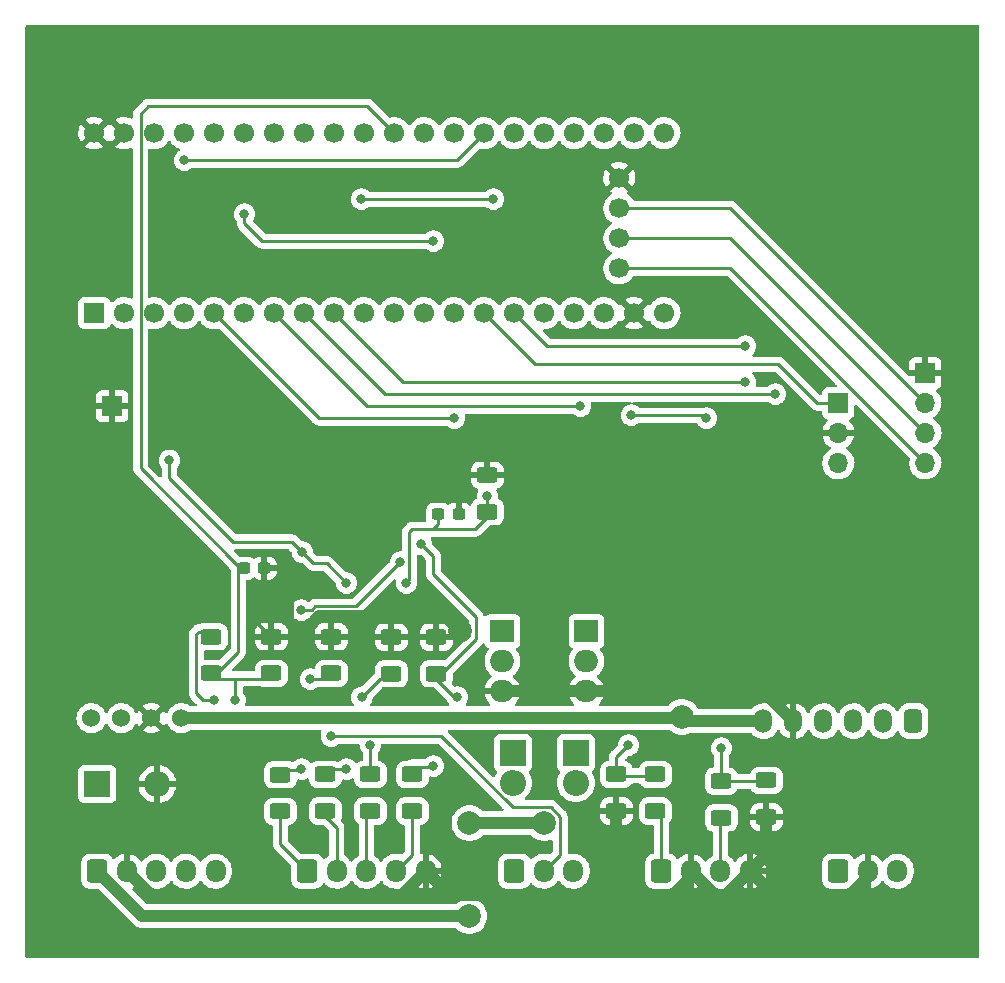
<source format=gbr>
%TF.GenerationSoftware,KiCad,Pcbnew,(6.0.4)*%
%TF.CreationDate,2022-05-15T18:51:46+02:00*%
%TF.ProjectId,BoostController,426f6f73-7443-46f6-9e74-726f6c6c6572,rev?*%
%TF.SameCoordinates,Original*%
%TF.FileFunction,Copper,L2,Bot*%
%TF.FilePolarity,Positive*%
%FSLAX46Y46*%
G04 Gerber Fmt 4.6, Leading zero omitted, Abs format (unit mm)*
G04 Created by KiCad (PCBNEW (6.0.4)) date 2022-05-15 18:51:46*
%MOMM*%
%LPD*%
G01*
G04 APERTURE LIST*
G04 Aperture macros list*
%AMRoundRect*
0 Rectangle with rounded corners*
0 $1 Rounding radius*
0 $2 $3 $4 $5 $6 $7 $8 $9 X,Y pos of 4 corners*
0 Add a 4 corners polygon primitive as box body*
4,1,4,$2,$3,$4,$5,$6,$7,$8,$9,$2,$3,0*
0 Add four circle primitives for the rounded corners*
1,1,$1+$1,$2,$3*
1,1,$1+$1,$4,$5*
1,1,$1+$1,$6,$7*
1,1,$1+$1,$8,$9*
0 Add four rect primitives between the rounded corners*
20,1,$1+$1,$2,$3,$4,$5,0*
20,1,$1+$1,$4,$5,$6,$7,0*
20,1,$1+$1,$6,$7,$8,$9,0*
20,1,$1+$1,$8,$9,$2,$3,0*%
G04 Aperture macros list end*
%TA.AperFunction,ComponentPad*%
%ADD10R,1.700000X1.700000*%
%TD*%
%TA.AperFunction,ComponentPad*%
%ADD11O,1.700000X1.700000*%
%TD*%
%TA.AperFunction,ComponentPad*%
%ADD12C,1.700000*%
%TD*%
%TA.AperFunction,ComponentPad*%
%ADD13RoundRect,0.250000X-0.600000X-0.725000X0.600000X-0.725000X0.600000X0.725000X-0.600000X0.725000X0*%
%TD*%
%TA.AperFunction,ComponentPad*%
%ADD14O,1.700000X1.950000*%
%TD*%
%TA.AperFunction,ComponentPad*%
%ADD15R,2.200000X2.200000*%
%TD*%
%TA.AperFunction,ComponentPad*%
%ADD16O,2.200000X2.200000*%
%TD*%
%TA.AperFunction,ComponentPad*%
%ADD17C,1.524000*%
%TD*%
%TA.AperFunction,ComponentPad*%
%ADD18R,2.000000X1.905000*%
%TD*%
%TA.AperFunction,ComponentPad*%
%ADD19O,2.000000X1.905000*%
%TD*%
%TA.AperFunction,ComponentPad*%
%ADD20RoundRect,0.381000X0.381000X0.619000X-0.381000X0.619000X-0.381000X-0.619000X0.381000X-0.619000X0*%
%TD*%
%TA.AperFunction,ComponentPad*%
%ADD21O,1.524000X2.000000*%
%TD*%
%TA.AperFunction,SMDPad,CuDef*%
%ADD22RoundRect,0.250000X0.625000X-0.400000X0.625000X0.400000X-0.625000X0.400000X-0.625000X-0.400000X0*%
%TD*%
%TA.AperFunction,SMDPad,CuDef*%
%ADD23RoundRect,0.250000X-0.625000X0.400000X-0.625000X-0.400000X0.625000X-0.400000X0.625000X0.400000X0*%
%TD*%
%TA.AperFunction,SMDPad,CuDef*%
%ADD24RoundRect,0.237500X-0.300000X-0.237500X0.300000X-0.237500X0.300000X0.237500X-0.300000X0.237500X0*%
%TD*%
%TA.AperFunction,ViaPad*%
%ADD25C,0.800000*%
%TD*%
%TA.AperFunction,ViaPad*%
%ADD26C,2.000000*%
%TD*%
%TA.AperFunction,Conductor*%
%ADD27C,0.250000*%
%TD*%
%TA.AperFunction,Conductor*%
%ADD28C,1.000000*%
%TD*%
G04 APERTURE END LIST*
D10*
%TO.P,J8,1,Pin_1*%
%TO.N,/TX*%
X127762000Y-76962000D03*
D11*
%TO.P,J8,2,Pin_2*%
%TO.N,GND*%
X127762000Y-79502000D03*
%TO.P,J8,3,Pin_3*%
%TO.N,/RX*%
X127762000Y-82042000D03*
%TD*%
D10*
%TO.P,U1,1,PB12*%
%TO.N,unconnected-(U1-Pad1)*%
X64770000Y-69342000D03*
D12*
%TO.P,U1,2,PB13*%
%TO.N,unconnected-(U1-Pad2)*%
X67310000Y-69342000D03*
%TO.P,U1,3,PB14*%
%TO.N,unconnected-(U1-Pad3)*%
X69850000Y-69342000D03*
%TO.P,U1,4,PB15*%
%TO.N,unconnected-(U1-Pad4)*%
X72390000Y-69342000D03*
%TO.P,U1,5,PA8*%
%TO.N,/WG_PWM*%
X74930000Y-69342000D03*
%TO.P,U1,6,PA9*%
%TO.N,unconnected-(U1-Pad6)*%
X77470000Y-69342000D03*
%TO.P,U1,7,PA10*%
%TO.N,/F_PUMP_CMD*%
X80010000Y-69342000D03*
%TO.P,U1,8,PA11*%
%TO.N,/CAN_RX*%
X82550000Y-69342000D03*
%TO.P,U1,9,PA12*%
%TO.N,/CAN_TX*%
X85090000Y-69342000D03*
%TO.P,U1,10,PA15*%
%TO.N,/RPM_33*%
X87630000Y-69342000D03*
%TO.P,U1,11,PB3*%
%TO.N,/SPEED_33*%
X90170000Y-69342000D03*
%TO.P,U1,12,PB4*%
%TO.N,unconnected-(U1-Pad12)*%
X92710000Y-69342000D03*
%TO.P,U1,13,PB5*%
%TO.N,unconnected-(U1-Pad13)*%
X95250000Y-69342000D03*
%TO.P,U1,14,PB6*%
%TO.N,/TX*%
X97790000Y-69342000D03*
%TO.P,U1,15,PB7*%
%TO.N,/RX*%
X100330000Y-69342000D03*
%TO.P,U1,16,PB8*%
%TO.N,unconnected-(U1-Pad16)*%
X102870000Y-69342000D03*
%TO.P,U1,17,PB9*%
%TO.N,unconnected-(U1-Pad17)*%
X105410000Y-69342000D03*
%TO.P,U1,18,5V*%
%TO.N,+5V*%
X107950000Y-69342000D03*
%TO.P,U1,19,GND*%
%TO.N,GND*%
X110490000Y-69342000D03*
%TO.P,U1,20,3V3*%
%TO.N,unconnected-(U1-Pad20)*%
X113030000Y-69342000D03*
%TO.P,U1,21,VBat*%
%TO.N,unconnected-(U1-Pad21)*%
X113030000Y-54102000D03*
%TO.P,U1,22,PC13*%
%TO.N,unconnected-(U1-Pad22)*%
X110490000Y-54102000D03*
%TO.P,U1,23,PC14*%
%TO.N,unconnected-(U1-Pad23)*%
X107950000Y-54102000D03*
%TO.P,U1,24,PC15*%
%TO.N,unconnected-(U1-Pad24)*%
X105410000Y-54102000D03*
%TO.P,U1,25,PA0*%
%TO.N,/MAP_33*%
X102870000Y-54102000D03*
%TO.P,U1,26,PA1*%
%TO.N,/F_PRES_33*%
X100330000Y-54102000D03*
%TO.P,U1,27,PA2*%
%TO.N,/OIL_PRES_33*%
X97790000Y-54102000D03*
%TO.P,U1,28,PA3*%
%TO.N,/WATER_TEMP_33*%
X95250000Y-54102000D03*
%TO.P,U1,29,PA4*%
%TO.N,/OIL_TEMP_33*%
X92710000Y-54102000D03*
%TO.P,U1,30,PA5*%
%TO.N,/TPS_33*%
X90170000Y-54102000D03*
%TO.P,U1,31,PA6*%
%TO.N,/AFR_33*%
X87630000Y-54102000D03*
%TO.P,U1,32,PA7*%
%TO.N,unconnected-(U1-Pad32)*%
X85090000Y-54102000D03*
%TO.P,U1,33,PB0*%
%TO.N,unconnected-(U1-Pad33)*%
X82550000Y-54102000D03*
%TO.P,U1,34,PB1*%
%TO.N,unconnected-(U1-Pad34)*%
X80010000Y-54102000D03*
%TO.P,U1,35,PB10*%
%TO.N,/MAF_33*%
X77470000Y-54102000D03*
%TO.P,U1,36,PB11*%
%TO.N,unconnected-(U1-Pad36)*%
X74930000Y-54102000D03*
%TO.P,U1,37,RST*%
%TO.N,unconnected-(U1-Pad37)*%
X72390000Y-54102000D03*
%TO.P,U1,38,3V3*%
%TO.N,unconnected-(U1-Pad38)*%
X69850000Y-54102000D03*
%TO.P,U1,39,GND*%
%TO.N,GND*%
X67310000Y-54102000D03*
%TO.P,U1,40,GND*%
X64770000Y-54102000D03*
%TO.P,U1,41,GND*%
X109220000Y-57912000D03*
%TO.P,U1,42,SWCLK*%
%TO.N,Net-(J7-Pad2)*%
X109220000Y-60452000D03*
%TO.P,U1,43,SWIO*%
%TO.N,Net-(J7-Pad3)*%
X109220000Y-62992000D03*
%TO.P,U1,44,3V3*%
%TO.N,Net-(J7-Pad4)*%
X109220000Y-65532000D03*
%TD*%
D13*
%TO.P,J1,1,Pin_1*%
%TO.N,+12V*%
X65024000Y-116586000D03*
D14*
%TO.P,J1,2,Pin_2*%
%TO.N,GND*%
X67524000Y-116586000D03*
%TO.P,J1,3,Pin_3*%
%TO.N,/RPM*%
X70024000Y-116586000D03*
%TO.P,J1,4,Pin_4*%
%TO.N,/SPEED*%
X72524000Y-116586000D03*
%TO.P,J1,5,Pin_5*%
%TO.N,/TPS*%
X75024000Y-116586000D03*
%TD*%
D13*
%TO.P,J2,1,Pin_1*%
%TO.N,/OIL_TEMP*%
X82804000Y-116586000D03*
D14*
%TO.P,J2,2,Pin_2*%
%TO.N,/OIL_PRES*%
X85304000Y-116586000D03*
%TO.P,J2,3,Pin_3*%
%TO.N,/WATER_TEMP*%
X87804000Y-116586000D03*
%TO.P,J2,4,Pin_4*%
%TO.N,/AFR*%
X90304000Y-116586000D03*
%TO.P,J2,5,Pin_5*%
%TO.N,GND*%
X92804000Y-116586000D03*
%TD*%
D13*
%TO.P,J3,1,Pin_1*%
%TO.N,/WG_SOL*%
X100330000Y-116586000D03*
D14*
%TO.P,J3,2,Pin_2*%
%TO.N,/MAF*%
X102830000Y-116586000D03*
%TO.P,J3,3,Pin_3*%
%TO.N,/F_PUMP*%
X105330000Y-116586000D03*
%TD*%
D13*
%TO.P,J4,1,Pin_1*%
%TO.N,/MAP*%
X112776000Y-116586000D03*
D14*
%TO.P,J4,2,Pin_2*%
%TO.N,GND*%
X115276000Y-116586000D03*
%TO.P,J4,3,Pin_3*%
%TO.N,/F_PRES*%
X117776000Y-116586000D03*
%TO.P,J4,4,Pin_4*%
%TO.N,GND*%
X120276000Y-116586000D03*
%TD*%
D13*
%TO.P,J5,1,Pin_1*%
%TO.N,/CANH*%
X127762000Y-116586000D03*
D14*
%TO.P,J5,2,Pin_2*%
%TO.N,GND*%
X130262000Y-116586000D03*
%TO.P,J5,3,Pin_3*%
%TO.N,/CANL*%
X132762000Y-116586000D03*
%TD*%
D15*
%TO.P,D2,1,K*%
%TO.N,+12V*%
X65024000Y-109220000D03*
D16*
%TO.P,D2,2,A*%
%TO.N,GND*%
X70104000Y-109220000D03*
%TD*%
D17*
%TO.P,U2,1,VOUT*%
%TO.N,+5V*%
X72136000Y-103632000D03*
%TO.P,U2,2,GND*%
%TO.N,GND*%
X69596000Y-103632000D03*
%TO.P,U2,3,VIN*%
%TO.N,+12V*%
X67056000Y-103632000D03*
%TO.P,U2,4,EN*%
%TO.N,unconnected-(U2-Pad4)*%
X64516000Y-103632000D03*
%TD*%
D18*
%TO.P,Q1,1,G*%
%TO.N,Net-(Q1-Pad1)*%
X99314000Y-96266000D03*
D19*
%TO.P,Q1,2,D*%
%TO.N,/WG_SOL*%
X99314000Y-98806000D03*
%TO.P,Q1,3,S*%
%TO.N,GND*%
X99314000Y-101346000D03*
%TD*%
D18*
%TO.P,Q2,1,G*%
%TO.N,Net-(Q2-Pad1)*%
X106426000Y-96266000D03*
D19*
%TO.P,Q2,2,D*%
%TO.N,/F_PUMP*%
X106426000Y-98806000D03*
%TO.P,Q2,3,S*%
%TO.N,GND*%
X106426000Y-101346000D03*
%TD*%
D15*
%TO.P,D4,1,K*%
%TO.N,+12V*%
X105537000Y-106573866D03*
D16*
%TO.P,D4,2,A*%
%TO.N,/F_PUMP*%
X105537000Y-109113866D03*
%TD*%
D15*
%TO.P,D3,1,K*%
%TO.N,+12V*%
X100203000Y-106573866D03*
D16*
%TO.P,D3,2,A*%
%TO.N,/WG_SOL*%
X100203000Y-109113866D03*
%TD*%
D20*
%TO.P,U3,1,CANL*%
%TO.N,/CANL*%
X134112000Y-103886000D03*
D21*
%TO.P,U3,2,CANH*%
%TO.N,/CANH*%
X131572000Y-103886000D03*
%TO.P,U3,3,CRX*%
%TO.N,/CAN_RX*%
X129032000Y-103886000D03*
%TO.P,U3,4,CTX*%
%TO.N,/CAN_TX*%
X126492000Y-103886000D03*
%TO.P,U3,5,GND*%
%TO.N,GND*%
X123952000Y-103886000D03*
%TO.P,U3,6,VCC*%
%TO.N,+5V*%
X121412000Y-103886000D03*
%TD*%
D10*
%TO.P,J7,1,Pin_1*%
%TO.N,GND*%
X135128000Y-74422000D03*
D11*
%TO.P,J7,2,Pin_2*%
%TO.N,Net-(J7-Pad2)*%
X135128000Y-76962000D03*
%TO.P,J7,3,Pin_3*%
%TO.N,Net-(J7-Pad3)*%
X135128000Y-79502000D03*
%TO.P,J7,4,Pin_4*%
%TO.N,Net-(J7-Pad4)*%
X135128000Y-82042000D03*
%TD*%
D10*
%TO.P,J6,1,Pin_1*%
%TO.N,GND*%
X66294000Y-77216000D03*
%TD*%
D22*
%TO.P,R7,1*%
%TO.N,/WATER_TEMP*%
X88138000Y-111500000D03*
%TO.P,R7,2*%
%TO.N,/WATER_TEMP_33*%
X88138000Y-108400000D03*
%TD*%
%TO.P,R8,1*%
%TO.N,/WATER_TEMP_33*%
X98044000Y-86164000D03*
%TO.P,R8,2*%
%TO.N,GND*%
X98044000Y-83064000D03*
%TD*%
%TO.P,R9,1*%
%TO.N,/AFR*%
X91694000Y-111500000D03*
%TO.P,R9,2*%
%TO.N,/AFR_33*%
X91694000Y-108400000D03*
%TD*%
%TO.P,R10,1*%
%TO.N,/AFR_33*%
X93726000Y-99880000D03*
%TO.P,R10,2*%
%TO.N,GND*%
X93726000Y-96780000D03*
%TD*%
%TO.P,R12,1*%
%TO.N,/OIL_PRES_33*%
X89916000Y-99880000D03*
%TO.P,R12,2*%
%TO.N,GND*%
X89916000Y-96780000D03*
%TD*%
D23*
%TO.P,R13,1*%
%TO.N,/TPS*%
X74676000Y-96748000D03*
%TO.P,R13,2*%
%TO.N,/TPS_33*%
X74676000Y-99848000D03*
%TD*%
D22*
%TO.P,R14,1*%
%TO.N,/TPS_33*%
X79756000Y-99848000D03*
%TO.P,R14,2*%
%TO.N,GND*%
X79756000Y-96748000D03*
%TD*%
%TO.P,R15,1*%
%TO.N,/F_PRES*%
X117856000Y-112072000D03*
%TO.P,R15,2*%
%TO.N,/F_PRES_33*%
X117856000Y-108972000D03*
%TD*%
D23*
%TO.P,R16,1*%
%TO.N,/F_PRES_33*%
X121666000Y-108908000D03*
%TO.P,R16,2*%
%TO.N,GND*%
X121666000Y-112008000D03*
%TD*%
D22*
%TO.P,R17,1*%
%TO.N,/OIL_TEMP*%
X80518000Y-111532000D03*
%TO.P,R17,2*%
%TO.N,/OIL_TEMP_33*%
X80518000Y-108432000D03*
%TD*%
%TO.P,R18,1*%
%TO.N,/OIL_TEMP_33*%
X84836000Y-99848000D03*
%TO.P,R18,2*%
%TO.N,GND*%
X84836000Y-96748000D03*
%TD*%
%TO.P,R19,1*%
%TO.N,/MAP*%
X112268000Y-111500000D03*
%TO.P,R19,2*%
%TO.N,/MAP_33*%
X112268000Y-108400000D03*
%TD*%
D23*
%TO.P,R20,1*%
%TO.N,/MAP_33*%
X108966000Y-108400000D03*
%TO.P,R20,2*%
%TO.N,GND*%
X108966000Y-111500000D03*
%TD*%
D22*
%TO.P,R11,1*%
%TO.N,/OIL_PRES*%
X84328000Y-111500000D03*
%TO.P,R11,2*%
%TO.N,/OIL_PRES_33*%
X84328000Y-108400000D03*
%TD*%
D24*
%TO.P,C2,1*%
%TO.N,/WATER_TEMP_33*%
X93879500Y-86360000D03*
%TO.P,C2,2*%
%TO.N,GND*%
X95604500Y-86360000D03*
%TD*%
%TO.P,C6,1*%
%TO.N,/TPS_33*%
X77445000Y-90932000D03*
%TO.P,C6,2*%
%TO.N,GND*%
X79170000Y-90932000D03*
%TD*%
D25*
%TO.N,/RX*%
X119888000Y-72136000D03*
D26*
%TO.N,GND*%
X76200000Y-77216000D03*
D25*
X78232000Y-94488000D03*
D26*
X95758000Y-96266000D03*
D25*
X111252000Y-99314000D03*
X107950000Y-80772000D03*
X81534000Y-93472000D03*
D26*
X123952000Y-84582000D03*
D25*
%TO.N,/TPS*%
X74930000Y-102108000D03*
D26*
%TO.N,+12V*%
X96520000Y-120396000D03*
X102870000Y-112522000D03*
X96520000Y-112522000D03*
D25*
%TO.N,/MAF*%
X84836000Y-105156000D03*
%TO.N,/CAN_TX*%
X119888000Y-75184000D03*
%TO.N,/CAN_RX*%
X122428000Y-76200000D03*
D26*
%TO.N,+5V*%
X114511256Y-103531181D03*
D25*
%TO.N,/WG_PWM*%
X95250000Y-78232000D03*
%TO.N,/F_PUMP_CMD*%
X105918000Y-77216000D03*
%TO.N,/MAF_33*%
X93472000Y-63246000D03*
X77470000Y-60960000D03*
%TO.N,/WATER_TEMP_33*%
X98044000Y-84836000D03*
X91186000Y-92202000D03*
X88138000Y-105918000D03*
%TO.N,/AFR_33*%
X87376000Y-59690000D03*
X98552000Y-59690000D03*
X95504000Y-101854000D03*
X93472000Y-107696000D03*
X92456000Y-88900000D03*
%TO.N,/OIL_PRES_33*%
X72390000Y-56388000D03*
X86106000Y-92202000D03*
X87412990Y-101854000D03*
X71120000Y-81819002D03*
X86106000Y-107950000D03*
X82374000Y-89584000D03*
%TO.N,/TPS_33*%
X76708000Y-102108000D03*
%TO.N,/F_PRES_33*%
X110236000Y-77978000D03*
X117856000Y-106172000D03*
X116586000Y-78232000D03*
%TO.N,/OIL_TEMP_33*%
X82296000Y-94488000D03*
X90678000Y-90424000D03*
X83058000Y-100330000D03*
X82296000Y-107950000D03*
%TO.N,/MAP_33*%
X109982000Y-105918000D03*
%TD*%
D27*
%TO.N,/RX*%
X119888000Y-72136000D02*
X103124000Y-72136000D01*
X103124000Y-72136000D02*
X100330000Y-69342000D01*
%TO.N,/TX*%
X102108000Y-73660000D02*
X97790000Y-69342000D01*
X122682000Y-73660000D02*
X102108000Y-73660000D01*
X127762000Y-76962000D02*
X125984000Y-76962000D01*
X125984000Y-76962000D02*
X122682000Y-73660000D01*
D28*
%TO.N,GND*%
X76200000Y-77978000D02*
X82862000Y-84640000D01*
X92804000Y-116586000D02*
X94836000Y-118618000D01*
D27*
X98044000Y-81280000D02*
X98298000Y-81026000D01*
D28*
X128740002Y-118618000D02*
X130262000Y-117096002D01*
X98298000Y-81026000D02*
X100018000Y-81026000D01*
D27*
X111252000Y-99314000D02*
X111252000Y-100838000D01*
D28*
X109474000Y-118618000D02*
X113754002Y-118618000D01*
X103632000Y-84640000D02*
X110040000Y-84640000D01*
D27*
X111252000Y-100838000D02*
X110744000Y-101346000D01*
D28*
X130262000Y-117096002D02*
X130262000Y-116586000D01*
X120276000Y-116586000D02*
X122308000Y-118618000D01*
X105410000Y-101346000D02*
X110744000Y-101346000D01*
X113754002Y-118618000D02*
X115276000Y-117096002D01*
X99314000Y-101346000D02*
X105410000Y-101346000D01*
X94836000Y-118618000D02*
X108560002Y-118618000D01*
X121412000Y-101346000D02*
X123952000Y-103886000D01*
X69810000Y-118872000D02*
X90518000Y-118872000D01*
D27*
X93726000Y-96780000D02*
X93726000Y-95250000D01*
D28*
X93472000Y-84640000D02*
X97086000Y-81026000D01*
D27*
X81534000Y-95314000D02*
X82518000Y-96298000D01*
D28*
X89916000Y-94996000D02*
X83820000Y-94996000D01*
D27*
X79756000Y-96748000D02*
X82068000Y-96748000D01*
D28*
X108966000Y-84640000D02*
X110040000Y-84640000D01*
D27*
X107950000Y-84074000D02*
X108516000Y-84640000D01*
X89916000Y-96780000D02*
X89916000Y-94996000D01*
X82968000Y-96748000D02*
X82518000Y-96298000D01*
X82068000Y-96748000D02*
X82518000Y-96298000D01*
D28*
X93980000Y-94996000D02*
X94488000Y-94996000D01*
X109017001Y-118161001D02*
X109474000Y-118618000D01*
X93980000Y-94996000D02*
X89916000Y-94996000D01*
X115276000Y-117096002D02*
X115276000Y-116586000D01*
X83820000Y-94996000D02*
X82931000Y-95885000D01*
X108966000Y-111500000D02*
X108966000Y-118110000D01*
X118244000Y-118618000D02*
X120276000Y-116586000D01*
X123894000Y-84640000D02*
X123952000Y-84582000D01*
X110040000Y-84640000D02*
X114554000Y-84640000D01*
X82931000Y-95885000D02*
X82518000Y-96298000D01*
X82862000Y-84640000D02*
X93472000Y-84640000D01*
X100018000Y-81026000D02*
X103632000Y-84640000D01*
X90518000Y-118872000D02*
X92804000Y-116586000D01*
X117308000Y-118618000D02*
X118244000Y-118618000D01*
D27*
X84836000Y-96748000D02*
X82968000Y-96748000D01*
D28*
X114554000Y-84640000D02*
X123894000Y-84640000D01*
D27*
X98044000Y-83064000D02*
X98044000Y-81280000D01*
X93726000Y-95250000D02*
X93980000Y-94996000D01*
D28*
X121666000Y-115196000D02*
X120276000Y-116586000D01*
D27*
X107950000Y-80772000D02*
X107950000Y-84074000D01*
D28*
X76200000Y-77216000D02*
X76200000Y-77978000D01*
X122308000Y-118618000D02*
X128740002Y-118618000D01*
X97086000Y-81026000D02*
X98298000Y-81026000D01*
X94488000Y-94996000D02*
X95758000Y-96266000D01*
X108966000Y-118110000D02*
X109017001Y-118161001D01*
X108560002Y-118618000D02*
X109017001Y-118161001D01*
X115276000Y-116586000D02*
X117308000Y-118618000D01*
D27*
X78232000Y-94488000D02*
X78232000Y-95224000D01*
X108516000Y-84640000D02*
X108966000Y-84640000D01*
D28*
X67524000Y-116586000D02*
X69810000Y-118872000D01*
X121666000Y-112458000D02*
X121666000Y-115196000D01*
D27*
X81534000Y-93472000D02*
X81534000Y-95314000D01*
X78232000Y-95224000D02*
X79756000Y-96748000D01*
D28*
X110744000Y-101346000D02*
X121412000Y-101346000D01*
D27*
%TO.N,/TPS*%
X74930000Y-102108000D02*
X73986978Y-102108000D01*
X73406000Y-96520000D02*
X73628000Y-96298000D01*
X73406000Y-101527022D02*
X73406000Y-96520000D01*
X73628000Y-96298000D02*
X74676000Y-96298000D01*
X73986978Y-102108000D02*
X73406000Y-101527022D01*
D28*
%TO.N,+12V*%
X68834000Y-120396000D02*
X96520000Y-120396000D01*
X96520000Y-112522000D02*
X102870000Y-112522000D01*
X65024000Y-116586000D02*
X68834000Y-120396000D01*
D27*
%TO.N,/MAF*%
X84836000Y-105156000D02*
X94130034Y-105156000D01*
X104194501Y-115221499D02*
X102830000Y-116586000D01*
X103418627Y-111197499D02*
X104194501Y-111973373D01*
X94130034Y-105156000D02*
X100171533Y-111197499D01*
X100171533Y-111197499D02*
X103418627Y-111197499D01*
X104194501Y-111973373D02*
X104194501Y-115221499D01*
%TO.N,/OIL_TEMP*%
X82804000Y-116586000D02*
X80518000Y-114300000D01*
X80518000Y-114300000D02*
X80518000Y-111982000D01*
%TO.N,/OIL_PRES*%
X85304000Y-112926000D02*
X84328000Y-111950000D01*
X85304000Y-116586000D02*
X85304000Y-112926000D01*
%TO.N,/WATER_TEMP*%
X87804000Y-112094000D02*
X88138000Y-111760000D01*
X87804000Y-116586000D02*
X87804000Y-112094000D01*
%TO.N,/AFR*%
X90304000Y-116586000D02*
X91694000Y-115196000D01*
X91694000Y-115196000D02*
X91694000Y-111760000D01*
%TO.N,/MAP*%
X112776000Y-112008000D02*
X112268000Y-111500000D01*
X112776000Y-116586000D02*
X112776000Y-112008000D01*
%TO.N,/F_PRES*%
X117776000Y-116586000D02*
X117776000Y-112602000D01*
X117776000Y-112602000D02*
X117856000Y-112522000D01*
%TO.N,/CAN_TX*%
X90932000Y-75184000D02*
X119888000Y-75184000D01*
X85090000Y-69342000D02*
X90932000Y-75184000D01*
%TO.N,/CAN_RX*%
X82550000Y-69342000D02*
X89408000Y-76200000D01*
X89408000Y-76200000D02*
X122428000Y-76200000D01*
D28*
%TO.N,+5V*%
X114866075Y-103886000D02*
X114511256Y-103531181D01*
X72136000Y-103632000D02*
X114410437Y-103632000D01*
X114410437Y-103632000D02*
X114511256Y-103531181D01*
X121412000Y-103886000D02*
X114866075Y-103886000D01*
D27*
%TO.N,/WG_PWM*%
X95250000Y-78232000D02*
X83820000Y-78232000D01*
X83820000Y-78232000D02*
X74930000Y-69342000D01*
%TO.N,/F_PUMP_CMD*%
X105918000Y-77216000D02*
X87884000Y-77216000D01*
X87884000Y-77216000D02*
X80010000Y-69342000D01*
%TO.N,/MAF_33*%
X78994000Y-63246000D02*
X77470000Y-61722000D01*
X93472000Y-63246000D02*
X78994000Y-63246000D01*
X77470000Y-61722000D02*
X77470000Y-60960000D01*
%TO.N,/WATER_TEMP_33*%
X98044000Y-86614000D02*
X98044000Y-84836000D01*
X98044000Y-86614000D02*
X97028000Y-87630000D01*
X93472000Y-87630000D02*
X91694000Y-87630000D01*
X97028000Y-87630000D02*
X93472000Y-87630000D01*
X93879500Y-87222500D02*
X93472000Y-87630000D01*
X93879500Y-86360000D02*
X93879500Y-87222500D01*
X91694000Y-87630000D02*
X91440000Y-87884000D01*
X91440000Y-87884000D02*
X91440000Y-91948000D01*
X91440000Y-91948000D02*
X91186000Y-92202000D01*
X88138000Y-105918000D02*
X88138000Y-107760000D01*
%TO.N,/AFR_33*%
X97083002Y-95051002D02*
X93472000Y-91440000D01*
X93472000Y-91440000D02*
X93472000Y-89916000D01*
X93408000Y-107760000D02*
X93472000Y-107696000D01*
X95250000Y-101854000D02*
X93726000Y-100330000D01*
X97083002Y-96972998D02*
X97083002Y-95051002D01*
X93472000Y-89916000D02*
X92456000Y-88900000D01*
X91694000Y-107760000D02*
X93408000Y-107760000D01*
X93726000Y-100330000D02*
X97083002Y-96972998D01*
X98552000Y-59690000D02*
X87376000Y-59690000D01*
X95504000Y-101854000D02*
X95250000Y-101854000D01*
%TO.N,/OIL_PRES_33*%
X84328000Y-107950000D02*
X86106000Y-107950000D01*
X86106000Y-92202000D02*
X84426000Y-90522000D01*
X71120000Y-83312000D02*
X71120000Y-81819002D01*
X76508999Y-88700999D02*
X71120000Y-83312000D01*
X72390000Y-56388000D02*
X95504000Y-56388000D01*
X82374000Y-89584000D02*
X81490999Y-88700999D01*
X89916000Y-100330000D02*
X88936990Y-100330000D01*
X95504000Y-56388000D02*
X97790000Y-54102000D01*
X88936990Y-100330000D02*
X87412990Y-101854000D01*
X84426000Y-90522000D02*
X83312000Y-90522000D01*
X83312000Y-90522000D02*
X82374000Y-89584000D01*
X81490999Y-88700999D02*
X76508999Y-88700999D01*
%TO.N,/TPS_33*%
X76708000Y-102108000D02*
X76708000Y-100330000D01*
X87884000Y-51816000D02*
X90170000Y-54102000D01*
X79756000Y-100298000D02*
X76740000Y-100298000D01*
X76962000Y-90776000D02*
X68674999Y-82488999D01*
X68674999Y-82488999D02*
X68674999Y-52483001D01*
X68674999Y-52483001D02*
X69342000Y-51816000D01*
X74676000Y-100298000D02*
X76962000Y-98012000D01*
X69342000Y-51816000D02*
X87884000Y-51816000D01*
X76740000Y-100298000D02*
X74676000Y-100298000D01*
X76962000Y-98012000D02*
X76962000Y-90776000D01*
X76708000Y-100330000D02*
X76740000Y-100298000D01*
%TO.N,/F_PRES_33*%
X117856000Y-108972000D02*
X121602000Y-108972000D01*
X121602000Y-108972000D02*
X121666000Y-108908000D01*
X110236000Y-77978000D02*
X116332000Y-77978000D01*
X117856000Y-106172000D02*
X117856000Y-108972000D01*
X116332000Y-77978000D02*
X116586000Y-78232000D01*
X121666000Y-108908000D02*
X121608000Y-108908000D01*
%TO.N,/OIL_TEMP_33*%
X86930511Y-94171489D02*
X90678000Y-90424000D01*
X80518000Y-107982000D02*
X82264000Y-107982000D01*
X83478477Y-94171489D02*
X86930511Y-94171489D01*
X82264000Y-107982000D02*
X82296000Y-107950000D01*
X82296000Y-94488000D02*
X83161966Y-94488000D01*
X84804000Y-100330000D02*
X84836000Y-100298000D01*
X83161966Y-94488000D02*
X83478477Y-94171489D01*
X83058000Y-100330000D02*
X84804000Y-100330000D01*
%TO.N,/MAP_33*%
X108966000Y-108458000D02*
X108966000Y-106934000D01*
X112268000Y-108522000D02*
X109030000Y-108522000D01*
X109030000Y-108522000D02*
X108966000Y-108458000D01*
X108966000Y-106934000D02*
X109982000Y-105918000D01*
%TO.N,Net-(J7-Pad2)*%
X109220000Y-60452000D02*
X118618000Y-60452000D01*
X118618000Y-60452000D02*
X135128000Y-76962000D01*
%TO.N,Net-(J7-Pad3)*%
X118618000Y-62992000D02*
X135128000Y-79502000D01*
X109220000Y-62992000D02*
X118618000Y-62992000D01*
%TO.N,Net-(J7-Pad4)*%
X109220000Y-65532000D02*
X118618000Y-65532000D01*
X118618000Y-65532000D02*
X135128000Y-82042000D01*
%TD*%
%TA.AperFunction,Conductor*%
%TO.N,GND*%
G36*
X139641621Y-44978502D02*
G01*
X139688114Y-45032158D01*
X139699500Y-45084500D01*
X139699500Y-123825500D01*
X139679498Y-123893621D01*
X139625842Y-123940114D01*
X139573500Y-123951500D01*
X59054500Y-123951500D01*
X58986379Y-123931498D01*
X58939886Y-123877842D01*
X58928500Y-123825500D01*
X58928500Y-117361400D01*
X63665500Y-117361400D01*
X63665837Y-117364646D01*
X63665837Y-117364650D01*
X63674875Y-117451752D01*
X63676474Y-117467166D01*
X63678655Y-117473702D01*
X63678655Y-117473704D01*
X63710405Y-117568870D01*
X63732450Y-117634946D01*
X63825522Y-117785348D01*
X63950697Y-117910305D01*
X63956927Y-117914145D01*
X63956928Y-117914146D01*
X64094090Y-117998694D01*
X64101262Y-118003115D01*
X64136938Y-118014948D01*
X64262611Y-118056632D01*
X64262613Y-118056632D01*
X64269139Y-118058797D01*
X64275975Y-118059497D01*
X64275978Y-118059498D01*
X64311663Y-118063154D01*
X64373600Y-118069500D01*
X65029075Y-118069500D01*
X65097196Y-118089502D01*
X65118170Y-118106405D01*
X68077145Y-121065379D01*
X68086247Y-121075522D01*
X68109968Y-121105025D01*
X68114696Y-121108992D01*
X68148421Y-121137291D01*
X68152069Y-121140472D01*
X68153881Y-121142115D01*
X68156075Y-121144309D01*
X68189349Y-121171642D01*
X68190147Y-121172304D01*
X68261474Y-121232154D01*
X68266144Y-121234722D01*
X68270261Y-121238103D01*
X68350641Y-121281202D01*
X68352120Y-121281995D01*
X68353250Y-121282608D01*
X68365196Y-121289175D01*
X68429389Y-121324466D01*
X68429394Y-121324468D01*
X68434787Y-121327433D01*
X68439865Y-121329044D01*
X68444563Y-121331563D01*
X68533498Y-121358753D01*
X68534702Y-121359128D01*
X68623306Y-121387235D01*
X68628597Y-121387828D01*
X68633698Y-121389388D01*
X68726311Y-121398795D01*
X68727431Y-121398915D01*
X68777227Y-121404500D01*
X68780756Y-121404500D01*
X68781739Y-121404555D01*
X68787426Y-121405003D01*
X68807683Y-121407060D01*
X68824336Y-121408752D01*
X68824339Y-121408752D01*
X68830463Y-121409374D01*
X68876112Y-121405059D01*
X68887969Y-121404500D01*
X95339444Y-121404500D01*
X95407565Y-121424502D01*
X95435254Y-121448668D01*
X95450031Y-121465969D01*
X95630584Y-121620176D01*
X95634792Y-121622755D01*
X95634798Y-121622759D01*
X95828817Y-121741654D01*
X95833037Y-121744240D01*
X95837607Y-121746133D01*
X95837611Y-121746135D01*
X96047833Y-121833211D01*
X96052406Y-121835105D01*
X96132609Y-121854360D01*
X96278476Y-121889380D01*
X96278482Y-121889381D01*
X96283289Y-121890535D01*
X96520000Y-121909165D01*
X96756711Y-121890535D01*
X96761518Y-121889381D01*
X96761524Y-121889380D01*
X96907391Y-121854360D01*
X96987594Y-121835105D01*
X96992167Y-121833211D01*
X97202389Y-121746135D01*
X97202393Y-121746133D01*
X97206963Y-121744240D01*
X97211183Y-121741654D01*
X97405202Y-121622759D01*
X97405208Y-121622755D01*
X97409416Y-121620176D01*
X97589969Y-121465969D01*
X97744176Y-121285416D01*
X97746755Y-121281208D01*
X97746759Y-121281202D01*
X97865654Y-121087183D01*
X97868240Y-121082963D01*
X97871323Y-121075522D01*
X97957211Y-120868167D01*
X97957212Y-120868165D01*
X97959105Y-120863594D01*
X98014535Y-120632711D01*
X98033165Y-120396000D01*
X98014535Y-120159289D01*
X97959105Y-119928406D01*
X97868240Y-119709037D01*
X97865654Y-119704817D01*
X97746759Y-119510798D01*
X97746755Y-119510792D01*
X97744176Y-119506584D01*
X97589969Y-119326031D01*
X97409416Y-119171824D01*
X97405208Y-119169245D01*
X97405202Y-119169241D01*
X97211183Y-119050346D01*
X97206963Y-119047760D01*
X97202393Y-119045867D01*
X97202389Y-119045865D01*
X96992167Y-118958789D01*
X96992165Y-118958788D01*
X96987594Y-118956895D01*
X96907391Y-118937640D01*
X96761524Y-118902620D01*
X96761518Y-118902619D01*
X96756711Y-118901465D01*
X96520000Y-118882835D01*
X96283289Y-118901465D01*
X96278482Y-118902619D01*
X96278476Y-118902620D01*
X96132609Y-118937640D01*
X96052406Y-118956895D01*
X96047835Y-118958788D01*
X96047833Y-118958789D01*
X95837611Y-119045865D01*
X95837607Y-119045867D01*
X95833037Y-119047760D01*
X95828817Y-119050346D01*
X95634798Y-119169241D01*
X95634792Y-119169245D01*
X95630584Y-119171824D01*
X95450031Y-119326031D01*
X95446823Y-119329787D01*
X95446822Y-119329788D01*
X95435254Y-119343332D01*
X95375803Y-119382140D01*
X95339444Y-119387500D01*
X69303924Y-119387500D01*
X69235803Y-119367498D01*
X69214829Y-119350595D01*
X68026329Y-118162095D01*
X67992303Y-118099783D01*
X67997368Y-118028968D01*
X68039915Y-117972132D01*
X68069142Y-117955808D01*
X68125033Y-117933735D01*
X68134561Y-117929006D01*
X68322462Y-117814984D01*
X68331052Y-117808720D01*
X68497052Y-117664673D01*
X68504472Y-117657042D01*
X68643826Y-117487089D01*
X68649848Y-117478326D01*
X68665238Y-117451289D01*
X68716320Y-117401982D01*
X68785951Y-117388120D01*
X68852022Y-117414103D01*
X68879261Y-117443253D01*
X68908773Y-117487089D01*
X68961441Y-117565319D01*
X69120576Y-117732135D01*
X69305542Y-117869754D01*
X69310293Y-117872170D01*
X69310297Y-117872172D01*
X69373481Y-117904296D01*
X69511051Y-117974240D01*
X69516145Y-117975822D01*
X69516148Y-117975823D01*
X69688945Y-118029478D01*
X69731227Y-118042607D01*
X69736516Y-118043308D01*
X69954489Y-118072198D01*
X69954494Y-118072198D01*
X69959774Y-118072898D01*
X69965103Y-118072698D01*
X69965105Y-118072698D01*
X70074966Y-118068574D01*
X70190158Y-118064249D01*
X70212802Y-118059498D01*
X70410572Y-118018002D01*
X70415791Y-118016907D01*
X70420750Y-118014949D01*
X70420752Y-118014948D01*
X70625256Y-117934185D01*
X70625258Y-117934184D01*
X70630221Y-117932224D01*
X70635525Y-117929006D01*
X70822757Y-117815390D01*
X70822756Y-117815390D01*
X70827317Y-117812623D01*
X70867134Y-117778072D01*
X70997412Y-117665023D01*
X70997414Y-117665021D01*
X71001445Y-117661523D01*
X71068861Y-117579303D01*
X71144240Y-117487373D01*
X71144244Y-117487367D01*
X71147624Y-117483245D01*
X71165552Y-117451750D01*
X71216632Y-117402445D01*
X71286262Y-117388583D01*
X71352333Y-117414566D01*
X71379573Y-117443716D01*
X71384983Y-117451752D01*
X71461441Y-117565319D01*
X71620576Y-117732135D01*
X71805542Y-117869754D01*
X71810293Y-117872170D01*
X71810297Y-117872172D01*
X71873481Y-117904296D01*
X72011051Y-117974240D01*
X72016145Y-117975822D01*
X72016148Y-117975823D01*
X72188945Y-118029478D01*
X72231227Y-118042607D01*
X72236516Y-118043308D01*
X72454489Y-118072198D01*
X72454494Y-118072198D01*
X72459774Y-118072898D01*
X72465103Y-118072698D01*
X72465105Y-118072698D01*
X72574966Y-118068574D01*
X72690158Y-118064249D01*
X72712802Y-118059498D01*
X72910572Y-118018002D01*
X72915791Y-118016907D01*
X72920750Y-118014949D01*
X72920752Y-118014948D01*
X73125256Y-117934185D01*
X73125258Y-117934184D01*
X73130221Y-117932224D01*
X73135525Y-117929006D01*
X73322757Y-117815390D01*
X73322756Y-117815390D01*
X73327317Y-117812623D01*
X73367134Y-117778072D01*
X73497412Y-117665023D01*
X73497414Y-117665021D01*
X73501445Y-117661523D01*
X73568861Y-117579303D01*
X73644240Y-117487373D01*
X73644244Y-117487367D01*
X73647624Y-117483245D01*
X73665552Y-117451750D01*
X73716632Y-117402445D01*
X73786262Y-117388583D01*
X73852333Y-117414566D01*
X73879573Y-117443716D01*
X73884983Y-117451752D01*
X73961441Y-117565319D01*
X74120576Y-117732135D01*
X74305542Y-117869754D01*
X74310293Y-117872170D01*
X74310297Y-117872172D01*
X74373481Y-117904296D01*
X74511051Y-117974240D01*
X74516145Y-117975822D01*
X74516148Y-117975823D01*
X74688945Y-118029478D01*
X74731227Y-118042607D01*
X74736516Y-118043308D01*
X74954489Y-118072198D01*
X74954494Y-118072198D01*
X74959774Y-118072898D01*
X74965103Y-118072698D01*
X74965105Y-118072698D01*
X75074966Y-118068574D01*
X75190158Y-118064249D01*
X75212802Y-118059498D01*
X75410572Y-118018002D01*
X75415791Y-118016907D01*
X75420750Y-118014949D01*
X75420752Y-118014948D01*
X75625256Y-117934185D01*
X75625258Y-117934184D01*
X75630221Y-117932224D01*
X75635525Y-117929006D01*
X75822757Y-117815390D01*
X75822756Y-117815390D01*
X75827317Y-117812623D01*
X75867134Y-117778072D01*
X75997412Y-117665023D01*
X75997414Y-117665021D01*
X76001445Y-117661523D01*
X76068861Y-117579303D01*
X76144240Y-117487373D01*
X76144244Y-117487367D01*
X76147624Y-117483245D01*
X76150427Y-117478322D01*
X76259032Y-117287529D01*
X76261675Y-117282886D01*
X76340337Y-117066175D01*
X76341287Y-117060923D01*
X76380623Y-116843392D01*
X76380624Y-116843385D01*
X76381361Y-116839308D01*
X76382500Y-116815156D01*
X76382500Y-116403110D01*
X76367920Y-116231280D01*
X76366582Y-116226125D01*
X76366581Y-116226119D01*
X76311343Y-116013297D01*
X76311342Y-116013293D01*
X76310001Y-116008128D01*
X76215312Y-115797925D01*
X76086559Y-115606681D01*
X76069212Y-115588496D01*
X75998725Y-115514608D01*
X75927424Y-115439865D01*
X75742458Y-115302246D01*
X75737707Y-115299830D01*
X75737703Y-115299828D01*
X75619588Y-115239776D01*
X75536949Y-115197760D01*
X75531855Y-115196178D01*
X75531852Y-115196177D01*
X75321871Y-115130976D01*
X75316773Y-115129393D01*
X75311484Y-115128692D01*
X75093511Y-115099802D01*
X75093506Y-115099802D01*
X75088226Y-115099102D01*
X75082897Y-115099302D01*
X75082895Y-115099302D01*
X74973034Y-115103426D01*
X74857842Y-115107751D01*
X74852623Y-115108846D01*
X74830566Y-115113474D01*
X74632209Y-115155093D01*
X74627250Y-115157051D01*
X74627248Y-115157052D01*
X74422744Y-115237815D01*
X74422742Y-115237816D01*
X74417779Y-115239776D01*
X74413220Y-115242543D01*
X74413217Y-115242544D01*
X74318113Y-115300255D01*
X74220683Y-115359377D01*
X74216653Y-115362874D01*
X74123484Y-115443722D01*
X74046555Y-115510477D01*
X74042881Y-115514958D01*
X73903760Y-115684627D01*
X73903756Y-115684633D01*
X73900376Y-115688755D01*
X73882448Y-115720250D01*
X73831368Y-115769555D01*
X73761738Y-115783417D01*
X73695667Y-115757434D01*
X73668427Y-115728284D01*
X73641306Y-115688000D01*
X73586559Y-115606681D01*
X73569212Y-115588496D01*
X73498725Y-115514608D01*
X73427424Y-115439865D01*
X73242458Y-115302246D01*
X73237707Y-115299830D01*
X73237703Y-115299828D01*
X73119588Y-115239776D01*
X73036949Y-115197760D01*
X73031855Y-115196178D01*
X73031852Y-115196177D01*
X72821871Y-115130976D01*
X72816773Y-115129393D01*
X72811484Y-115128692D01*
X72593511Y-115099802D01*
X72593506Y-115099802D01*
X72588226Y-115099102D01*
X72582897Y-115099302D01*
X72582895Y-115099302D01*
X72473034Y-115103426D01*
X72357842Y-115107751D01*
X72352623Y-115108846D01*
X72330566Y-115113474D01*
X72132209Y-115155093D01*
X72127250Y-115157051D01*
X72127248Y-115157052D01*
X71922744Y-115237815D01*
X71922742Y-115237816D01*
X71917779Y-115239776D01*
X71913220Y-115242543D01*
X71913217Y-115242544D01*
X71818113Y-115300255D01*
X71720683Y-115359377D01*
X71716653Y-115362874D01*
X71623484Y-115443722D01*
X71546555Y-115510477D01*
X71542881Y-115514958D01*
X71403760Y-115684627D01*
X71403756Y-115684633D01*
X71400376Y-115688755D01*
X71382448Y-115720250D01*
X71331368Y-115769555D01*
X71261738Y-115783417D01*
X71195667Y-115757434D01*
X71168427Y-115728284D01*
X71141306Y-115688000D01*
X71086559Y-115606681D01*
X71069212Y-115588496D01*
X70998725Y-115514608D01*
X70927424Y-115439865D01*
X70742458Y-115302246D01*
X70737707Y-115299830D01*
X70737703Y-115299828D01*
X70619588Y-115239776D01*
X70536949Y-115197760D01*
X70531855Y-115196178D01*
X70531852Y-115196177D01*
X70321871Y-115130976D01*
X70316773Y-115129393D01*
X70311484Y-115128692D01*
X70093511Y-115099802D01*
X70093506Y-115099802D01*
X70088226Y-115099102D01*
X70082897Y-115099302D01*
X70082895Y-115099302D01*
X69973034Y-115103426D01*
X69857842Y-115107751D01*
X69852623Y-115108846D01*
X69830566Y-115113474D01*
X69632209Y-115155093D01*
X69627250Y-115157051D01*
X69627248Y-115157052D01*
X69422744Y-115237815D01*
X69422742Y-115237816D01*
X69417779Y-115239776D01*
X69413220Y-115242543D01*
X69413217Y-115242544D01*
X69318113Y-115300255D01*
X69220683Y-115359377D01*
X69216653Y-115362874D01*
X69123484Y-115443722D01*
X69046555Y-115510477D01*
X69042881Y-115514958D01*
X68903760Y-115684627D01*
X68903756Y-115684633D01*
X68900376Y-115688755D01*
X68897738Y-115693390D01*
X68897733Y-115693398D01*
X68882171Y-115720735D01*
X68831088Y-115770041D01*
X68761458Y-115783902D01*
X68695387Y-115757918D01*
X68668149Y-115728768D01*
X68589148Y-115611422D01*
X68582481Y-115603130D01*
X68430772Y-115444100D01*
X68422814Y-115437059D01*
X68246475Y-115305859D01*
X68237438Y-115300255D01*
X68041516Y-115200643D01*
X68031665Y-115196643D01*
X67821760Y-115131466D01*
X67811376Y-115129183D01*
X67795957Y-115127139D01*
X67781793Y-115129335D01*
X67778000Y-115142522D01*
X67778000Y-116714000D01*
X67757998Y-116782121D01*
X67704342Y-116828614D01*
X67652000Y-116840000D01*
X67396000Y-116840000D01*
X67327879Y-116819998D01*
X67281386Y-116766342D01*
X67270000Y-116714000D01*
X67270000Y-115144808D01*
X67266027Y-115131277D01*
X67255420Y-115129752D01*
X67137579Y-115154477D01*
X67127383Y-115157537D01*
X66922971Y-115238263D01*
X66913439Y-115242994D01*
X66725538Y-115357016D01*
X66716948Y-115363280D01*
X66550948Y-115507327D01*
X66543530Y-115514956D01*
X66517609Y-115546569D01*
X66458949Y-115586564D01*
X66387979Y-115588496D01*
X66327230Y-115551752D01*
X66313030Y-115532982D01*
X66301877Y-115514958D01*
X66222478Y-115386652D01*
X66097303Y-115261695D01*
X66066965Y-115242994D01*
X65952968Y-115172725D01*
X65952966Y-115172724D01*
X65946738Y-115168885D01*
X65866995Y-115142436D01*
X65785389Y-115115368D01*
X65785387Y-115115368D01*
X65778861Y-115113203D01*
X65772025Y-115112503D01*
X65772022Y-115112502D01*
X65728969Y-115108091D01*
X65674400Y-115102500D01*
X64373600Y-115102500D01*
X64370354Y-115102837D01*
X64370350Y-115102837D01*
X64274692Y-115112762D01*
X64274688Y-115112763D01*
X64267834Y-115113474D01*
X64261298Y-115115655D01*
X64261296Y-115115655D01*
X64129194Y-115159728D01*
X64100054Y-115169450D01*
X63949652Y-115262522D01*
X63824695Y-115387697D01*
X63820855Y-115393927D01*
X63820854Y-115393928D01*
X63746466Y-115514608D01*
X63731885Y-115538262D01*
X63715223Y-115588496D01*
X63680432Y-115693390D01*
X63676203Y-115706139D01*
X63675503Y-115712975D01*
X63675502Y-115712978D01*
X63673884Y-115728768D01*
X63665500Y-115810600D01*
X63665500Y-117361400D01*
X58928500Y-117361400D01*
X58928500Y-111982400D01*
X79134500Y-111982400D01*
X79134837Y-111985646D01*
X79134837Y-111985650D01*
X79142696Y-112061389D01*
X79145474Y-112088166D01*
X79201450Y-112255946D01*
X79294522Y-112406348D01*
X79419697Y-112531305D01*
X79425927Y-112535145D01*
X79425928Y-112535146D01*
X79563090Y-112619694D01*
X79570262Y-112624115D01*
X79642289Y-112648005D01*
X79731611Y-112677632D01*
X79731613Y-112677632D01*
X79738139Y-112679797D01*
X79744977Y-112680498D01*
X79744979Y-112680498D01*
X79771342Y-112683199D01*
X79837070Y-112710040D01*
X79877852Y-112768155D01*
X79884500Y-112808543D01*
X79884500Y-114221233D01*
X79883973Y-114232416D01*
X79882298Y-114239909D01*
X79882547Y-114247835D01*
X79882547Y-114247836D01*
X79884438Y-114307986D01*
X79884500Y-114311945D01*
X79884500Y-114339856D01*
X79884997Y-114343790D01*
X79884997Y-114343791D01*
X79885005Y-114343856D01*
X79885938Y-114355693D01*
X79887327Y-114399889D01*
X79892978Y-114419339D01*
X79896987Y-114438700D01*
X79899526Y-114458797D01*
X79902445Y-114466168D01*
X79902445Y-114466170D01*
X79915804Y-114499912D01*
X79919649Y-114511142D01*
X79931982Y-114553593D01*
X79936015Y-114560412D01*
X79936017Y-114560417D01*
X79942293Y-114571028D01*
X79950988Y-114588776D01*
X79958448Y-114607617D01*
X79963110Y-114614033D01*
X79963110Y-114614034D01*
X79984436Y-114643387D01*
X79990952Y-114653307D01*
X80013458Y-114691362D01*
X80027779Y-114705683D01*
X80040619Y-114720716D01*
X80052528Y-114737107D01*
X80058634Y-114742158D01*
X80086605Y-114765298D01*
X80095384Y-114773288D01*
X81408595Y-116086499D01*
X81442621Y-116148811D01*
X81445500Y-116175594D01*
X81445500Y-117361400D01*
X81445837Y-117364646D01*
X81445837Y-117364650D01*
X81454875Y-117451752D01*
X81456474Y-117467166D01*
X81458655Y-117473702D01*
X81458655Y-117473704D01*
X81490405Y-117568870D01*
X81512450Y-117634946D01*
X81605522Y-117785348D01*
X81730697Y-117910305D01*
X81736927Y-117914145D01*
X81736928Y-117914146D01*
X81874090Y-117998694D01*
X81881262Y-118003115D01*
X81916938Y-118014948D01*
X82042611Y-118056632D01*
X82042613Y-118056632D01*
X82049139Y-118058797D01*
X82055975Y-118059497D01*
X82055978Y-118059498D01*
X82091663Y-118063154D01*
X82153600Y-118069500D01*
X83454400Y-118069500D01*
X83457646Y-118069163D01*
X83457650Y-118069163D01*
X83553308Y-118059238D01*
X83553312Y-118059237D01*
X83560166Y-118058526D01*
X83566702Y-118056345D01*
X83566704Y-118056345D01*
X83698806Y-118012272D01*
X83727946Y-118002550D01*
X83878348Y-117909478D01*
X84003305Y-117784303D01*
X84093081Y-117638660D01*
X84145852Y-117591168D01*
X84215924Y-117579744D01*
X84281048Y-117608018D01*
X84291510Y-117617805D01*
X84333215Y-117661523D01*
X84400576Y-117732135D01*
X84585542Y-117869754D01*
X84590293Y-117872170D01*
X84590297Y-117872172D01*
X84653481Y-117904296D01*
X84791051Y-117974240D01*
X84796145Y-117975822D01*
X84796148Y-117975823D01*
X84968945Y-118029478D01*
X85011227Y-118042607D01*
X85016516Y-118043308D01*
X85234489Y-118072198D01*
X85234494Y-118072198D01*
X85239774Y-118072898D01*
X85245103Y-118072698D01*
X85245105Y-118072698D01*
X85354966Y-118068574D01*
X85470158Y-118064249D01*
X85492802Y-118059498D01*
X85690572Y-118018002D01*
X85695791Y-118016907D01*
X85700750Y-118014949D01*
X85700752Y-118014948D01*
X85905256Y-117934185D01*
X85905258Y-117934184D01*
X85910221Y-117932224D01*
X85915525Y-117929006D01*
X86102757Y-117815390D01*
X86102756Y-117815390D01*
X86107317Y-117812623D01*
X86147134Y-117778072D01*
X86277412Y-117665023D01*
X86277414Y-117665021D01*
X86281445Y-117661523D01*
X86348861Y-117579303D01*
X86424240Y-117487373D01*
X86424244Y-117487367D01*
X86427624Y-117483245D01*
X86445552Y-117451750D01*
X86496632Y-117402445D01*
X86566262Y-117388583D01*
X86632333Y-117414566D01*
X86659573Y-117443716D01*
X86664983Y-117451752D01*
X86741441Y-117565319D01*
X86900576Y-117732135D01*
X87085542Y-117869754D01*
X87090293Y-117872170D01*
X87090297Y-117872172D01*
X87153481Y-117904296D01*
X87291051Y-117974240D01*
X87296145Y-117975822D01*
X87296148Y-117975823D01*
X87468945Y-118029478D01*
X87511227Y-118042607D01*
X87516516Y-118043308D01*
X87734489Y-118072198D01*
X87734494Y-118072198D01*
X87739774Y-118072898D01*
X87745103Y-118072698D01*
X87745105Y-118072698D01*
X87854966Y-118068574D01*
X87970158Y-118064249D01*
X87992802Y-118059498D01*
X88190572Y-118018002D01*
X88195791Y-118016907D01*
X88200750Y-118014949D01*
X88200752Y-118014948D01*
X88405256Y-117934185D01*
X88405258Y-117934184D01*
X88410221Y-117932224D01*
X88415525Y-117929006D01*
X88602757Y-117815390D01*
X88602756Y-117815390D01*
X88607317Y-117812623D01*
X88647134Y-117778072D01*
X88777412Y-117665023D01*
X88777414Y-117665021D01*
X88781445Y-117661523D01*
X88848861Y-117579303D01*
X88924240Y-117487373D01*
X88924244Y-117487367D01*
X88927624Y-117483245D01*
X88945552Y-117451750D01*
X88996632Y-117402445D01*
X89066262Y-117388583D01*
X89132333Y-117414566D01*
X89159573Y-117443716D01*
X89164983Y-117451752D01*
X89241441Y-117565319D01*
X89400576Y-117732135D01*
X89585542Y-117869754D01*
X89590293Y-117872170D01*
X89590297Y-117872172D01*
X89653481Y-117904296D01*
X89791051Y-117974240D01*
X89796145Y-117975822D01*
X89796148Y-117975823D01*
X89968945Y-118029478D01*
X90011227Y-118042607D01*
X90016516Y-118043308D01*
X90234489Y-118072198D01*
X90234494Y-118072198D01*
X90239774Y-118072898D01*
X90245103Y-118072698D01*
X90245105Y-118072698D01*
X90354966Y-118068574D01*
X90470158Y-118064249D01*
X90492802Y-118059498D01*
X90690572Y-118018002D01*
X90695791Y-118016907D01*
X90700750Y-118014949D01*
X90700752Y-118014948D01*
X90905256Y-117934185D01*
X90905258Y-117934184D01*
X90910221Y-117932224D01*
X90915525Y-117929006D01*
X91102757Y-117815390D01*
X91102756Y-117815390D01*
X91107317Y-117812623D01*
X91147134Y-117778072D01*
X91277412Y-117665023D01*
X91277414Y-117665021D01*
X91281445Y-117661523D01*
X91348861Y-117579303D01*
X91424240Y-117487373D01*
X91424244Y-117487367D01*
X91427624Y-117483245D01*
X91440681Y-117460308D01*
X91445829Y-117451265D01*
X91496912Y-117401959D01*
X91566542Y-117388098D01*
X91632613Y-117414082D01*
X91659851Y-117443232D01*
X91738852Y-117560578D01*
X91745519Y-117568870D01*
X91897228Y-117727900D01*
X91905186Y-117734941D01*
X92081525Y-117866141D01*
X92090562Y-117871745D01*
X92286484Y-117971357D01*
X92296335Y-117975357D01*
X92506240Y-118040534D01*
X92516624Y-118042817D01*
X92532043Y-118044861D01*
X92546207Y-118042665D01*
X92550000Y-118029478D01*
X92550000Y-118027192D01*
X93058000Y-118027192D01*
X93061973Y-118040723D01*
X93072580Y-118042248D01*
X93190421Y-118017523D01*
X93200617Y-118014463D01*
X93405029Y-117933737D01*
X93414561Y-117929006D01*
X93602462Y-117814984D01*
X93611052Y-117808720D01*
X93777052Y-117664673D01*
X93784472Y-117657042D01*
X93923826Y-117487089D01*
X93929850Y-117478322D01*
X94038576Y-117287318D01*
X94043041Y-117277654D01*
X94118031Y-117071059D01*
X94120802Y-117060792D01*
X94157504Y-116857826D01*
X94156085Y-116844586D01*
X94141450Y-116840000D01*
X93076115Y-116840000D01*
X93060876Y-116844475D01*
X93059671Y-116845865D01*
X93058000Y-116853548D01*
X93058000Y-118027192D01*
X92550000Y-118027192D01*
X92550000Y-116313885D01*
X93058000Y-116313885D01*
X93062475Y-116329124D01*
X93063865Y-116330329D01*
X93071548Y-116332000D01*
X94137849Y-116332000D01*
X94152527Y-116327690D01*
X94154590Y-116315807D01*
X94147876Y-116236675D01*
X94146086Y-116226203D01*
X94090870Y-116013465D01*
X94087335Y-116003425D01*
X93997063Y-115803030D01*
X93991894Y-115793744D01*
X93869150Y-115611425D01*
X93862481Y-115603130D01*
X93710772Y-115444100D01*
X93702814Y-115437059D01*
X93526475Y-115305859D01*
X93517438Y-115300255D01*
X93321516Y-115200643D01*
X93311665Y-115196643D01*
X93101760Y-115131466D01*
X93091376Y-115129183D01*
X93075957Y-115127139D01*
X93061793Y-115129335D01*
X93058000Y-115142522D01*
X93058000Y-116313885D01*
X92550000Y-116313885D01*
X92550000Y-115144808D01*
X92546027Y-115131277D01*
X92535420Y-115129752D01*
X92479374Y-115141512D01*
X92408598Y-115135925D01*
X92352078Y-115092960D01*
X92327758Y-115026258D01*
X92327500Y-115018197D01*
X92327500Y-112776450D01*
X92347502Y-112708329D01*
X92401158Y-112661836D01*
X92440496Y-112651123D01*
X92448623Y-112650280D01*
X92468308Y-112648238D01*
X92468312Y-112648237D01*
X92475166Y-112647526D01*
X92481702Y-112645345D01*
X92481704Y-112645345D01*
X92630231Y-112595792D01*
X92642946Y-112591550D01*
X92793348Y-112498478D01*
X92918305Y-112373303D01*
X92954496Y-112314591D01*
X93007275Y-112228968D01*
X93007276Y-112228966D01*
X93011115Y-112222738D01*
X93066797Y-112054861D01*
X93069802Y-112025538D01*
X93074556Y-111979134D01*
X93077500Y-111950400D01*
X93077500Y-111049600D01*
X93075323Y-111028620D01*
X93067238Y-110950692D01*
X93067237Y-110950688D01*
X93066526Y-110943834D01*
X93059830Y-110923762D01*
X93012868Y-110783002D01*
X93010550Y-110776054D01*
X92917478Y-110625652D01*
X92792303Y-110500695D01*
X92694568Y-110440450D01*
X92647968Y-110411725D01*
X92647966Y-110411724D01*
X92641738Y-110407885D01*
X92538070Y-110373500D01*
X92480389Y-110354368D01*
X92480387Y-110354368D01*
X92473861Y-110352203D01*
X92467025Y-110351503D01*
X92467022Y-110351502D01*
X92423969Y-110347091D01*
X92369400Y-110341500D01*
X91018600Y-110341500D01*
X91015354Y-110341837D01*
X91015350Y-110341837D01*
X90919692Y-110351762D01*
X90919688Y-110351763D01*
X90912834Y-110352474D01*
X90906298Y-110354655D01*
X90906296Y-110354655D01*
X90810381Y-110386655D01*
X90745054Y-110408450D01*
X90594652Y-110501522D01*
X90589479Y-110506704D01*
X90544779Y-110551482D01*
X90469695Y-110626697D01*
X90465855Y-110632927D01*
X90465854Y-110632928D01*
X90407897Y-110726952D01*
X90376885Y-110777262D01*
X90369675Y-110799001D01*
X90328380Y-110923502D01*
X90321203Y-110945139D01*
X90320503Y-110951975D01*
X90320502Y-110951978D01*
X90317224Y-110983978D01*
X90310500Y-111049600D01*
X90310500Y-111950400D01*
X90310837Y-111953646D01*
X90310837Y-111953650D01*
X90320752Y-112049206D01*
X90321474Y-112056166D01*
X90323655Y-112062702D01*
X90323655Y-112062704D01*
X90334331Y-112094704D01*
X90377450Y-112223946D01*
X90470522Y-112374348D01*
X90595697Y-112499305D01*
X90601927Y-112503145D01*
X90601928Y-112503146D01*
X90739288Y-112587816D01*
X90746262Y-112592115D01*
X90757348Y-112595792D01*
X90907611Y-112645632D01*
X90907613Y-112645632D01*
X90914139Y-112647797D01*
X90920977Y-112648498D01*
X90920979Y-112648498D01*
X90947342Y-112651199D01*
X91013070Y-112678040D01*
X91053852Y-112736155D01*
X91060500Y-112776543D01*
X91060500Y-114881406D01*
X91040498Y-114949527D01*
X91023595Y-114970501D01*
X90855019Y-115139077D01*
X90792707Y-115173103D01*
X90728559Y-115170314D01*
X90725777Y-115169450D01*
X90596773Y-115129393D01*
X90591484Y-115128692D01*
X90373511Y-115099802D01*
X90373506Y-115099802D01*
X90368226Y-115099102D01*
X90362897Y-115099302D01*
X90362895Y-115099302D01*
X90253034Y-115103426D01*
X90137842Y-115107751D01*
X90132623Y-115108846D01*
X90110566Y-115113474D01*
X89912209Y-115155093D01*
X89907250Y-115157051D01*
X89907248Y-115157052D01*
X89702744Y-115237815D01*
X89702742Y-115237816D01*
X89697779Y-115239776D01*
X89693220Y-115242543D01*
X89693217Y-115242544D01*
X89598113Y-115300255D01*
X89500683Y-115359377D01*
X89496653Y-115362874D01*
X89403484Y-115443722D01*
X89326555Y-115510477D01*
X89322881Y-115514958D01*
X89183760Y-115684627D01*
X89183756Y-115684633D01*
X89180376Y-115688755D01*
X89162448Y-115720250D01*
X89111368Y-115769555D01*
X89041738Y-115783417D01*
X88975667Y-115757434D01*
X88948427Y-115728284D01*
X88921306Y-115688000D01*
X88866559Y-115606681D01*
X88849212Y-115588496D01*
X88778725Y-115514608D01*
X88707424Y-115439865D01*
X88522458Y-115302246D01*
X88517706Y-115299830D01*
X88517698Y-115299825D01*
X88506394Y-115294078D01*
X88454737Y-115245375D01*
X88437500Y-115181762D01*
X88437500Y-112784500D01*
X88457502Y-112716379D01*
X88511158Y-112669886D01*
X88563500Y-112658500D01*
X88813400Y-112658500D01*
X88816646Y-112658163D01*
X88816650Y-112658163D01*
X88912308Y-112648238D01*
X88912312Y-112648237D01*
X88919166Y-112647526D01*
X88925702Y-112645345D01*
X88925704Y-112645345D01*
X89074231Y-112595792D01*
X89086946Y-112591550D01*
X89237348Y-112498478D01*
X89362305Y-112373303D01*
X89398496Y-112314591D01*
X89451275Y-112228968D01*
X89451276Y-112228966D01*
X89455115Y-112222738D01*
X89510797Y-112054861D01*
X89513802Y-112025538D01*
X89518556Y-111979134D01*
X89521500Y-111950400D01*
X89521500Y-111049600D01*
X89519323Y-111028620D01*
X89511238Y-110950692D01*
X89511237Y-110950688D01*
X89510526Y-110943834D01*
X89503830Y-110923762D01*
X89456868Y-110783002D01*
X89454550Y-110776054D01*
X89361478Y-110625652D01*
X89236303Y-110500695D01*
X89138568Y-110440450D01*
X89091968Y-110411725D01*
X89091966Y-110411724D01*
X89085738Y-110407885D01*
X88982070Y-110373500D01*
X88924389Y-110354368D01*
X88924387Y-110354368D01*
X88917861Y-110352203D01*
X88911025Y-110351503D01*
X88911022Y-110351502D01*
X88867969Y-110347091D01*
X88813400Y-110341500D01*
X87462600Y-110341500D01*
X87459354Y-110341837D01*
X87459350Y-110341837D01*
X87363692Y-110351762D01*
X87363688Y-110351763D01*
X87356834Y-110352474D01*
X87350298Y-110354655D01*
X87350296Y-110354655D01*
X87254381Y-110386655D01*
X87189054Y-110408450D01*
X87038652Y-110501522D01*
X87033479Y-110506704D01*
X86988779Y-110551482D01*
X86913695Y-110626697D01*
X86909855Y-110632927D01*
X86909854Y-110632928D01*
X86851897Y-110726952D01*
X86820885Y-110777262D01*
X86813675Y-110799001D01*
X86772380Y-110923502D01*
X86765203Y-110945139D01*
X86764503Y-110951975D01*
X86764502Y-110951978D01*
X86761224Y-110983978D01*
X86754500Y-111049600D01*
X86754500Y-111950400D01*
X86754837Y-111953646D01*
X86754837Y-111953650D01*
X86764752Y-112049206D01*
X86765474Y-112056166D01*
X86767655Y-112062702D01*
X86767655Y-112062704D01*
X86778331Y-112094704D01*
X86821450Y-112223946D01*
X86914522Y-112374348D01*
X87039697Y-112499305D01*
X87045927Y-112503145D01*
X87045928Y-112503146D01*
X87110616Y-112543020D01*
X87158109Y-112595792D01*
X87170500Y-112650280D01*
X87170500Y-115185404D01*
X87150498Y-115253525D01*
X87109867Y-115293122D01*
X87000683Y-115359377D01*
X86996653Y-115362874D01*
X86903484Y-115443722D01*
X86826555Y-115510477D01*
X86822881Y-115514958D01*
X86683760Y-115684627D01*
X86683756Y-115684633D01*
X86680376Y-115688755D01*
X86662448Y-115720250D01*
X86611368Y-115769555D01*
X86541738Y-115783417D01*
X86475667Y-115757434D01*
X86448427Y-115728284D01*
X86421306Y-115688000D01*
X86366559Y-115606681D01*
X86349212Y-115588496D01*
X86278725Y-115514608D01*
X86207424Y-115439865D01*
X86022458Y-115302246D01*
X86017706Y-115299830D01*
X86017698Y-115299825D01*
X86006394Y-115294078D01*
X85954737Y-115245375D01*
X85937500Y-115181762D01*
X85937500Y-113004763D01*
X85938027Y-112993579D01*
X85939701Y-112986091D01*
X85937562Y-112918032D01*
X85937500Y-112914075D01*
X85937500Y-112886144D01*
X85936994Y-112882138D01*
X85936061Y-112870292D01*
X85934922Y-112834037D01*
X85934673Y-112826110D01*
X85929022Y-112806658D01*
X85925014Y-112787306D01*
X85923468Y-112775068D01*
X85923467Y-112775066D01*
X85922474Y-112767203D01*
X85906194Y-112726086D01*
X85902359Y-112714885D01*
X85890018Y-112672406D01*
X85885985Y-112665587D01*
X85885983Y-112665582D01*
X85879707Y-112654971D01*
X85871010Y-112637221D01*
X85863552Y-112618383D01*
X85837571Y-112582623D01*
X85831053Y-112572701D01*
X85812578Y-112541460D01*
X85812574Y-112541455D01*
X85808542Y-112534637D01*
X85794218Y-112520313D01*
X85781376Y-112505278D01*
X85778949Y-112501937D01*
X85769472Y-112488893D01*
X85735406Y-112460711D01*
X85726627Y-112452722D01*
X85658923Y-112385018D01*
X85624897Y-112322706D01*
X85629962Y-112251891D01*
X85640755Y-112229811D01*
X85645115Y-112222738D01*
X85700797Y-112054861D01*
X85703802Y-112025538D01*
X85708556Y-111979134D01*
X85711500Y-111950400D01*
X85711500Y-111049600D01*
X85709323Y-111028620D01*
X85701238Y-110950692D01*
X85701237Y-110950688D01*
X85700526Y-110943834D01*
X85693830Y-110923762D01*
X85646868Y-110783002D01*
X85644550Y-110776054D01*
X85551478Y-110625652D01*
X85426303Y-110500695D01*
X85328568Y-110440450D01*
X85281968Y-110411725D01*
X85281966Y-110411724D01*
X85275738Y-110407885D01*
X85172070Y-110373500D01*
X85114389Y-110354368D01*
X85114387Y-110354368D01*
X85107861Y-110352203D01*
X85101025Y-110351503D01*
X85101022Y-110351502D01*
X85057969Y-110347091D01*
X85003400Y-110341500D01*
X83652600Y-110341500D01*
X83649354Y-110341837D01*
X83649350Y-110341837D01*
X83553692Y-110351762D01*
X83553688Y-110351763D01*
X83546834Y-110352474D01*
X83540298Y-110354655D01*
X83540296Y-110354655D01*
X83444381Y-110386655D01*
X83379054Y-110408450D01*
X83228652Y-110501522D01*
X83223479Y-110506704D01*
X83178779Y-110551482D01*
X83103695Y-110626697D01*
X83099855Y-110632927D01*
X83099854Y-110632928D01*
X83041897Y-110726952D01*
X83010885Y-110777262D01*
X83003675Y-110799001D01*
X82962380Y-110923502D01*
X82955203Y-110945139D01*
X82954503Y-110951975D01*
X82954502Y-110951978D01*
X82951224Y-110983978D01*
X82944500Y-111049600D01*
X82944500Y-111950400D01*
X82944837Y-111953646D01*
X82944837Y-111953650D01*
X82954752Y-112049206D01*
X82955474Y-112056166D01*
X82957655Y-112062702D01*
X82957655Y-112062704D01*
X82968331Y-112094704D01*
X83011450Y-112223946D01*
X83104522Y-112374348D01*
X83229697Y-112499305D01*
X83235927Y-112503145D01*
X83235928Y-112503146D01*
X83373288Y-112587816D01*
X83380262Y-112592115D01*
X83391348Y-112595792D01*
X83541611Y-112645632D01*
X83541613Y-112645632D01*
X83548139Y-112647797D01*
X83554975Y-112648497D01*
X83554978Y-112648498D01*
X83598031Y-112652909D01*
X83652600Y-112658500D01*
X84088406Y-112658500D01*
X84156527Y-112678502D01*
X84177501Y-112695405D01*
X84633595Y-113151499D01*
X84667621Y-113213811D01*
X84670500Y-113240594D01*
X84670500Y-115185404D01*
X84650498Y-115253525D01*
X84609867Y-115293122D01*
X84500683Y-115359377D01*
X84496653Y-115362874D01*
X84403484Y-115443722D01*
X84326555Y-115510477D01*
X84297330Y-115546120D01*
X84238671Y-115586114D01*
X84167701Y-115588046D01*
X84106952Y-115551302D01*
X84092752Y-115532532D01*
X84006332Y-115392880D01*
X84002478Y-115386652D01*
X83877303Y-115261695D01*
X83846965Y-115242994D01*
X83732968Y-115172725D01*
X83732966Y-115172724D01*
X83726738Y-115168885D01*
X83646995Y-115142436D01*
X83565389Y-115115368D01*
X83565387Y-115115368D01*
X83558861Y-115113203D01*
X83552025Y-115112503D01*
X83552022Y-115112502D01*
X83508969Y-115108091D01*
X83454400Y-115102500D01*
X82268595Y-115102500D01*
X82200474Y-115082498D01*
X82179500Y-115065595D01*
X81188405Y-114074500D01*
X81154379Y-114012188D01*
X81151500Y-113985405D01*
X81151500Y-112808450D01*
X81171502Y-112740329D01*
X81225158Y-112693836D01*
X81264496Y-112683123D01*
X81272135Y-112682331D01*
X81292308Y-112680238D01*
X81292312Y-112680237D01*
X81299166Y-112679526D01*
X81305702Y-112677345D01*
X81305704Y-112677345D01*
X81457022Y-112626861D01*
X81466946Y-112623550D01*
X81617348Y-112530478D01*
X81742305Y-112405303D01*
X81758837Y-112378483D01*
X81831275Y-112260968D01*
X81831276Y-112260966D01*
X81835115Y-112254738D01*
X81890797Y-112086861D01*
X81894788Y-112047914D01*
X81901172Y-111985598D01*
X81901500Y-111982400D01*
X81901500Y-111081600D01*
X81898519Y-111052866D01*
X81891238Y-110982692D01*
X81891237Y-110982688D01*
X81890526Y-110975834D01*
X81880286Y-110945139D01*
X81836868Y-110815002D01*
X81834550Y-110808054D01*
X81741478Y-110657652D01*
X81616303Y-110532695D01*
X81574138Y-110506704D01*
X81471968Y-110443725D01*
X81471966Y-110443724D01*
X81465738Y-110439885D01*
X81370964Y-110408450D01*
X81304389Y-110386368D01*
X81304387Y-110386368D01*
X81297861Y-110384203D01*
X81291025Y-110383503D01*
X81291022Y-110383502D01*
X81247969Y-110379091D01*
X81193400Y-110373500D01*
X79842600Y-110373500D01*
X79839354Y-110373837D01*
X79839350Y-110373837D01*
X79743692Y-110383762D01*
X79743688Y-110383763D01*
X79736834Y-110384474D01*
X79730298Y-110386655D01*
X79730296Y-110386655D01*
X79622976Y-110422460D01*
X79569054Y-110440450D01*
X79418652Y-110533522D01*
X79413479Y-110538704D01*
X79385527Y-110566705D01*
X79293695Y-110658697D01*
X79289855Y-110664927D01*
X79289854Y-110664928D01*
X79209925Y-110794597D01*
X79200885Y-110809262D01*
X79194504Y-110828500D01*
X79153513Y-110952086D01*
X79145203Y-110977139D01*
X79144503Y-110983975D01*
X79144502Y-110983978D01*
X79141314Y-111015099D01*
X79134500Y-111081600D01*
X79134500Y-111982400D01*
X58928500Y-111982400D01*
X58928500Y-110368134D01*
X63415500Y-110368134D01*
X63422255Y-110430316D01*
X63473385Y-110566705D01*
X63560739Y-110683261D01*
X63677295Y-110770615D01*
X63813684Y-110821745D01*
X63875866Y-110828500D01*
X66172134Y-110828500D01*
X66234316Y-110821745D01*
X66370705Y-110770615D01*
X66487261Y-110683261D01*
X66574615Y-110566705D01*
X66625745Y-110430316D01*
X66632500Y-110368134D01*
X66632500Y-109487431D01*
X68514512Y-109487431D01*
X68568817Y-109713624D01*
X68571866Y-109723009D01*
X68664936Y-109947700D01*
X68669417Y-109956494D01*
X68796496Y-110163867D01*
X68802289Y-110171840D01*
X68960249Y-110356787D01*
X68967213Y-110363751D01*
X69152160Y-110521711D01*
X69160133Y-110527504D01*
X69367506Y-110654583D01*
X69376300Y-110659064D01*
X69600991Y-110752134D01*
X69610376Y-110755183D01*
X69832385Y-110808483D01*
X69846470Y-110807778D01*
X69850000Y-110798899D01*
X69850000Y-110794597D01*
X70358000Y-110794597D01*
X70361973Y-110808128D01*
X70371431Y-110809488D01*
X70597624Y-110755183D01*
X70607009Y-110752134D01*
X70831700Y-110659064D01*
X70840494Y-110654583D01*
X71047867Y-110527504D01*
X71055840Y-110521711D01*
X71240787Y-110363751D01*
X71247751Y-110356787D01*
X71405711Y-110171840D01*
X71411504Y-110163867D01*
X71538583Y-109956494D01*
X71543064Y-109947700D01*
X71636134Y-109723009D01*
X71639183Y-109713624D01*
X71692483Y-109491615D01*
X71691778Y-109477530D01*
X71682899Y-109474000D01*
X70376115Y-109474000D01*
X70360876Y-109478475D01*
X70359671Y-109479865D01*
X70358000Y-109487548D01*
X70358000Y-110794597D01*
X69850000Y-110794597D01*
X69850000Y-109492115D01*
X69845525Y-109476876D01*
X69844135Y-109475671D01*
X69836452Y-109474000D01*
X68529403Y-109474000D01*
X68515872Y-109477973D01*
X68514512Y-109487431D01*
X66632500Y-109487431D01*
X66632500Y-108948385D01*
X68515517Y-108948385D01*
X68516222Y-108962470D01*
X68525101Y-108966000D01*
X69831885Y-108966000D01*
X69847124Y-108961525D01*
X69848329Y-108960135D01*
X69850000Y-108952452D01*
X69850000Y-108947885D01*
X70358000Y-108947885D01*
X70362475Y-108963124D01*
X70363865Y-108964329D01*
X70371548Y-108966000D01*
X71678597Y-108966000D01*
X71692128Y-108962027D01*
X71693488Y-108952569D01*
X71639183Y-108726376D01*
X71636134Y-108716991D01*
X71543064Y-108492300D01*
X71538583Y-108483506D01*
X71411504Y-108276133D01*
X71405711Y-108268160D01*
X71247751Y-108083213D01*
X71240787Y-108076249D01*
X71055840Y-107918289D01*
X71047867Y-107912496D01*
X70840494Y-107785417D01*
X70831700Y-107780936D01*
X70607009Y-107687866D01*
X70597624Y-107684817D01*
X70375615Y-107631517D01*
X70361530Y-107632222D01*
X70358000Y-107641101D01*
X70358000Y-108947885D01*
X69850000Y-108947885D01*
X69850000Y-107645403D01*
X69846027Y-107631872D01*
X69836569Y-107630512D01*
X69610376Y-107684817D01*
X69600991Y-107687866D01*
X69376300Y-107780936D01*
X69367506Y-107785417D01*
X69160133Y-107912496D01*
X69152160Y-107918289D01*
X68967213Y-108076249D01*
X68960249Y-108083213D01*
X68802289Y-108268160D01*
X68796496Y-108276133D01*
X68669417Y-108483506D01*
X68664936Y-108492300D01*
X68571866Y-108716991D01*
X68568817Y-108726376D01*
X68515517Y-108948385D01*
X66632500Y-108948385D01*
X66632500Y-108071866D01*
X66625745Y-108009684D01*
X66574615Y-107873295D01*
X66487261Y-107756739D01*
X66370705Y-107669385D01*
X66234316Y-107618255D01*
X66172134Y-107611500D01*
X63875866Y-107611500D01*
X63813684Y-107618255D01*
X63677295Y-107669385D01*
X63560739Y-107756739D01*
X63473385Y-107873295D01*
X63422255Y-108009684D01*
X63415500Y-108071866D01*
X63415500Y-110368134D01*
X58928500Y-110368134D01*
X58928500Y-103632000D01*
X63240647Y-103632000D01*
X63260022Y-103853463D01*
X63317560Y-104068196D01*
X63319882Y-104073177D01*
X63319883Y-104073178D01*
X63409186Y-104264689D01*
X63409189Y-104264694D01*
X63411512Y-104269676D01*
X63414668Y-104274183D01*
X63414669Y-104274185D01*
X63451107Y-104326223D01*
X63539023Y-104451781D01*
X63696219Y-104608977D01*
X63700727Y-104612134D01*
X63700730Y-104612136D01*
X63768349Y-104659483D01*
X63878323Y-104736488D01*
X63883305Y-104738811D01*
X63883310Y-104738814D01*
X64073810Y-104827645D01*
X64079804Y-104830440D01*
X64085112Y-104831862D01*
X64085114Y-104831863D01*
X64150949Y-104849503D01*
X64294537Y-104887978D01*
X64516000Y-104907353D01*
X64737463Y-104887978D01*
X64881051Y-104849503D01*
X64946886Y-104831863D01*
X64946888Y-104831862D01*
X64952196Y-104830440D01*
X64958190Y-104827645D01*
X65148690Y-104738814D01*
X65148695Y-104738811D01*
X65153677Y-104736488D01*
X65263651Y-104659483D01*
X65331270Y-104612136D01*
X65331273Y-104612134D01*
X65335781Y-104608977D01*
X65492977Y-104451781D01*
X65580894Y-104326223D01*
X65617331Y-104274185D01*
X65617332Y-104274183D01*
X65620488Y-104269676D01*
X65622811Y-104264694D01*
X65622814Y-104264689D01*
X65671805Y-104159627D01*
X65718723Y-104106342D01*
X65787000Y-104086881D01*
X65854960Y-104107423D01*
X65900195Y-104159627D01*
X65949186Y-104264689D01*
X65949189Y-104264694D01*
X65951512Y-104269676D01*
X65954668Y-104274183D01*
X65954669Y-104274185D01*
X65991107Y-104326223D01*
X66079023Y-104451781D01*
X66236219Y-104608977D01*
X66240727Y-104612134D01*
X66240730Y-104612136D01*
X66308349Y-104659483D01*
X66418323Y-104736488D01*
X66423305Y-104738811D01*
X66423310Y-104738814D01*
X66613810Y-104827645D01*
X66619804Y-104830440D01*
X66625112Y-104831862D01*
X66625114Y-104831863D01*
X66690949Y-104849503D01*
X66834537Y-104887978D01*
X67056000Y-104907353D01*
X67277463Y-104887978D01*
X67421051Y-104849503D01*
X67486886Y-104831863D01*
X67486888Y-104831862D01*
X67492196Y-104830440D01*
X67498190Y-104827645D01*
X67688690Y-104738814D01*
X67688695Y-104738811D01*
X67693677Y-104736488D01*
X67758959Y-104690777D01*
X68901777Y-104690777D01*
X68911074Y-104702793D01*
X68954069Y-104732898D01*
X68963555Y-104738376D01*
X69154993Y-104827645D01*
X69165285Y-104831391D01*
X69369309Y-104886059D01*
X69380104Y-104887962D01*
X69590525Y-104906372D01*
X69601475Y-104906372D01*
X69811896Y-104887962D01*
X69822691Y-104886059D01*
X70026715Y-104831391D01*
X70037007Y-104827645D01*
X70228445Y-104738376D01*
X70237931Y-104732898D01*
X70281764Y-104702207D01*
X70290139Y-104691729D01*
X70283071Y-104678281D01*
X69608812Y-104004022D01*
X69594868Y-103996408D01*
X69593035Y-103996539D01*
X69586420Y-104000790D01*
X68908207Y-104679003D01*
X68901777Y-104690777D01*
X67758959Y-104690777D01*
X67803651Y-104659483D01*
X67871270Y-104612136D01*
X67871273Y-104612134D01*
X67875781Y-104608977D01*
X68032977Y-104451781D01*
X68120894Y-104326223D01*
X68157331Y-104274185D01*
X68157332Y-104274183D01*
X68160488Y-104269676D01*
X68162811Y-104264694D01*
X68162814Y-104264689D01*
X68212081Y-104159035D01*
X68258999Y-104105750D01*
X68327276Y-104086289D01*
X68395236Y-104106831D01*
X68440471Y-104159035D01*
X68489623Y-104264441D01*
X68495103Y-104273932D01*
X68525794Y-104317765D01*
X68536271Y-104326140D01*
X68549718Y-104319072D01*
X69223978Y-103644812D01*
X69231592Y-103630868D01*
X69231461Y-103629035D01*
X69227210Y-103622420D01*
X68548997Y-102944207D01*
X68537223Y-102937777D01*
X68525207Y-102947074D01*
X68495103Y-102990068D01*
X68489623Y-102999559D01*
X68440471Y-103104965D01*
X68393553Y-103158250D01*
X68325276Y-103177711D01*
X68257316Y-103157169D01*
X68212081Y-103104965D01*
X68162814Y-102999311D01*
X68162811Y-102999306D01*
X68160488Y-102994324D01*
X68135750Y-102958994D01*
X68036136Y-102816730D01*
X68036134Y-102816727D01*
X68032977Y-102812219D01*
X67875781Y-102655023D01*
X67871273Y-102651866D01*
X67871270Y-102651864D01*
X67783283Y-102590255D01*
X67757599Y-102572271D01*
X68901860Y-102572271D01*
X68908928Y-102585718D01*
X69583188Y-103259978D01*
X69597132Y-103267592D01*
X69598965Y-103267461D01*
X69605580Y-103263210D01*
X70283793Y-102584997D01*
X70290223Y-102573223D01*
X70280926Y-102561207D01*
X70237931Y-102531102D01*
X70228445Y-102525624D01*
X70037007Y-102436355D01*
X70026715Y-102432609D01*
X69822691Y-102377941D01*
X69811896Y-102376038D01*
X69601475Y-102357628D01*
X69590525Y-102357628D01*
X69380104Y-102376038D01*
X69369309Y-102377941D01*
X69165285Y-102432609D01*
X69154993Y-102436355D01*
X68963559Y-102525623D01*
X68954068Y-102531103D01*
X68910235Y-102561794D01*
X68901860Y-102572271D01*
X67757599Y-102572271D01*
X67693677Y-102527512D01*
X67688695Y-102525189D01*
X67688690Y-102525186D01*
X67497178Y-102435883D01*
X67497177Y-102435882D01*
X67492196Y-102433560D01*
X67486888Y-102432138D01*
X67486886Y-102432137D01*
X67393200Y-102407034D01*
X67277463Y-102376022D01*
X67056000Y-102356647D01*
X66834537Y-102376022D01*
X66718800Y-102407034D01*
X66625114Y-102432137D01*
X66625112Y-102432138D01*
X66619804Y-102433560D01*
X66614823Y-102435882D01*
X66614822Y-102435883D01*
X66423311Y-102525186D01*
X66423306Y-102525189D01*
X66418324Y-102527512D01*
X66413817Y-102530668D01*
X66413815Y-102530669D01*
X66240730Y-102651864D01*
X66240727Y-102651866D01*
X66236219Y-102655023D01*
X66079023Y-102812219D01*
X66075866Y-102816727D01*
X66075864Y-102816730D01*
X65976250Y-102958994D01*
X65951512Y-102994324D01*
X65949189Y-102999306D01*
X65949186Y-102999311D01*
X65900195Y-103104373D01*
X65853277Y-103157658D01*
X65785000Y-103177119D01*
X65717040Y-103156577D01*
X65671805Y-103104373D01*
X65622814Y-102999311D01*
X65622811Y-102999306D01*
X65620488Y-102994324D01*
X65595750Y-102958994D01*
X65496136Y-102816730D01*
X65496134Y-102816727D01*
X65492977Y-102812219D01*
X65335781Y-102655023D01*
X65331273Y-102651866D01*
X65331270Y-102651864D01*
X65243283Y-102590255D01*
X65153677Y-102527512D01*
X65148695Y-102525189D01*
X65148690Y-102525186D01*
X64957178Y-102435883D01*
X64957177Y-102435882D01*
X64952196Y-102433560D01*
X64946888Y-102432138D01*
X64946886Y-102432137D01*
X64853200Y-102407034D01*
X64737463Y-102376022D01*
X64516000Y-102356647D01*
X64294537Y-102376022D01*
X64178800Y-102407034D01*
X64085114Y-102432137D01*
X64085112Y-102432138D01*
X64079804Y-102433560D01*
X64074823Y-102435882D01*
X64074822Y-102435883D01*
X63883311Y-102525186D01*
X63883306Y-102525189D01*
X63878324Y-102527512D01*
X63873817Y-102530668D01*
X63873815Y-102530669D01*
X63700730Y-102651864D01*
X63700727Y-102651866D01*
X63696219Y-102655023D01*
X63539023Y-102812219D01*
X63535866Y-102816727D01*
X63535864Y-102816730D01*
X63436250Y-102958994D01*
X63411512Y-102994324D01*
X63409189Y-102999306D01*
X63409186Y-102999311D01*
X63319883Y-103190822D01*
X63317560Y-103195804D01*
X63260022Y-103410537D01*
X63240647Y-103632000D01*
X58928500Y-103632000D01*
X58928500Y-78110669D01*
X64936001Y-78110669D01*
X64936371Y-78117490D01*
X64941895Y-78168352D01*
X64945521Y-78183604D01*
X64990676Y-78304054D01*
X64999214Y-78319649D01*
X65075715Y-78421724D01*
X65088276Y-78434285D01*
X65190351Y-78510786D01*
X65205946Y-78519324D01*
X65326394Y-78564478D01*
X65341649Y-78568105D01*
X65392514Y-78573631D01*
X65399328Y-78574000D01*
X66021885Y-78574000D01*
X66037124Y-78569525D01*
X66038329Y-78568135D01*
X66040000Y-78560452D01*
X66040000Y-78555884D01*
X66548000Y-78555884D01*
X66552475Y-78571123D01*
X66553865Y-78572328D01*
X66561548Y-78573999D01*
X67188669Y-78573999D01*
X67195490Y-78573629D01*
X67246352Y-78568105D01*
X67261604Y-78564479D01*
X67382054Y-78519324D01*
X67397649Y-78510786D01*
X67499724Y-78434285D01*
X67512285Y-78421724D01*
X67588786Y-78319649D01*
X67597324Y-78304054D01*
X67642478Y-78183606D01*
X67646105Y-78168351D01*
X67651631Y-78117486D01*
X67652000Y-78110672D01*
X67652000Y-77488115D01*
X67647525Y-77472876D01*
X67646135Y-77471671D01*
X67638452Y-77470000D01*
X66566115Y-77470000D01*
X66550876Y-77474475D01*
X66549671Y-77475865D01*
X66548000Y-77483548D01*
X66548000Y-78555884D01*
X66040000Y-78555884D01*
X66040000Y-77488115D01*
X66035525Y-77472876D01*
X66034135Y-77471671D01*
X66026452Y-77470000D01*
X64954116Y-77470000D01*
X64938877Y-77474475D01*
X64937672Y-77475865D01*
X64936001Y-77483548D01*
X64936001Y-78110669D01*
X58928500Y-78110669D01*
X58928500Y-76943885D01*
X64936000Y-76943885D01*
X64940475Y-76959124D01*
X64941865Y-76960329D01*
X64949548Y-76962000D01*
X66021885Y-76962000D01*
X66037124Y-76957525D01*
X66038329Y-76956135D01*
X66040000Y-76948452D01*
X66040000Y-76943885D01*
X66548000Y-76943885D01*
X66552475Y-76959124D01*
X66553865Y-76960329D01*
X66561548Y-76962000D01*
X67633884Y-76962000D01*
X67649123Y-76957525D01*
X67650328Y-76956135D01*
X67651999Y-76948452D01*
X67651999Y-76321331D01*
X67651629Y-76314510D01*
X67646105Y-76263648D01*
X67642479Y-76248396D01*
X67597324Y-76127946D01*
X67588786Y-76112351D01*
X67512285Y-76010276D01*
X67499724Y-75997715D01*
X67397649Y-75921214D01*
X67382054Y-75912676D01*
X67261606Y-75867522D01*
X67246351Y-75863895D01*
X67195486Y-75858369D01*
X67188672Y-75858000D01*
X66566115Y-75858000D01*
X66550876Y-75862475D01*
X66549671Y-75863865D01*
X66548000Y-75871548D01*
X66548000Y-76943885D01*
X66040000Y-76943885D01*
X66040000Y-75876116D01*
X66035525Y-75860877D01*
X66034135Y-75859672D01*
X66026452Y-75858001D01*
X65399331Y-75858001D01*
X65392510Y-75858371D01*
X65341648Y-75863895D01*
X65326396Y-75867521D01*
X65205946Y-75912676D01*
X65190351Y-75921214D01*
X65088276Y-75997715D01*
X65075715Y-76010276D01*
X64999214Y-76112351D01*
X64990676Y-76127946D01*
X64945522Y-76248394D01*
X64941895Y-76263649D01*
X64936369Y-76314514D01*
X64936000Y-76321328D01*
X64936000Y-76943885D01*
X58928500Y-76943885D01*
X58928500Y-70240134D01*
X63411500Y-70240134D01*
X63418255Y-70302316D01*
X63469385Y-70438705D01*
X63556739Y-70555261D01*
X63673295Y-70642615D01*
X63809684Y-70693745D01*
X63871866Y-70700500D01*
X65668134Y-70700500D01*
X65730316Y-70693745D01*
X65866705Y-70642615D01*
X65983261Y-70555261D01*
X66070615Y-70438705D01*
X66092799Y-70379529D01*
X66114598Y-70321382D01*
X66157240Y-70264618D01*
X66223802Y-70239918D01*
X66293150Y-70255126D01*
X66327817Y-70283114D01*
X66356250Y-70315938D01*
X66528126Y-70458632D01*
X66721000Y-70571338D01*
X66725825Y-70573180D01*
X66725826Y-70573181D01*
X66798612Y-70600975D01*
X66929692Y-70651030D01*
X66934760Y-70652061D01*
X66934763Y-70652062D01*
X67039604Y-70673392D01*
X67148597Y-70695567D01*
X67153772Y-70695757D01*
X67153774Y-70695757D01*
X67366673Y-70703564D01*
X67366677Y-70703564D01*
X67371837Y-70703753D01*
X67376957Y-70703097D01*
X67376959Y-70703097D01*
X67588288Y-70676025D01*
X67588289Y-70676025D01*
X67593416Y-70675368D01*
X67598369Y-70673882D01*
X67802429Y-70612661D01*
X67802434Y-70612659D01*
X67807384Y-70611174D01*
X67860070Y-70585364D01*
X67930041Y-70573358D01*
X67995398Y-70601088D01*
X68035388Y-70659751D01*
X68041499Y-70698516D01*
X68041499Y-82410232D01*
X68040972Y-82421415D01*
X68039297Y-82428908D01*
X68039546Y-82436834D01*
X68039546Y-82436835D01*
X68041437Y-82496985D01*
X68041499Y-82500944D01*
X68041499Y-82528855D01*
X68041996Y-82532789D01*
X68041996Y-82532790D01*
X68042004Y-82532855D01*
X68042937Y-82544692D01*
X68044326Y-82588888D01*
X68049977Y-82608338D01*
X68053986Y-82627699D01*
X68056525Y-82647796D01*
X68059444Y-82655167D01*
X68059444Y-82655169D01*
X68072803Y-82688911D01*
X68076648Y-82700141D01*
X68088981Y-82742592D01*
X68093014Y-82749411D01*
X68093016Y-82749416D01*
X68099292Y-82760027D01*
X68107987Y-82777775D01*
X68115447Y-82796616D01*
X68120109Y-82803032D01*
X68120109Y-82803033D01*
X68141435Y-82832386D01*
X68147951Y-82842306D01*
X68170457Y-82880361D01*
X68184778Y-82894682D01*
X68197618Y-82909715D01*
X68209527Y-82926106D01*
X68215633Y-82931157D01*
X68243604Y-82954297D01*
X68252383Y-82962287D01*
X76291595Y-91001499D01*
X76325621Y-91063811D01*
X76328500Y-91090594D01*
X76328500Y-97697405D01*
X76308498Y-97765526D01*
X76291595Y-97786500D01*
X75425500Y-98652595D01*
X75363188Y-98686621D01*
X75336405Y-98689500D01*
X74165500Y-98689500D01*
X74097379Y-98669498D01*
X74050886Y-98615842D01*
X74039500Y-98563500D01*
X74039500Y-98032500D01*
X74059502Y-97964379D01*
X74113158Y-97917886D01*
X74165500Y-97906500D01*
X75351400Y-97906500D01*
X75354646Y-97906163D01*
X75354650Y-97906163D01*
X75450308Y-97896238D01*
X75450312Y-97896237D01*
X75457166Y-97895526D01*
X75463702Y-97893345D01*
X75463704Y-97893345D01*
X75617998Y-97841868D01*
X75624946Y-97839550D01*
X75775348Y-97746478D01*
X75900305Y-97621303D01*
X75993115Y-97470738D01*
X76040188Y-97328816D01*
X76046632Y-97309389D01*
X76046632Y-97309387D01*
X76048797Y-97302861D01*
X76059500Y-97198400D01*
X76059500Y-96297600D01*
X76058983Y-96292616D01*
X76049238Y-96198692D01*
X76049237Y-96198688D01*
X76048526Y-96191834D01*
X76038718Y-96162434D01*
X75994868Y-96031002D01*
X75992550Y-96024054D01*
X75899478Y-95873652D01*
X75774303Y-95748695D01*
X75768072Y-95744854D01*
X75629968Y-95659725D01*
X75629966Y-95659724D01*
X75623738Y-95655885D01*
X75526618Y-95623672D01*
X75462389Y-95602368D01*
X75462387Y-95602368D01*
X75455861Y-95600203D01*
X75449025Y-95599503D01*
X75449022Y-95599502D01*
X75405969Y-95595091D01*
X75351400Y-95589500D01*
X74000600Y-95589500D01*
X73997354Y-95589837D01*
X73997350Y-95589837D01*
X73901692Y-95599762D01*
X73901688Y-95599763D01*
X73894834Y-95600474D01*
X73888298Y-95602655D01*
X73888296Y-95602655D01*
X73727701Y-95656234D01*
X73688043Y-95660770D01*
X73688091Y-95662299D01*
X73620033Y-95664438D01*
X73616075Y-95664500D01*
X73588144Y-95664500D01*
X73584229Y-95664995D01*
X73584225Y-95664995D01*
X73584167Y-95665003D01*
X73584138Y-95665006D01*
X73572296Y-95665939D01*
X73528110Y-95667327D01*
X73510744Y-95672372D01*
X73508658Y-95672978D01*
X73489306Y-95676986D01*
X73477068Y-95678532D01*
X73477066Y-95678533D01*
X73469203Y-95679526D01*
X73428086Y-95695806D01*
X73416885Y-95699641D01*
X73374406Y-95711982D01*
X73367587Y-95716015D01*
X73367582Y-95716017D01*
X73356971Y-95722293D01*
X73339221Y-95730990D01*
X73320383Y-95738448D01*
X73313967Y-95743109D01*
X73313966Y-95743110D01*
X73284625Y-95764428D01*
X73274701Y-95770947D01*
X73243460Y-95789422D01*
X73243455Y-95789426D01*
X73236637Y-95793458D01*
X73222313Y-95807782D01*
X73207281Y-95820621D01*
X73190893Y-95832528D01*
X73162712Y-95866593D01*
X73154722Y-95875373D01*
X73013747Y-96016348D01*
X73005461Y-96023888D01*
X72998982Y-96028000D01*
X72993557Y-96033777D01*
X72952357Y-96077651D01*
X72949602Y-96080493D01*
X72929865Y-96100230D01*
X72927385Y-96103427D01*
X72919682Y-96112447D01*
X72889414Y-96144679D01*
X72885595Y-96151625D01*
X72885593Y-96151628D01*
X72879652Y-96162434D01*
X72868801Y-96178953D01*
X72856386Y-96194959D01*
X72853241Y-96202228D01*
X72853238Y-96202232D01*
X72838826Y-96235537D01*
X72833609Y-96246187D01*
X72812305Y-96284940D01*
X72810334Y-96292615D01*
X72810334Y-96292616D01*
X72807267Y-96304562D01*
X72800863Y-96323266D01*
X72796714Y-96332855D01*
X72792819Y-96341855D01*
X72791580Y-96349678D01*
X72791577Y-96349688D01*
X72785901Y-96385524D01*
X72783495Y-96397144D01*
X72772500Y-96439970D01*
X72772500Y-96460224D01*
X72770949Y-96479934D01*
X72767780Y-96499943D01*
X72768526Y-96507835D01*
X72771941Y-96543961D01*
X72772500Y-96555819D01*
X72772500Y-101448255D01*
X72771973Y-101459438D01*
X72770298Y-101466931D01*
X72770547Y-101474857D01*
X72770547Y-101474858D01*
X72772438Y-101535008D01*
X72772500Y-101538967D01*
X72772500Y-101566878D01*
X72772997Y-101570812D01*
X72772997Y-101570813D01*
X72773005Y-101570878D01*
X72773938Y-101582715D01*
X72775327Y-101626911D01*
X72780978Y-101646361D01*
X72784987Y-101665722D01*
X72787526Y-101685819D01*
X72790445Y-101693190D01*
X72790445Y-101693192D01*
X72803804Y-101726934D01*
X72807649Y-101738164D01*
X72819982Y-101780615D01*
X72824015Y-101787434D01*
X72824017Y-101787439D01*
X72830293Y-101798050D01*
X72838988Y-101815798D01*
X72846448Y-101834639D01*
X72851110Y-101841055D01*
X72851110Y-101841056D01*
X72872436Y-101870409D01*
X72878952Y-101880329D01*
X72901458Y-101918384D01*
X72915779Y-101932705D01*
X72928619Y-101947738D01*
X72940528Y-101964129D01*
X72972413Y-101990506D01*
X72974593Y-101992310D01*
X72983374Y-102000300D01*
X73391478Y-102408405D01*
X73425503Y-102470717D01*
X73420438Y-102541533D01*
X73377891Y-102598368D01*
X73311371Y-102623179D01*
X73302382Y-102623500D01*
X72950490Y-102623500D01*
X72878219Y-102600713D01*
X72778186Y-102530669D01*
X72778184Y-102530668D01*
X72773677Y-102527512D01*
X72768695Y-102525189D01*
X72768690Y-102525186D01*
X72577178Y-102435883D01*
X72577177Y-102435882D01*
X72572196Y-102433560D01*
X72566888Y-102432138D01*
X72566886Y-102432137D01*
X72473200Y-102407034D01*
X72357463Y-102376022D01*
X72136000Y-102356647D01*
X71914537Y-102376022D01*
X71798800Y-102407034D01*
X71705114Y-102432137D01*
X71705112Y-102432138D01*
X71699804Y-102433560D01*
X71694823Y-102435882D01*
X71694822Y-102435883D01*
X71503311Y-102525186D01*
X71503306Y-102525189D01*
X71498324Y-102527512D01*
X71493817Y-102530668D01*
X71493815Y-102530669D01*
X71320730Y-102651864D01*
X71320727Y-102651866D01*
X71316219Y-102655023D01*
X71159023Y-102812219D01*
X71155866Y-102816727D01*
X71155864Y-102816730D01*
X71056250Y-102958994D01*
X71031512Y-102994324D01*
X71029189Y-102999306D01*
X71029186Y-102999311D01*
X70979919Y-103104965D01*
X70933001Y-103158250D01*
X70864724Y-103177711D01*
X70796764Y-103157169D01*
X70751529Y-103104965D01*
X70702377Y-102999559D01*
X70696897Y-102990068D01*
X70666206Y-102946235D01*
X70655729Y-102937860D01*
X70642282Y-102944928D01*
X69968022Y-103619188D01*
X69960408Y-103633132D01*
X69960539Y-103634965D01*
X69964790Y-103641580D01*
X70643003Y-104319793D01*
X70654777Y-104326223D01*
X70666793Y-104316926D01*
X70696897Y-104273932D01*
X70702377Y-104264441D01*
X70751529Y-104159035D01*
X70798447Y-104105750D01*
X70866724Y-104086289D01*
X70934684Y-104106831D01*
X70979919Y-104159035D01*
X71029186Y-104264689D01*
X71029189Y-104264694D01*
X71031512Y-104269676D01*
X71034668Y-104274183D01*
X71034669Y-104274185D01*
X71071107Y-104326223D01*
X71159023Y-104451781D01*
X71316219Y-104608977D01*
X71320727Y-104612134D01*
X71320730Y-104612136D01*
X71388349Y-104659483D01*
X71498323Y-104736488D01*
X71503305Y-104738811D01*
X71503310Y-104738814D01*
X71693810Y-104827645D01*
X71699804Y-104830440D01*
X71705112Y-104831862D01*
X71705114Y-104831863D01*
X71770949Y-104849503D01*
X71914537Y-104887978D01*
X72136000Y-104907353D01*
X72357463Y-104887978D01*
X72501051Y-104849503D01*
X72566886Y-104831863D01*
X72566888Y-104831862D01*
X72572196Y-104830440D01*
X72578190Y-104827645D01*
X72768690Y-104738814D01*
X72768695Y-104738811D01*
X72773677Y-104736488D01*
X72821799Y-104702793D01*
X72878219Y-104663287D01*
X72950490Y-104640500D01*
X83874819Y-104640500D01*
X83942940Y-104660502D01*
X83989433Y-104714158D01*
X83999537Y-104784432D01*
X83994652Y-104805436D01*
X83978354Y-104855595D01*
X83942458Y-104966072D01*
X83941768Y-104972633D01*
X83941768Y-104972635D01*
X83926480Y-105118098D01*
X83922496Y-105156000D01*
X83923186Y-105162565D01*
X83941238Y-105334317D01*
X83942458Y-105345928D01*
X84001473Y-105527556D01*
X84096960Y-105692944D01*
X84101378Y-105697851D01*
X84101379Y-105697852D01*
X84128589Y-105728072D01*
X84224747Y-105834866D01*
X84305163Y-105893292D01*
X84348207Y-105924565D01*
X84379248Y-105947118D01*
X84385276Y-105949802D01*
X84385278Y-105949803D01*
X84457756Y-105982072D01*
X84553712Y-106024794D01*
X84647113Y-106044647D01*
X84734056Y-106063128D01*
X84734061Y-106063128D01*
X84740513Y-106064500D01*
X84931487Y-106064500D01*
X84937939Y-106063128D01*
X84937944Y-106063128D01*
X85024887Y-106044647D01*
X85118288Y-106024794D01*
X85214244Y-105982072D01*
X85286722Y-105949803D01*
X85286724Y-105949802D01*
X85292752Y-105947118D01*
X85323794Y-105924565D01*
X85430030Y-105847379D01*
X85447253Y-105834866D01*
X85451668Y-105829963D01*
X85456580Y-105825540D01*
X85457705Y-105826789D01*
X85511014Y-105793949D01*
X85544200Y-105789500D01*
X87099186Y-105789500D01*
X87167307Y-105809502D01*
X87213800Y-105863158D01*
X87224898Y-105914176D01*
X87224496Y-105918000D01*
X87225186Y-105924565D01*
X87239894Y-106064500D01*
X87244458Y-106107928D01*
X87303473Y-106289556D01*
X87398960Y-106454944D01*
X87472137Y-106536215D01*
X87502853Y-106600221D01*
X87504500Y-106620524D01*
X87504500Y-107123550D01*
X87484498Y-107191671D01*
X87430842Y-107238164D01*
X87391504Y-107248877D01*
X87383865Y-107249669D01*
X87363692Y-107251762D01*
X87363688Y-107251763D01*
X87356834Y-107252474D01*
X87350298Y-107254655D01*
X87350296Y-107254655D01*
X87254381Y-107286655D01*
X87189054Y-107308450D01*
X87038652Y-107401522D01*
X87033479Y-107406704D01*
X87033478Y-107406705D01*
X87025282Y-107414915D01*
X86962999Y-107448993D01*
X86892179Y-107443989D01*
X86842474Y-107410206D01*
X86721675Y-107276045D01*
X86721674Y-107276044D01*
X86717253Y-107271134D01*
X86562752Y-107158882D01*
X86556724Y-107156198D01*
X86556722Y-107156197D01*
X86394319Y-107083891D01*
X86394318Y-107083891D01*
X86388288Y-107081206D01*
X86294887Y-107061353D01*
X86207944Y-107042872D01*
X86207939Y-107042872D01*
X86201487Y-107041500D01*
X86010513Y-107041500D01*
X86004061Y-107042872D01*
X86004056Y-107042872D01*
X85917113Y-107061353D01*
X85823712Y-107081206D01*
X85817682Y-107083891D01*
X85817681Y-107083891D01*
X85655278Y-107156197D01*
X85655276Y-107156198D01*
X85649248Y-107158882D01*
X85643907Y-107162762D01*
X85643906Y-107162763D01*
X85535083Y-107241828D01*
X85494747Y-107271134D01*
X85490332Y-107276037D01*
X85485420Y-107280460D01*
X85484295Y-107279211D01*
X85430986Y-107312051D01*
X85397800Y-107316500D01*
X85320140Y-107316500D01*
X85276118Y-107306740D01*
X85275738Y-107307885D01*
X85114389Y-107254368D01*
X85114387Y-107254368D01*
X85107861Y-107252203D01*
X85101025Y-107251503D01*
X85101022Y-107251502D01*
X85057969Y-107247091D01*
X85003400Y-107241500D01*
X83652600Y-107241500D01*
X83649354Y-107241837D01*
X83649350Y-107241837D01*
X83553692Y-107251762D01*
X83553688Y-107251763D01*
X83546834Y-107252474D01*
X83540298Y-107254655D01*
X83540296Y-107254655D01*
X83444381Y-107286655D01*
X83379054Y-107308450D01*
X83228652Y-107401522D01*
X83223479Y-107406704D01*
X83223478Y-107406705D01*
X83215282Y-107414915D01*
X83152999Y-107448993D01*
X83082179Y-107443989D01*
X83032474Y-107410206D01*
X82911675Y-107276045D01*
X82911674Y-107276044D01*
X82907253Y-107271134D01*
X82752752Y-107158882D01*
X82746724Y-107156198D01*
X82746722Y-107156197D01*
X82584319Y-107083891D01*
X82584318Y-107083891D01*
X82578288Y-107081206D01*
X82484887Y-107061353D01*
X82397944Y-107042872D01*
X82397939Y-107042872D01*
X82391487Y-107041500D01*
X82200513Y-107041500D01*
X82194061Y-107042872D01*
X82194056Y-107042872D01*
X82107113Y-107061353D01*
X82013712Y-107081206D01*
X82007682Y-107083891D01*
X82007681Y-107083891D01*
X81845278Y-107156197D01*
X81845276Y-107156198D01*
X81839248Y-107158882D01*
X81833907Y-107162762D01*
X81833906Y-107162763D01*
X81725083Y-107241828D01*
X81684747Y-107271134D01*
X81680334Y-107276036D01*
X81680332Y-107276037D01*
X81652623Y-107306811D01*
X81592177Y-107344050D01*
X81558987Y-107348500D01*
X81510140Y-107348500D01*
X81466118Y-107338740D01*
X81465738Y-107339885D01*
X81304389Y-107286368D01*
X81304387Y-107286368D01*
X81297861Y-107284203D01*
X81291025Y-107283503D01*
X81291022Y-107283502D01*
X81247969Y-107279091D01*
X81193400Y-107273500D01*
X79842600Y-107273500D01*
X79839354Y-107273837D01*
X79839350Y-107273837D01*
X79743692Y-107283762D01*
X79743688Y-107283763D01*
X79736834Y-107284474D01*
X79730298Y-107286655D01*
X79730296Y-107286655D01*
X79617030Y-107324444D01*
X79569054Y-107340450D01*
X79418652Y-107433522D01*
X79293695Y-107558697D01*
X79289855Y-107564927D01*
X79289854Y-107564928D01*
X79209395Y-107695457D01*
X79200885Y-107709262D01*
X79182756Y-107763919D01*
X79164054Y-107820306D01*
X79145203Y-107877139D01*
X79144503Y-107883975D01*
X79144502Y-107883978D01*
X79144302Y-107885928D01*
X79134500Y-107981600D01*
X79134500Y-108882400D01*
X79134837Y-108885646D01*
X79134837Y-108885650D01*
X79143001Y-108964329D01*
X79145474Y-108988166D01*
X79201450Y-109155946D01*
X79294522Y-109306348D01*
X79419697Y-109431305D01*
X79425927Y-109435145D01*
X79425928Y-109435146D01*
X79563090Y-109519694D01*
X79570262Y-109524115D01*
X79642991Y-109548238D01*
X79731611Y-109577632D01*
X79731613Y-109577632D01*
X79738139Y-109579797D01*
X79744975Y-109580497D01*
X79744978Y-109580498D01*
X79788031Y-109584909D01*
X79842600Y-109590500D01*
X81193400Y-109590500D01*
X81196646Y-109590163D01*
X81196650Y-109590163D01*
X81292308Y-109580238D01*
X81292312Y-109580237D01*
X81299166Y-109579526D01*
X81305702Y-109577345D01*
X81305704Y-109577345D01*
X81453110Y-109528166D01*
X81466946Y-109523550D01*
X81617348Y-109430478D01*
X81742305Y-109305303D01*
X81797732Y-109215384D01*
X81831275Y-109160968D01*
X81831276Y-109160966D01*
X81835115Y-109154738D01*
X81890797Y-108986861D01*
X81892935Y-108966000D01*
X81895969Y-108936382D01*
X81922810Y-108870655D01*
X81980925Y-108829873D01*
X82047510Y-108825978D01*
X82194056Y-108857128D01*
X82194061Y-108857128D01*
X82200513Y-108858500D01*
X82391487Y-108858500D01*
X82397939Y-108857128D01*
X82397944Y-108857128D01*
X82484887Y-108838647D01*
X82578288Y-108818794D01*
X82703438Y-108763074D01*
X82746724Y-108743802D01*
X82746725Y-108743801D01*
X82752752Y-108741118D01*
X82756299Y-108738541D01*
X82824495Y-108721997D01*
X82891587Y-108745217D01*
X82935474Y-108801025D01*
X82943741Y-108843919D01*
X82944332Y-108843888D01*
X82944500Y-108847134D01*
X82944500Y-108850400D01*
X82944837Y-108853646D01*
X82944837Y-108853650D01*
X82954667Y-108948385D01*
X82955474Y-108956166D01*
X82957655Y-108962702D01*
X82957655Y-108962704D01*
X82968331Y-108994704D01*
X83011450Y-109123946D01*
X83104522Y-109274348D01*
X83229697Y-109399305D01*
X83235927Y-109403145D01*
X83235928Y-109403146D01*
X83373090Y-109487694D01*
X83380262Y-109492115D01*
X83460005Y-109518564D01*
X83541611Y-109545632D01*
X83541613Y-109545632D01*
X83548139Y-109547797D01*
X83554975Y-109548497D01*
X83554978Y-109548498D01*
X83598031Y-109552909D01*
X83652600Y-109558500D01*
X85003400Y-109558500D01*
X85006646Y-109558163D01*
X85006650Y-109558163D01*
X85102308Y-109548238D01*
X85102312Y-109548237D01*
X85109166Y-109547526D01*
X85115702Y-109545345D01*
X85115704Y-109545345D01*
X85247806Y-109501272D01*
X85276946Y-109491550D01*
X85427348Y-109398478D01*
X85552305Y-109273303D01*
X85645115Y-109122738D01*
X85692452Y-108980022D01*
X85698632Y-108961389D01*
X85698632Y-108961387D01*
X85700797Y-108954861D01*
X85702760Y-108935702D01*
X85729600Y-108869974D01*
X85787715Y-108829192D01*
X85854301Y-108825296D01*
X86004056Y-108857128D01*
X86004061Y-108857128D01*
X86010513Y-108858500D01*
X86201487Y-108858500D01*
X86207939Y-108857128D01*
X86207944Y-108857128D01*
X86294887Y-108838647D01*
X86388288Y-108818794D01*
X86513438Y-108763074D01*
X86556724Y-108743802D01*
X86556725Y-108743801D01*
X86562752Y-108741118D01*
X86566299Y-108738541D01*
X86634495Y-108721997D01*
X86701587Y-108745217D01*
X86745474Y-108801025D01*
X86753741Y-108843919D01*
X86754332Y-108843888D01*
X86754500Y-108847134D01*
X86754500Y-108850400D01*
X86754837Y-108853646D01*
X86754837Y-108853650D01*
X86764667Y-108948385D01*
X86765474Y-108956166D01*
X86767655Y-108962702D01*
X86767655Y-108962704D01*
X86778331Y-108994704D01*
X86821450Y-109123946D01*
X86914522Y-109274348D01*
X87039697Y-109399305D01*
X87045927Y-109403145D01*
X87045928Y-109403146D01*
X87183090Y-109487694D01*
X87190262Y-109492115D01*
X87270005Y-109518564D01*
X87351611Y-109545632D01*
X87351613Y-109545632D01*
X87358139Y-109547797D01*
X87364975Y-109548497D01*
X87364978Y-109548498D01*
X87408031Y-109552909D01*
X87462600Y-109558500D01*
X88813400Y-109558500D01*
X88816646Y-109558163D01*
X88816650Y-109558163D01*
X88912308Y-109548238D01*
X88912312Y-109548237D01*
X88919166Y-109547526D01*
X88925702Y-109545345D01*
X88925704Y-109545345D01*
X89057806Y-109501272D01*
X89086946Y-109491550D01*
X89237348Y-109398478D01*
X89362305Y-109273303D01*
X89455115Y-109122738D01*
X89502452Y-108980022D01*
X89508632Y-108961389D01*
X89508632Y-108961387D01*
X89510797Y-108954861D01*
X89512691Y-108936382D01*
X89518556Y-108879134D01*
X89521500Y-108850400D01*
X90310500Y-108850400D01*
X90310837Y-108853646D01*
X90310837Y-108853650D01*
X90320667Y-108948385D01*
X90321474Y-108956166D01*
X90323655Y-108962702D01*
X90323655Y-108962704D01*
X90334331Y-108994704D01*
X90377450Y-109123946D01*
X90470522Y-109274348D01*
X90595697Y-109399305D01*
X90601927Y-109403145D01*
X90601928Y-109403146D01*
X90739090Y-109487694D01*
X90746262Y-109492115D01*
X90826005Y-109518564D01*
X90907611Y-109545632D01*
X90907613Y-109545632D01*
X90914139Y-109547797D01*
X90920975Y-109548497D01*
X90920978Y-109548498D01*
X90964031Y-109552909D01*
X91018600Y-109558500D01*
X92369400Y-109558500D01*
X92372646Y-109558163D01*
X92372650Y-109558163D01*
X92468308Y-109548238D01*
X92468312Y-109548237D01*
X92475166Y-109547526D01*
X92481702Y-109545345D01*
X92481704Y-109545345D01*
X92613806Y-109501272D01*
X92642946Y-109491550D01*
X92793348Y-109398478D01*
X92918305Y-109273303D01*
X93011115Y-109122738D01*
X93058452Y-108980022D01*
X93064632Y-108961389D01*
X93064632Y-108961387D01*
X93066797Y-108954861D01*
X93068691Y-108936382D01*
X93074556Y-108879134D01*
X93077500Y-108850400D01*
X93077500Y-108696540D01*
X93097502Y-108628419D01*
X93151158Y-108581926D01*
X93221432Y-108571822D01*
X93229693Y-108573292D01*
X93257812Y-108579269D01*
X93370056Y-108603128D01*
X93370061Y-108603128D01*
X93376513Y-108604500D01*
X93567487Y-108604500D01*
X93573939Y-108603128D01*
X93573944Y-108603128D01*
X93660888Y-108584647D01*
X93754288Y-108564794D01*
X93760319Y-108562109D01*
X93922722Y-108489803D01*
X93922724Y-108489802D01*
X93928752Y-108487118D01*
X94083253Y-108374866D01*
X94141184Y-108310527D01*
X94206621Y-108237852D01*
X94206622Y-108237851D01*
X94211040Y-108232944D01*
X94273661Y-108124481D01*
X94303223Y-108073279D01*
X94303224Y-108073278D01*
X94306527Y-108067556D01*
X94365542Y-107885928D01*
X94366362Y-107878132D01*
X94384814Y-107702565D01*
X94385504Y-107696000D01*
X94368365Y-107532928D01*
X94366232Y-107512635D01*
X94366232Y-107512633D01*
X94365542Y-107506072D01*
X94306527Y-107324444D01*
X94295637Y-107305581D01*
X94258834Y-107241837D01*
X94211040Y-107159056D01*
X94197883Y-107144443D01*
X94087675Y-107022045D01*
X94087674Y-107022044D01*
X94083253Y-107017134D01*
X93952086Y-106921835D01*
X93934094Y-106908763D01*
X93934093Y-106908762D01*
X93928752Y-106904882D01*
X93922724Y-106902198D01*
X93922722Y-106902197D01*
X93760319Y-106829891D01*
X93760318Y-106829891D01*
X93754288Y-106827206D01*
X93651648Y-106805389D01*
X93573944Y-106788872D01*
X93573939Y-106788872D01*
X93567487Y-106787500D01*
X93376513Y-106787500D01*
X93370061Y-106788872D01*
X93370056Y-106788872D01*
X93292352Y-106805389D01*
X93189712Y-106827206D01*
X93183682Y-106829891D01*
X93183681Y-106829891D01*
X93021278Y-106902197D01*
X93021276Y-106902198D01*
X93015248Y-106904882D01*
X93009907Y-106908762D01*
X93009906Y-106908763D01*
X92991914Y-106921835D01*
X92860747Y-107017134D01*
X92799810Y-107084812D01*
X92739367Y-107122050D01*
X92706176Y-107126500D01*
X91654144Y-107126500D01*
X91597432Y-107133665D01*
X91543068Y-107140532D01*
X91543065Y-107140533D01*
X91535203Y-107141526D01*
X91386383Y-107200448D01*
X91379972Y-107205106D01*
X91379970Y-107205107D01*
X91363001Y-107217436D01*
X91288940Y-107241500D01*
X91018600Y-107241500D01*
X91015354Y-107241837D01*
X91015350Y-107241837D01*
X90919692Y-107251762D01*
X90919688Y-107251763D01*
X90912834Y-107252474D01*
X90906298Y-107254655D01*
X90906296Y-107254655D01*
X90810381Y-107286655D01*
X90745054Y-107308450D01*
X90594652Y-107401522D01*
X90469695Y-107526697D01*
X90465855Y-107532927D01*
X90465854Y-107532928D01*
X90411548Y-107621029D01*
X90376885Y-107677262D01*
X90357454Y-107735845D01*
X90328380Y-107823502D01*
X90321203Y-107845139D01*
X90320503Y-107851975D01*
X90320502Y-107851978D01*
X90317224Y-107883978D01*
X90310500Y-107949600D01*
X90310500Y-108850400D01*
X89521500Y-108850400D01*
X89521500Y-107949600D01*
X89518488Y-107920571D01*
X89511238Y-107850692D01*
X89511237Y-107850688D01*
X89510526Y-107843834D01*
X89503830Y-107823762D01*
X89456868Y-107683002D01*
X89454550Y-107676054D01*
X89361478Y-107525652D01*
X89236303Y-107400695D01*
X89230072Y-107396854D01*
X89091968Y-107311725D01*
X89091966Y-107311724D01*
X89085738Y-107307885D01*
X88925254Y-107254655D01*
X88924389Y-107254368D01*
X88924387Y-107254368D01*
X88917861Y-107252203D01*
X88911023Y-107251502D01*
X88911021Y-107251502D01*
X88884658Y-107248801D01*
X88818930Y-107221960D01*
X88778148Y-107163845D01*
X88771500Y-107123457D01*
X88771500Y-106620524D01*
X88791502Y-106552403D01*
X88803858Y-106536221D01*
X88877040Y-106454944D01*
X88972527Y-106289556D01*
X89031542Y-106107928D01*
X89036107Y-106064500D01*
X89050814Y-105924565D01*
X89051504Y-105918000D01*
X89051129Y-105914429D01*
X89070816Y-105847379D01*
X89124472Y-105800886D01*
X89176814Y-105789500D01*
X93815440Y-105789500D01*
X93883561Y-105809502D01*
X93904535Y-105826405D01*
X99376534Y-111298405D01*
X99410560Y-111360717D01*
X99405495Y-111431532D01*
X99362948Y-111488368D01*
X99296428Y-111513179D01*
X99287439Y-111513500D01*
X97700556Y-111513500D01*
X97632435Y-111493498D01*
X97604746Y-111469332D01*
X97593178Y-111455788D01*
X97593177Y-111455787D01*
X97589969Y-111452031D01*
X97409416Y-111297824D01*
X97405208Y-111295245D01*
X97405202Y-111295241D01*
X97211183Y-111176346D01*
X97206963Y-111173760D01*
X97202393Y-111171867D01*
X97202389Y-111171865D01*
X96992167Y-111084789D01*
X96992165Y-111084788D01*
X96987594Y-111082895D01*
X96907391Y-111063640D01*
X96761524Y-111028620D01*
X96761518Y-111028619D01*
X96756711Y-111027465D01*
X96520000Y-111008835D01*
X96283289Y-111027465D01*
X96278482Y-111028619D01*
X96278476Y-111028620D01*
X96132609Y-111063640D01*
X96052406Y-111082895D01*
X96047835Y-111084788D01*
X96047833Y-111084789D01*
X95837611Y-111171865D01*
X95837607Y-111171867D01*
X95833037Y-111173760D01*
X95828817Y-111176346D01*
X95634798Y-111295241D01*
X95634792Y-111295245D01*
X95630584Y-111297824D01*
X95450031Y-111452031D01*
X95295824Y-111632584D01*
X95293245Y-111636792D01*
X95293241Y-111636798D01*
X95179479Y-111822441D01*
X95171760Y-111835037D01*
X95169867Y-111839607D01*
X95169865Y-111839611D01*
X95082789Y-112049833D01*
X95080895Y-112054406D01*
X95073103Y-112086861D01*
X95027804Y-112275548D01*
X95025465Y-112285289D01*
X95006835Y-112522000D01*
X95025465Y-112758711D01*
X95026619Y-112763518D01*
X95026620Y-112763524D01*
X95039817Y-112818493D01*
X95080895Y-112989594D01*
X95082788Y-112994165D01*
X95082789Y-112994167D01*
X95154138Y-113166419D01*
X95171760Y-113208963D01*
X95174346Y-113213183D01*
X95293241Y-113407202D01*
X95293245Y-113407208D01*
X95295824Y-113411416D01*
X95450031Y-113591969D01*
X95630584Y-113746176D01*
X95634792Y-113748755D01*
X95634798Y-113748759D01*
X95828817Y-113867654D01*
X95833037Y-113870240D01*
X95837607Y-113872133D01*
X95837611Y-113872135D01*
X95984894Y-113933141D01*
X96052406Y-113961105D01*
X96132609Y-113980360D01*
X96278476Y-114015380D01*
X96278482Y-114015381D01*
X96283289Y-114016535D01*
X96520000Y-114035165D01*
X96756711Y-114016535D01*
X96761518Y-114015381D01*
X96761524Y-114015380D01*
X96907391Y-113980360D01*
X96987594Y-113961105D01*
X97055106Y-113933141D01*
X97202389Y-113872135D01*
X97202393Y-113872133D01*
X97206963Y-113870240D01*
X97211183Y-113867654D01*
X97405202Y-113748759D01*
X97405208Y-113748755D01*
X97409416Y-113746176D01*
X97589969Y-113591969D01*
X97604746Y-113574668D01*
X97664197Y-113535860D01*
X97700556Y-113530500D01*
X101689444Y-113530500D01*
X101757565Y-113550502D01*
X101785254Y-113574668D01*
X101800031Y-113591969D01*
X101980584Y-113746176D01*
X101984792Y-113748755D01*
X101984798Y-113748759D01*
X102178817Y-113867654D01*
X102183037Y-113870240D01*
X102187607Y-113872133D01*
X102187611Y-113872135D01*
X102334894Y-113933141D01*
X102402406Y-113961105D01*
X102482609Y-113980360D01*
X102628476Y-114015380D01*
X102628482Y-114015381D01*
X102633289Y-114016535D01*
X102870000Y-114035165D01*
X103106711Y-114016535D01*
X103111518Y-114015381D01*
X103111524Y-114015380D01*
X103257391Y-113980360D01*
X103337594Y-113961105D01*
X103386785Y-113940730D01*
X103457372Y-113933141D01*
X103520859Y-113964920D01*
X103557087Y-114025978D01*
X103561001Y-114057139D01*
X103561001Y-114906905D01*
X103540999Y-114975026D01*
X103524096Y-114996000D01*
X103381019Y-115139077D01*
X103318707Y-115173103D01*
X103254559Y-115170314D01*
X103251777Y-115169450D01*
X103122773Y-115129393D01*
X103117484Y-115128692D01*
X102899511Y-115099802D01*
X102899506Y-115099802D01*
X102894226Y-115099102D01*
X102888897Y-115099302D01*
X102888895Y-115099302D01*
X102779034Y-115103426D01*
X102663842Y-115107751D01*
X102658623Y-115108846D01*
X102636566Y-115113474D01*
X102438209Y-115155093D01*
X102433250Y-115157051D01*
X102433248Y-115157052D01*
X102228744Y-115237815D01*
X102228742Y-115237816D01*
X102223779Y-115239776D01*
X102219220Y-115242543D01*
X102219217Y-115242544D01*
X102124113Y-115300255D01*
X102026683Y-115359377D01*
X102022653Y-115362874D01*
X101929484Y-115443722D01*
X101852555Y-115510477D01*
X101823330Y-115546120D01*
X101764671Y-115586114D01*
X101693701Y-115588046D01*
X101632952Y-115551302D01*
X101618752Y-115532532D01*
X101532332Y-115392880D01*
X101528478Y-115386652D01*
X101403303Y-115261695D01*
X101372965Y-115242994D01*
X101258968Y-115172725D01*
X101258966Y-115172724D01*
X101252738Y-115168885D01*
X101172995Y-115142436D01*
X101091389Y-115115368D01*
X101091387Y-115115368D01*
X101084861Y-115113203D01*
X101078025Y-115112503D01*
X101078022Y-115112502D01*
X101034969Y-115108091D01*
X100980400Y-115102500D01*
X99679600Y-115102500D01*
X99676354Y-115102837D01*
X99676350Y-115102837D01*
X99580692Y-115112762D01*
X99580688Y-115112763D01*
X99573834Y-115113474D01*
X99567298Y-115115655D01*
X99567296Y-115115655D01*
X99435194Y-115159728D01*
X99406054Y-115169450D01*
X99255652Y-115262522D01*
X99130695Y-115387697D01*
X99126855Y-115393927D01*
X99126854Y-115393928D01*
X99052466Y-115514608D01*
X99037885Y-115538262D01*
X99021223Y-115588496D01*
X98986432Y-115693390D01*
X98982203Y-115706139D01*
X98981503Y-115712975D01*
X98981502Y-115712978D01*
X98979884Y-115728768D01*
X98971500Y-115810600D01*
X98971500Y-117361400D01*
X98971837Y-117364646D01*
X98971837Y-117364650D01*
X98980875Y-117451752D01*
X98982474Y-117467166D01*
X98984655Y-117473702D01*
X98984655Y-117473704D01*
X99016405Y-117568870D01*
X99038450Y-117634946D01*
X99131522Y-117785348D01*
X99256697Y-117910305D01*
X99262927Y-117914145D01*
X99262928Y-117914146D01*
X99400090Y-117998694D01*
X99407262Y-118003115D01*
X99442938Y-118014948D01*
X99568611Y-118056632D01*
X99568613Y-118056632D01*
X99575139Y-118058797D01*
X99581975Y-118059497D01*
X99581978Y-118059498D01*
X99617663Y-118063154D01*
X99679600Y-118069500D01*
X100980400Y-118069500D01*
X100983646Y-118069163D01*
X100983650Y-118069163D01*
X101079308Y-118059238D01*
X101079312Y-118059237D01*
X101086166Y-118058526D01*
X101092702Y-118056345D01*
X101092704Y-118056345D01*
X101224806Y-118012272D01*
X101253946Y-118002550D01*
X101404348Y-117909478D01*
X101529305Y-117784303D01*
X101619081Y-117638660D01*
X101671852Y-117591168D01*
X101741924Y-117579744D01*
X101807048Y-117608018D01*
X101817510Y-117617805D01*
X101859215Y-117661523D01*
X101926576Y-117732135D01*
X102111542Y-117869754D01*
X102116293Y-117872170D01*
X102116297Y-117872172D01*
X102179481Y-117904296D01*
X102317051Y-117974240D01*
X102322145Y-117975822D01*
X102322148Y-117975823D01*
X102494945Y-118029478D01*
X102537227Y-118042607D01*
X102542516Y-118043308D01*
X102760489Y-118072198D01*
X102760494Y-118072198D01*
X102765774Y-118072898D01*
X102771103Y-118072698D01*
X102771105Y-118072698D01*
X102880966Y-118068574D01*
X102996158Y-118064249D01*
X103018802Y-118059498D01*
X103216572Y-118018002D01*
X103221791Y-118016907D01*
X103226750Y-118014949D01*
X103226752Y-118014948D01*
X103431256Y-117934185D01*
X103431258Y-117934184D01*
X103436221Y-117932224D01*
X103441525Y-117929006D01*
X103628757Y-117815390D01*
X103628756Y-117815390D01*
X103633317Y-117812623D01*
X103673134Y-117778072D01*
X103803412Y-117665023D01*
X103803414Y-117665021D01*
X103807445Y-117661523D01*
X103874861Y-117579303D01*
X103950240Y-117487373D01*
X103950244Y-117487367D01*
X103953624Y-117483245D01*
X103971552Y-117451750D01*
X104022632Y-117402445D01*
X104092262Y-117388583D01*
X104158333Y-117414566D01*
X104185573Y-117443716D01*
X104190983Y-117451752D01*
X104267441Y-117565319D01*
X104426576Y-117732135D01*
X104611542Y-117869754D01*
X104616293Y-117872170D01*
X104616297Y-117872172D01*
X104679481Y-117904296D01*
X104817051Y-117974240D01*
X104822145Y-117975822D01*
X104822148Y-117975823D01*
X104994945Y-118029478D01*
X105037227Y-118042607D01*
X105042516Y-118043308D01*
X105260489Y-118072198D01*
X105260494Y-118072198D01*
X105265774Y-118072898D01*
X105271103Y-118072698D01*
X105271105Y-118072698D01*
X105380966Y-118068574D01*
X105496158Y-118064249D01*
X105518802Y-118059498D01*
X105716572Y-118018002D01*
X105721791Y-118016907D01*
X105726750Y-118014949D01*
X105726752Y-118014948D01*
X105931256Y-117934185D01*
X105931258Y-117934184D01*
X105936221Y-117932224D01*
X105941525Y-117929006D01*
X106128757Y-117815390D01*
X106128756Y-117815390D01*
X106133317Y-117812623D01*
X106173134Y-117778072D01*
X106303412Y-117665023D01*
X106303414Y-117665021D01*
X106307445Y-117661523D01*
X106374861Y-117579303D01*
X106450240Y-117487373D01*
X106450244Y-117487367D01*
X106453624Y-117483245D01*
X106456427Y-117478322D01*
X106565032Y-117287529D01*
X106567675Y-117282886D01*
X106646337Y-117066175D01*
X106647287Y-117060923D01*
X106686623Y-116843392D01*
X106686624Y-116843385D01*
X106687361Y-116839308D01*
X106688500Y-116815156D01*
X106688500Y-116403110D01*
X106673920Y-116231280D01*
X106672582Y-116226125D01*
X106672581Y-116226119D01*
X106617343Y-116013297D01*
X106617342Y-116013293D01*
X106616001Y-116008128D01*
X106521312Y-115797925D01*
X106392559Y-115606681D01*
X106375212Y-115588496D01*
X106304725Y-115514608D01*
X106233424Y-115439865D01*
X106048458Y-115302246D01*
X106043707Y-115299830D01*
X106043703Y-115299828D01*
X105925588Y-115239776D01*
X105842949Y-115197760D01*
X105837855Y-115196178D01*
X105837852Y-115196177D01*
X105627871Y-115130976D01*
X105622773Y-115129393D01*
X105617484Y-115128692D01*
X105399511Y-115099802D01*
X105399506Y-115099802D01*
X105394226Y-115099102D01*
X105388897Y-115099302D01*
X105388895Y-115099302D01*
X105279034Y-115103426D01*
X105163842Y-115107751D01*
X104979874Y-115146351D01*
X104909099Y-115140764D01*
X104852578Y-115097799D01*
X104828259Y-115031097D01*
X104828001Y-115023036D01*
X104828001Y-112052141D01*
X104828528Y-112040958D01*
X104830203Y-112033465D01*
X104828063Y-111965374D01*
X104828001Y-111961417D01*
X104828001Y-111947095D01*
X107583001Y-111947095D01*
X107583338Y-111953614D01*
X107593257Y-112049206D01*
X107596149Y-112062600D01*
X107647588Y-112216784D01*
X107653761Y-112229962D01*
X107739063Y-112367807D01*
X107748099Y-112379208D01*
X107862829Y-112493739D01*
X107874240Y-112502751D01*
X108012243Y-112587816D01*
X108025424Y-112593963D01*
X108179710Y-112645138D01*
X108193086Y-112648005D01*
X108287438Y-112657672D01*
X108293854Y-112658000D01*
X108693885Y-112658000D01*
X108709124Y-112653525D01*
X108710329Y-112652135D01*
X108712000Y-112644452D01*
X108712000Y-112639884D01*
X109220000Y-112639884D01*
X109224475Y-112655123D01*
X109225865Y-112656328D01*
X109233548Y-112657999D01*
X109638095Y-112657999D01*
X109644614Y-112657662D01*
X109740206Y-112647743D01*
X109753600Y-112644851D01*
X109907784Y-112593412D01*
X109920962Y-112587239D01*
X110058807Y-112501937D01*
X110070208Y-112492901D01*
X110184739Y-112378171D01*
X110193751Y-112366760D01*
X110278816Y-112228757D01*
X110284963Y-112215576D01*
X110336138Y-112061290D01*
X110339005Y-112047914D01*
X110348672Y-111953562D01*
X110348834Y-111950400D01*
X110884500Y-111950400D01*
X110884837Y-111953646D01*
X110884837Y-111953650D01*
X110894752Y-112049206D01*
X110895474Y-112056166D01*
X110897655Y-112062702D01*
X110897655Y-112062704D01*
X110908331Y-112094704D01*
X110951450Y-112223946D01*
X111044522Y-112374348D01*
X111169697Y-112499305D01*
X111175927Y-112503145D01*
X111175928Y-112503146D01*
X111313288Y-112587816D01*
X111320262Y-112592115D01*
X111331348Y-112595792D01*
X111481611Y-112645632D01*
X111481613Y-112645632D01*
X111488139Y-112647797D01*
X111494975Y-112648497D01*
X111494978Y-112648498D01*
X111538031Y-112652909D01*
X111592600Y-112658500D01*
X112016500Y-112658500D01*
X112084621Y-112678502D01*
X112131114Y-112732158D01*
X112142500Y-112784500D01*
X112142500Y-114987144D01*
X112122498Y-115055265D01*
X112068842Y-115101758D01*
X112029504Y-115112471D01*
X112019834Y-115113474D01*
X112013298Y-115115655D01*
X112013296Y-115115655D01*
X111881194Y-115159728D01*
X111852054Y-115169450D01*
X111701652Y-115262522D01*
X111576695Y-115387697D01*
X111572855Y-115393927D01*
X111572854Y-115393928D01*
X111498466Y-115514608D01*
X111483885Y-115538262D01*
X111467223Y-115588496D01*
X111432432Y-115693390D01*
X111428203Y-115706139D01*
X111427503Y-115712975D01*
X111427502Y-115712978D01*
X111425884Y-115728768D01*
X111417500Y-115810600D01*
X111417500Y-117361400D01*
X111417837Y-117364646D01*
X111417837Y-117364650D01*
X111426875Y-117451752D01*
X111428474Y-117467166D01*
X111430655Y-117473702D01*
X111430655Y-117473704D01*
X111462405Y-117568870D01*
X111484450Y-117634946D01*
X111577522Y-117785348D01*
X111702697Y-117910305D01*
X111708927Y-117914145D01*
X111708928Y-117914146D01*
X111846090Y-117998694D01*
X111853262Y-118003115D01*
X111888938Y-118014948D01*
X112014611Y-118056632D01*
X112014613Y-118056632D01*
X112021139Y-118058797D01*
X112027975Y-118059497D01*
X112027978Y-118059498D01*
X112063663Y-118063154D01*
X112125600Y-118069500D01*
X113426400Y-118069500D01*
X113429646Y-118069163D01*
X113429650Y-118069163D01*
X113525308Y-118059238D01*
X113525312Y-118059237D01*
X113532166Y-118058526D01*
X113538702Y-118056345D01*
X113538704Y-118056345D01*
X113670806Y-118012272D01*
X113699946Y-118002550D01*
X113850348Y-117909478D01*
X113975305Y-117784303D01*
X114065353Y-117638220D01*
X114118124Y-117590727D01*
X114188196Y-117579303D01*
X114253320Y-117607577D01*
X114263782Y-117617364D01*
X114369234Y-117727906D01*
X114377186Y-117734941D01*
X114553525Y-117866141D01*
X114562562Y-117871745D01*
X114758484Y-117971357D01*
X114768335Y-117975357D01*
X114978240Y-118040534D01*
X114988624Y-118042817D01*
X115004043Y-118044861D01*
X115018207Y-118042665D01*
X115022000Y-118029478D01*
X115022000Y-118027192D01*
X115530000Y-118027192D01*
X115533973Y-118040723D01*
X115544580Y-118042248D01*
X115662421Y-118017523D01*
X115672617Y-118014463D01*
X115877029Y-117933737D01*
X115886561Y-117929006D01*
X116074462Y-117814984D01*
X116083052Y-117808720D01*
X116249052Y-117664673D01*
X116256472Y-117657042D01*
X116395826Y-117487089D01*
X116401848Y-117478326D01*
X116417238Y-117451289D01*
X116468320Y-117401982D01*
X116537951Y-117388120D01*
X116604022Y-117414103D01*
X116631261Y-117443253D01*
X116660773Y-117487089D01*
X116713441Y-117565319D01*
X116872576Y-117732135D01*
X117057542Y-117869754D01*
X117062293Y-117872170D01*
X117062297Y-117872172D01*
X117125481Y-117904296D01*
X117263051Y-117974240D01*
X117268145Y-117975822D01*
X117268148Y-117975823D01*
X117440945Y-118029478D01*
X117483227Y-118042607D01*
X117488516Y-118043308D01*
X117706489Y-118072198D01*
X117706494Y-118072198D01*
X117711774Y-118072898D01*
X117717103Y-118072698D01*
X117717105Y-118072698D01*
X117826966Y-118068574D01*
X117942158Y-118064249D01*
X117964802Y-118059498D01*
X118162572Y-118018002D01*
X118167791Y-118016907D01*
X118172750Y-118014949D01*
X118172752Y-118014948D01*
X118377256Y-117934185D01*
X118377258Y-117934184D01*
X118382221Y-117932224D01*
X118387525Y-117929006D01*
X118574757Y-117815390D01*
X118574756Y-117815390D01*
X118579317Y-117812623D01*
X118619134Y-117778072D01*
X118749412Y-117665023D01*
X118749414Y-117665021D01*
X118753445Y-117661523D01*
X118820861Y-117579303D01*
X118896240Y-117487373D01*
X118896244Y-117487367D01*
X118899624Y-117483245D01*
X118912681Y-117460308D01*
X118917829Y-117451265D01*
X118968912Y-117401959D01*
X119038542Y-117388098D01*
X119104613Y-117414082D01*
X119131851Y-117443232D01*
X119210852Y-117560578D01*
X119217519Y-117568870D01*
X119369228Y-117727900D01*
X119377186Y-117734941D01*
X119553525Y-117866141D01*
X119562562Y-117871745D01*
X119758484Y-117971357D01*
X119768335Y-117975357D01*
X119978240Y-118040534D01*
X119988624Y-118042817D01*
X120004043Y-118044861D01*
X120018207Y-118042665D01*
X120022000Y-118029478D01*
X120022000Y-118027192D01*
X120530000Y-118027192D01*
X120533973Y-118040723D01*
X120544580Y-118042248D01*
X120662421Y-118017523D01*
X120672617Y-118014463D01*
X120877029Y-117933737D01*
X120886561Y-117929006D01*
X121074462Y-117814984D01*
X121083052Y-117808720D01*
X121249052Y-117664673D01*
X121256472Y-117657042D01*
X121395826Y-117487089D01*
X121401850Y-117478322D01*
X121468406Y-117361400D01*
X126403500Y-117361400D01*
X126403837Y-117364646D01*
X126403837Y-117364650D01*
X126412875Y-117451752D01*
X126414474Y-117467166D01*
X126416655Y-117473702D01*
X126416655Y-117473704D01*
X126448405Y-117568870D01*
X126470450Y-117634946D01*
X126563522Y-117785348D01*
X126688697Y-117910305D01*
X126694927Y-117914145D01*
X126694928Y-117914146D01*
X126832090Y-117998694D01*
X126839262Y-118003115D01*
X126874938Y-118014948D01*
X127000611Y-118056632D01*
X127000613Y-118056632D01*
X127007139Y-118058797D01*
X127013975Y-118059497D01*
X127013978Y-118059498D01*
X127049663Y-118063154D01*
X127111600Y-118069500D01*
X128412400Y-118069500D01*
X128415646Y-118069163D01*
X128415650Y-118069163D01*
X128511308Y-118059238D01*
X128511312Y-118059237D01*
X128518166Y-118058526D01*
X128524702Y-118056345D01*
X128524704Y-118056345D01*
X128656806Y-118012272D01*
X128685946Y-118002550D01*
X128836348Y-117909478D01*
X128961305Y-117784303D01*
X129051353Y-117638220D01*
X129104124Y-117590727D01*
X129174196Y-117579303D01*
X129239320Y-117607577D01*
X129249782Y-117617364D01*
X129355234Y-117727906D01*
X129363186Y-117734941D01*
X129539525Y-117866141D01*
X129548562Y-117871745D01*
X129744484Y-117971357D01*
X129754335Y-117975357D01*
X129964240Y-118040534D01*
X129974624Y-118042817D01*
X129990043Y-118044861D01*
X130004207Y-118042665D01*
X130008000Y-118029478D01*
X130008000Y-118027192D01*
X130516000Y-118027192D01*
X130519973Y-118040723D01*
X130530580Y-118042248D01*
X130648421Y-118017523D01*
X130658617Y-118014463D01*
X130863029Y-117933737D01*
X130872561Y-117929006D01*
X131060462Y-117814984D01*
X131069052Y-117808720D01*
X131235052Y-117664673D01*
X131242472Y-117657042D01*
X131381826Y-117487089D01*
X131387848Y-117478326D01*
X131403238Y-117451289D01*
X131454320Y-117401982D01*
X131523951Y-117388120D01*
X131590022Y-117414103D01*
X131617261Y-117443253D01*
X131646773Y-117487089D01*
X131699441Y-117565319D01*
X131858576Y-117732135D01*
X132043542Y-117869754D01*
X132048293Y-117872170D01*
X132048297Y-117872172D01*
X132111481Y-117904296D01*
X132249051Y-117974240D01*
X132254145Y-117975822D01*
X132254148Y-117975823D01*
X132426945Y-118029478D01*
X132469227Y-118042607D01*
X132474516Y-118043308D01*
X132692489Y-118072198D01*
X132692494Y-118072198D01*
X132697774Y-118072898D01*
X132703103Y-118072698D01*
X132703105Y-118072698D01*
X132812966Y-118068574D01*
X132928158Y-118064249D01*
X132950802Y-118059498D01*
X133148572Y-118018002D01*
X133153791Y-118016907D01*
X133158750Y-118014949D01*
X133158752Y-118014948D01*
X133363256Y-117934185D01*
X133363258Y-117934184D01*
X133368221Y-117932224D01*
X133373525Y-117929006D01*
X133560757Y-117815390D01*
X133560756Y-117815390D01*
X133565317Y-117812623D01*
X133605134Y-117778072D01*
X133735412Y-117665023D01*
X133735414Y-117665021D01*
X133739445Y-117661523D01*
X133806861Y-117579303D01*
X133882240Y-117487373D01*
X133882244Y-117487367D01*
X133885624Y-117483245D01*
X133888427Y-117478322D01*
X133997032Y-117287529D01*
X133999675Y-117282886D01*
X134078337Y-117066175D01*
X134079287Y-117060923D01*
X134118623Y-116843392D01*
X134118624Y-116843385D01*
X134119361Y-116839308D01*
X134120500Y-116815156D01*
X134120500Y-116403110D01*
X134105920Y-116231280D01*
X134104582Y-116226125D01*
X134104581Y-116226119D01*
X134049343Y-116013297D01*
X134049342Y-116013293D01*
X134048001Y-116008128D01*
X133953312Y-115797925D01*
X133824559Y-115606681D01*
X133807212Y-115588496D01*
X133736725Y-115514608D01*
X133665424Y-115439865D01*
X133480458Y-115302246D01*
X133475707Y-115299830D01*
X133475703Y-115299828D01*
X133357588Y-115239776D01*
X133274949Y-115197760D01*
X133269855Y-115196178D01*
X133269852Y-115196177D01*
X133059871Y-115130976D01*
X133054773Y-115129393D01*
X133049484Y-115128692D01*
X132831511Y-115099802D01*
X132831506Y-115099802D01*
X132826226Y-115099102D01*
X132820897Y-115099302D01*
X132820895Y-115099302D01*
X132711034Y-115103426D01*
X132595842Y-115107751D01*
X132590623Y-115108846D01*
X132568566Y-115113474D01*
X132370209Y-115155093D01*
X132365250Y-115157051D01*
X132365248Y-115157052D01*
X132160744Y-115237815D01*
X132160742Y-115237816D01*
X132155779Y-115239776D01*
X132151220Y-115242543D01*
X132151217Y-115242544D01*
X132056113Y-115300255D01*
X131958683Y-115359377D01*
X131954653Y-115362874D01*
X131861484Y-115443722D01*
X131784555Y-115510477D01*
X131780881Y-115514958D01*
X131641760Y-115684627D01*
X131641756Y-115684633D01*
X131638376Y-115688755D01*
X131635738Y-115693390D01*
X131635733Y-115693398D01*
X131620171Y-115720735D01*
X131569088Y-115770041D01*
X131499458Y-115783902D01*
X131433387Y-115757918D01*
X131406149Y-115728768D01*
X131327148Y-115611422D01*
X131320481Y-115603130D01*
X131168772Y-115444100D01*
X131160814Y-115437059D01*
X130984475Y-115305859D01*
X130975438Y-115300255D01*
X130779516Y-115200643D01*
X130769665Y-115196643D01*
X130559760Y-115131466D01*
X130549376Y-115129183D01*
X130533957Y-115127139D01*
X130519793Y-115129335D01*
X130516000Y-115142522D01*
X130516000Y-118027192D01*
X130008000Y-118027192D01*
X130008000Y-115144808D01*
X130004027Y-115131277D01*
X129993420Y-115129752D01*
X129875579Y-115154477D01*
X129865383Y-115157537D01*
X129660971Y-115238263D01*
X129651439Y-115242994D01*
X129463538Y-115357016D01*
X129454948Y-115363280D01*
X129288948Y-115507327D01*
X129281530Y-115514956D01*
X129255609Y-115546569D01*
X129196949Y-115586564D01*
X129125979Y-115588496D01*
X129065230Y-115551752D01*
X129051030Y-115532982D01*
X129039877Y-115514958D01*
X128960478Y-115386652D01*
X128835303Y-115261695D01*
X128804965Y-115242994D01*
X128690968Y-115172725D01*
X128690966Y-115172724D01*
X128684738Y-115168885D01*
X128604995Y-115142436D01*
X128523389Y-115115368D01*
X128523387Y-115115368D01*
X128516861Y-115113203D01*
X128510025Y-115112503D01*
X128510022Y-115112502D01*
X128466969Y-115108091D01*
X128412400Y-115102500D01*
X127111600Y-115102500D01*
X127108354Y-115102837D01*
X127108350Y-115102837D01*
X127012692Y-115112762D01*
X127012688Y-115112763D01*
X127005834Y-115113474D01*
X126999298Y-115115655D01*
X126999296Y-115115655D01*
X126867194Y-115159728D01*
X126838054Y-115169450D01*
X126687652Y-115262522D01*
X126562695Y-115387697D01*
X126558855Y-115393927D01*
X126558854Y-115393928D01*
X126484466Y-115514608D01*
X126469885Y-115538262D01*
X126453223Y-115588496D01*
X126418432Y-115693390D01*
X126414203Y-115706139D01*
X126413503Y-115712975D01*
X126413502Y-115712978D01*
X126411884Y-115728768D01*
X126403500Y-115810600D01*
X126403500Y-117361400D01*
X121468406Y-117361400D01*
X121510576Y-117287318D01*
X121515041Y-117277654D01*
X121590031Y-117071059D01*
X121592802Y-117060792D01*
X121629504Y-116857826D01*
X121628085Y-116844586D01*
X121613450Y-116840000D01*
X120548115Y-116840000D01*
X120532876Y-116844475D01*
X120531671Y-116845865D01*
X120530000Y-116853548D01*
X120530000Y-118027192D01*
X120022000Y-118027192D01*
X120022000Y-116313885D01*
X120530000Y-116313885D01*
X120534475Y-116329124D01*
X120535865Y-116330329D01*
X120543548Y-116332000D01*
X121609849Y-116332000D01*
X121624527Y-116327690D01*
X121626590Y-116315807D01*
X121619876Y-116236675D01*
X121618086Y-116226203D01*
X121562870Y-116013465D01*
X121559335Y-116003425D01*
X121469063Y-115803030D01*
X121463894Y-115793744D01*
X121341150Y-115611425D01*
X121334481Y-115603130D01*
X121182772Y-115444100D01*
X121174814Y-115437059D01*
X120998475Y-115305859D01*
X120989438Y-115300255D01*
X120793516Y-115200643D01*
X120783665Y-115196643D01*
X120573760Y-115131466D01*
X120563376Y-115129183D01*
X120547957Y-115127139D01*
X120533793Y-115129335D01*
X120530000Y-115142522D01*
X120530000Y-116313885D01*
X120022000Y-116313885D01*
X120022000Y-115144808D01*
X120018027Y-115131277D01*
X120007420Y-115129752D01*
X119889579Y-115154477D01*
X119879383Y-115157537D01*
X119674971Y-115238263D01*
X119665439Y-115242994D01*
X119477538Y-115357016D01*
X119468948Y-115363280D01*
X119302948Y-115507327D01*
X119295528Y-115514958D01*
X119156174Y-115684911D01*
X119150152Y-115693674D01*
X119134762Y-115720711D01*
X119083680Y-115770018D01*
X119014049Y-115783880D01*
X118947978Y-115757897D01*
X118920739Y-115728747D01*
X118844678Y-115615770D01*
X118838559Y-115606681D01*
X118821212Y-115588496D01*
X118750725Y-115514608D01*
X118679424Y-115439865D01*
X118494458Y-115302246D01*
X118489706Y-115299830D01*
X118489698Y-115299825D01*
X118478394Y-115294078D01*
X118426737Y-115245375D01*
X118409500Y-115181762D01*
X118409500Y-113356288D01*
X118429502Y-113288167D01*
X118483158Y-113241674D01*
X118528809Y-113230500D01*
X118531400Y-113230500D01*
X118534624Y-113230165D01*
X118534633Y-113230165D01*
X118630308Y-113220238D01*
X118630312Y-113220237D01*
X118637166Y-113219526D01*
X118643702Y-113217345D01*
X118643704Y-113217345D01*
X118775806Y-113173272D01*
X118804946Y-113163550D01*
X118955348Y-113070478D01*
X119080305Y-112945303D01*
X119099554Y-112914075D01*
X119169275Y-112800968D01*
X119169276Y-112800966D01*
X119173115Y-112794738D01*
X119212052Y-112677345D01*
X119226632Y-112633389D01*
X119226632Y-112633387D01*
X119228797Y-112626861D01*
X119229532Y-112619694D01*
X119238277Y-112534332D01*
X119239500Y-112522400D01*
X119239500Y-112455095D01*
X120283001Y-112455095D01*
X120283338Y-112461614D01*
X120293257Y-112557206D01*
X120296149Y-112570600D01*
X120347588Y-112724784D01*
X120353761Y-112737962D01*
X120439063Y-112875807D01*
X120448099Y-112887208D01*
X120562829Y-113001739D01*
X120574240Y-113010751D01*
X120712243Y-113095816D01*
X120725424Y-113101963D01*
X120879710Y-113153138D01*
X120893086Y-113156005D01*
X120987438Y-113165672D01*
X120993854Y-113166000D01*
X121393885Y-113166000D01*
X121409124Y-113161525D01*
X121410329Y-113160135D01*
X121412000Y-113152452D01*
X121412000Y-113147884D01*
X121920000Y-113147884D01*
X121924475Y-113163123D01*
X121925865Y-113164328D01*
X121933548Y-113165999D01*
X122338095Y-113165999D01*
X122344614Y-113165662D01*
X122440206Y-113155743D01*
X122453600Y-113152851D01*
X122607784Y-113101412D01*
X122620962Y-113095239D01*
X122758807Y-113009937D01*
X122770208Y-113000901D01*
X122884739Y-112886171D01*
X122893751Y-112874760D01*
X122978816Y-112736757D01*
X122984963Y-112723576D01*
X123036138Y-112569290D01*
X123039005Y-112555914D01*
X123048672Y-112461562D01*
X123049000Y-112455146D01*
X123049000Y-112280115D01*
X123044525Y-112264876D01*
X123043135Y-112263671D01*
X123035452Y-112262000D01*
X121938115Y-112262000D01*
X121922876Y-112266475D01*
X121921671Y-112267865D01*
X121920000Y-112275548D01*
X121920000Y-113147884D01*
X121412000Y-113147884D01*
X121412000Y-112280115D01*
X121407525Y-112264876D01*
X121406135Y-112263671D01*
X121398452Y-112262000D01*
X120301116Y-112262000D01*
X120285877Y-112266475D01*
X120284672Y-112267865D01*
X120283001Y-112275548D01*
X120283001Y-112455095D01*
X119239500Y-112455095D01*
X119239500Y-111735885D01*
X120283000Y-111735885D01*
X120287475Y-111751124D01*
X120288865Y-111752329D01*
X120296548Y-111754000D01*
X121393885Y-111754000D01*
X121409124Y-111749525D01*
X121410329Y-111748135D01*
X121412000Y-111740452D01*
X121412000Y-111735885D01*
X121920000Y-111735885D01*
X121924475Y-111751124D01*
X121925865Y-111752329D01*
X121933548Y-111754000D01*
X123030884Y-111754000D01*
X123046123Y-111749525D01*
X123047328Y-111748135D01*
X123048999Y-111740452D01*
X123048999Y-111560905D01*
X123048662Y-111554386D01*
X123038743Y-111458794D01*
X123035851Y-111445400D01*
X122984412Y-111291216D01*
X122978239Y-111278038D01*
X122892937Y-111140193D01*
X122883901Y-111128792D01*
X122769171Y-111014261D01*
X122757760Y-111005249D01*
X122619757Y-110920184D01*
X122606576Y-110914037D01*
X122452290Y-110862862D01*
X122438914Y-110859995D01*
X122344562Y-110850328D01*
X122338145Y-110850000D01*
X121938115Y-110850000D01*
X121922876Y-110854475D01*
X121921671Y-110855865D01*
X121920000Y-110863548D01*
X121920000Y-111735885D01*
X121412000Y-111735885D01*
X121412000Y-110868116D01*
X121407525Y-110852877D01*
X121406135Y-110851672D01*
X121398452Y-110850001D01*
X120993905Y-110850001D01*
X120987386Y-110850338D01*
X120891794Y-110860257D01*
X120878400Y-110863149D01*
X120724216Y-110914588D01*
X120711038Y-110920761D01*
X120573193Y-111006063D01*
X120561792Y-111015099D01*
X120447261Y-111129829D01*
X120438249Y-111141240D01*
X120353184Y-111279243D01*
X120347037Y-111292424D01*
X120295862Y-111446710D01*
X120292995Y-111460086D01*
X120283328Y-111554438D01*
X120283000Y-111560855D01*
X120283000Y-111735885D01*
X119239500Y-111735885D01*
X119239500Y-111621600D01*
X119239163Y-111618350D01*
X119229238Y-111522692D01*
X119229237Y-111522688D01*
X119228526Y-111515834D01*
X119172550Y-111348054D01*
X119079478Y-111197652D01*
X118954303Y-111072695D01*
X118916836Y-111049600D01*
X118809968Y-110983725D01*
X118809966Y-110983724D01*
X118803738Y-110979885D01*
X118715723Y-110950692D01*
X118642389Y-110926368D01*
X118642387Y-110926368D01*
X118635861Y-110924203D01*
X118629025Y-110923503D01*
X118629022Y-110923502D01*
X118585969Y-110919091D01*
X118531400Y-110913500D01*
X117180600Y-110913500D01*
X117177354Y-110913837D01*
X117177350Y-110913837D01*
X117081692Y-110923762D01*
X117081688Y-110923763D01*
X117074834Y-110924474D01*
X117068298Y-110926655D01*
X117068296Y-110926655D01*
X116936545Y-110970611D01*
X116907054Y-110980450D01*
X116756652Y-111073522D01*
X116631695Y-111198697D01*
X116627855Y-111204927D01*
X116627854Y-111204928D01*
X116568613Y-111301035D01*
X116538885Y-111349262D01*
X116536581Y-111356209D01*
X116486210Y-111508074D01*
X116483203Y-111517139D01*
X116472500Y-111621600D01*
X116472500Y-112522400D01*
X116472837Y-112525646D01*
X116472837Y-112525650D01*
X116479973Y-112594419D01*
X116483474Y-112628166D01*
X116485655Y-112634702D01*
X116485655Y-112634704D01*
X116510789Y-112710040D01*
X116539450Y-112795946D01*
X116632522Y-112946348D01*
X116637704Y-112951521D01*
X116671023Y-112984782D01*
X116757697Y-113071305D01*
X116763927Y-113075145D01*
X116763928Y-113075146D01*
X116901090Y-113159694D01*
X116908262Y-113164115D01*
X116997745Y-113193795D01*
X117056167Y-113213173D01*
X117114527Y-113253604D01*
X117141764Y-113319168D01*
X117142500Y-113332766D01*
X117142500Y-115185404D01*
X117122498Y-115253525D01*
X117081867Y-115293122D01*
X116972683Y-115359377D01*
X116968653Y-115362874D01*
X116875484Y-115443722D01*
X116798555Y-115510477D01*
X116794881Y-115514958D01*
X116655760Y-115684627D01*
X116655756Y-115684633D01*
X116652376Y-115688755D01*
X116649738Y-115693390D01*
X116649733Y-115693398D01*
X116634171Y-115720735D01*
X116583088Y-115770041D01*
X116513458Y-115783902D01*
X116447387Y-115757918D01*
X116420149Y-115728768D01*
X116341148Y-115611422D01*
X116334481Y-115603130D01*
X116182772Y-115444100D01*
X116174814Y-115437059D01*
X115998475Y-115305859D01*
X115989438Y-115300255D01*
X115793516Y-115200643D01*
X115783665Y-115196643D01*
X115573760Y-115131466D01*
X115563376Y-115129183D01*
X115547957Y-115127139D01*
X115533793Y-115129335D01*
X115530000Y-115142522D01*
X115530000Y-118027192D01*
X115022000Y-118027192D01*
X115022000Y-115144808D01*
X115018027Y-115131277D01*
X115007420Y-115129752D01*
X114889579Y-115154477D01*
X114879383Y-115157537D01*
X114674971Y-115238263D01*
X114665439Y-115242994D01*
X114477538Y-115357016D01*
X114468948Y-115363280D01*
X114302948Y-115507327D01*
X114295530Y-115514956D01*
X114269609Y-115546569D01*
X114210949Y-115586564D01*
X114139979Y-115588496D01*
X114079230Y-115551752D01*
X114065030Y-115532982D01*
X114053877Y-115514958D01*
X113974478Y-115386652D01*
X113849303Y-115261695D01*
X113818965Y-115242994D01*
X113704968Y-115172725D01*
X113704966Y-115172724D01*
X113698738Y-115168885D01*
X113618995Y-115142436D01*
X113537389Y-115115368D01*
X113537387Y-115115368D01*
X113530861Y-115113203D01*
X113524020Y-115112502D01*
X113524015Y-115112501D01*
X113522651Y-115112361D01*
X113521864Y-115112040D01*
X113517290Y-115111059D01*
X113517465Y-115110243D01*
X113456925Y-115085517D01*
X113416146Y-115027400D01*
X113409500Y-114987018D01*
X113409500Y-112508379D01*
X113429502Y-112440258D01*
X113446327Y-112419361D01*
X113487134Y-112378483D01*
X113492305Y-112373303D01*
X113528496Y-112314591D01*
X113581275Y-112228968D01*
X113581276Y-112228966D01*
X113585115Y-112222738D01*
X113640797Y-112054861D01*
X113643802Y-112025538D01*
X113648556Y-111979134D01*
X113651500Y-111950400D01*
X113651500Y-111049600D01*
X113649323Y-111028620D01*
X113641238Y-110950692D01*
X113641237Y-110950688D01*
X113640526Y-110943834D01*
X113633830Y-110923762D01*
X113586868Y-110783002D01*
X113584550Y-110776054D01*
X113491478Y-110625652D01*
X113366303Y-110500695D01*
X113268568Y-110440450D01*
X113221968Y-110411725D01*
X113221966Y-110411724D01*
X113215738Y-110407885D01*
X113112070Y-110373500D01*
X113054389Y-110354368D01*
X113054387Y-110354368D01*
X113047861Y-110352203D01*
X113041025Y-110351503D01*
X113041022Y-110351502D01*
X112997969Y-110347091D01*
X112943400Y-110341500D01*
X111592600Y-110341500D01*
X111589354Y-110341837D01*
X111589350Y-110341837D01*
X111493692Y-110351762D01*
X111493688Y-110351763D01*
X111486834Y-110352474D01*
X111480298Y-110354655D01*
X111480296Y-110354655D01*
X111384381Y-110386655D01*
X111319054Y-110408450D01*
X111168652Y-110501522D01*
X111163479Y-110506704D01*
X111118779Y-110551482D01*
X111043695Y-110626697D01*
X111039855Y-110632927D01*
X111039854Y-110632928D01*
X110981897Y-110726952D01*
X110950885Y-110777262D01*
X110943675Y-110799001D01*
X110902380Y-110923502D01*
X110895203Y-110945139D01*
X110894503Y-110951975D01*
X110894502Y-110951978D01*
X110891224Y-110983978D01*
X110884500Y-111049600D01*
X110884500Y-111950400D01*
X110348834Y-111950400D01*
X110349000Y-111947146D01*
X110349000Y-111772115D01*
X110344525Y-111756876D01*
X110343135Y-111755671D01*
X110335452Y-111754000D01*
X109238115Y-111754000D01*
X109222876Y-111758475D01*
X109221671Y-111759865D01*
X109220000Y-111767548D01*
X109220000Y-112639884D01*
X108712000Y-112639884D01*
X108712000Y-111772115D01*
X108707525Y-111756876D01*
X108706135Y-111755671D01*
X108698452Y-111754000D01*
X107601116Y-111754000D01*
X107585877Y-111758475D01*
X107584672Y-111759865D01*
X107583001Y-111767548D01*
X107583001Y-111947095D01*
X104828001Y-111947095D01*
X104828001Y-111933517D01*
X104827497Y-111929526D01*
X104826564Y-111917684D01*
X104825424Y-111881409D01*
X104825175Y-111873484D01*
X104819522Y-111854025D01*
X104815513Y-111834666D01*
X104815027Y-111830817D01*
X104812975Y-111814576D01*
X104810059Y-111807210D01*
X104810057Y-111807204D01*
X104796701Y-111773471D01*
X104792856Y-111762241D01*
X104782731Y-111727390D01*
X104782731Y-111727389D01*
X104780520Y-111719780D01*
X104770206Y-111702339D01*
X104761509Y-111684586D01*
X104756973Y-111673131D01*
X104754053Y-111665756D01*
X104728064Y-111629985D01*
X104721548Y-111620065D01*
X104699043Y-111582011D01*
X104684722Y-111567690D01*
X104671881Y-111552656D01*
X104664632Y-111542679D01*
X104659973Y-111536266D01*
X104653868Y-111531215D01*
X104653863Y-111531210D01*
X104625897Y-111508074D01*
X104617119Y-111500086D01*
X104344918Y-111227885D01*
X107583000Y-111227885D01*
X107587475Y-111243124D01*
X107588865Y-111244329D01*
X107596548Y-111246000D01*
X108693885Y-111246000D01*
X108709124Y-111241525D01*
X108710329Y-111240135D01*
X108712000Y-111232452D01*
X108712000Y-111227885D01*
X109220000Y-111227885D01*
X109224475Y-111243124D01*
X109225865Y-111244329D01*
X109233548Y-111246000D01*
X110330884Y-111246000D01*
X110346123Y-111241525D01*
X110347328Y-111240135D01*
X110348999Y-111232452D01*
X110348999Y-111052905D01*
X110348662Y-111046386D01*
X110338743Y-110950794D01*
X110335851Y-110937400D01*
X110284412Y-110783216D01*
X110278239Y-110770038D01*
X110192937Y-110632193D01*
X110183901Y-110620792D01*
X110069171Y-110506261D01*
X110057760Y-110497249D01*
X109919757Y-110412184D01*
X109906576Y-110406037D01*
X109752290Y-110354862D01*
X109738914Y-110351995D01*
X109644562Y-110342328D01*
X109638145Y-110342000D01*
X109238115Y-110342000D01*
X109222876Y-110346475D01*
X109221671Y-110347865D01*
X109220000Y-110355548D01*
X109220000Y-111227885D01*
X108712000Y-111227885D01*
X108712000Y-110360116D01*
X108707525Y-110344877D01*
X108706135Y-110343672D01*
X108698452Y-110342001D01*
X108293905Y-110342001D01*
X108287386Y-110342338D01*
X108191794Y-110352257D01*
X108178400Y-110355149D01*
X108024216Y-110406588D01*
X108011038Y-110412761D01*
X107873193Y-110498063D01*
X107861792Y-110507099D01*
X107747261Y-110621829D01*
X107738249Y-110633240D01*
X107653184Y-110771243D01*
X107647037Y-110784424D01*
X107595862Y-110938710D01*
X107592995Y-110952086D01*
X107583328Y-111046438D01*
X107583000Y-111052855D01*
X107583000Y-111227885D01*
X104344918Y-111227885D01*
X103922279Y-110805246D01*
X103914739Y-110796960D01*
X103910627Y-110790481D01*
X103860975Y-110743855D01*
X103858134Y-110741101D01*
X103838397Y-110721364D01*
X103835200Y-110718884D01*
X103826178Y-110711179D01*
X103821004Y-110706320D01*
X103793948Y-110680913D01*
X103787002Y-110677094D01*
X103786999Y-110677092D01*
X103776193Y-110671151D01*
X103759674Y-110660300D01*
X103750929Y-110653517D01*
X103743668Y-110647885D01*
X103736399Y-110644740D01*
X103736395Y-110644737D01*
X103703090Y-110630325D01*
X103692440Y-110625108D01*
X103653687Y-110603804D01*
X103634064Y-110598766D01*
X103615361Y-110592362D01*
X103604047Y-110587466D01*
X103604046Y-110587466D01*
X103596772Y-110584318D01*
X103588949Y-110583079D01*
X103588939Y-110583076D01*
X103553103Y-110577400D01*
X103541483Y-110574994D01*
X103506338Y-110565971D01*
X103506337Y-110565971D01*
X103498657Y-110563999D01*
X103478403Y-110563999D01*
X103458692Y-110562448D01*
X103446513Y-110560519D01*
X103438684Y-110559279D01*
X103430792Y-110560025D01*
X103394666Y-110563440D01*
X103382808Y-110563999D01*
X101323369Y-110563999D01*
X101255248Y-110543997D01*
X101208755Y-110490341D01*
X101198651Y-110420067D01*
X101228145Y-110355487D01*
X101241538Y-110342188D01*
X101340142Y-110257972D01*
X101343898Y-110254764D01*
X101508328Y-110062242D01*
X101640616Y-109846368D01*
X101664992Y-109787521D01*
X101735611Y-109617030D01*
X101735612Y-109617028D01*
X101737505Y-109612457D01*
X101758714Y-109524115D01*
X101795454Y-109371082D01*
X101795455Y-109371076D01*
X101796609Y-109366269D01*
X101816474Y-109113866D01*
X103923526Y-109113866D01*
X103943391Y-109366269D01*
X103944545Y-109371076D01*
X103944546Y-109371082D01*
X103981286Y-109524115D01*
X104002495Y-109612457D01*
X104004388Y-109617028D01*
X104004389Y-109617030D01*
X104075009Y-109787521D01*
X104099384Y-109846368D01*
X104231672Y-110062242D01*
X104396102Y-110254764D01*
X104588624Y-110419194D01*
X104804498Y-110551482D01*
X104809068Y-110553375D01*
X104809072Y-110553377D01*
X105033836Y-110646477D01*
X105038409Y-110648371D01*
X105113414Y-110666378D01*
X105279784Y-110706320D01*
X105279790Y-110706321D01*
X105284597Y-110707475D01*
X105537000Y-110727340D01*
X105789403Y-110707475D01*
X105794210Y-110706321D01*
X105794216Y-110706320D01*
X105960586Y-110666378D01*
X106035591Y-110648371D01*
X106040164Y-110646477D01*
X106264928Y-110553377D01*
X106264932Y-110553375D01*
X106269502Y-110551482D01*
X106485376Y-110419194D01*
X106677898Y-110254764D01*
X106842328Y-110062242D01*
X106974616Y-109846368D01*
X106998992Y-109787521D01*
X107069611Y-109617030D01*
X107069612Y-109617028D01*
X107071505Y-109612457D01*
X107092714Y-109524115D01*
X107129454Y-109371082D01*
X107129455Y-109371076D01*
X107130609Y-109366269D01*
X107150474Y-109113866D01*
X107130609Y-108861463D01*
X107128734Y-108853650D01*
X107127954Y-108850400D01*
X107582500Y-108850400D01*
X107582837Y-108853646D01*
X107582837Y-108853650D01*
X107592667Y-108948385D01*
X107593474Y-108956166D01*
X107595655Y-108962702D01*
X107595655Y-108962704D01*
X107606331Y-108994704D01*
X107649450Y-109123946D01*
X107742522Y-109274348D01*
X107867697Y-109399305D01*
X107873927Y-109403145D01*
X107873928Y-109403146D01*
X108011090Y-109487694D01*
X108018262Y-109492115D01*
X108098005Y-109518564D01*
X108179611Y-109545632D01*
X108179613Y-109545632D01*
X108186139Y-109547797D01*
X108192975Y-109548497D01*
X108192978Y-109548498D01*
X108236031Y-109552909D01*
X108290600Y-109558500D01*
X109641400Y-109558500D01*
X109644646Y-109558163D01*
X109644650Y-109558163D01*
X109740308Y-109548238D01*
X109740312Y-109548237D01*
X109747166Y-109547526D01*
X109753702Y-109545345D01*
X109753704Y-109545345D01*
X109885806Y-109501272D01*
X109914946Y-109491550D01*
X110065348Y-109398478D01*
X110190305Y-109273303D01*
X110226007Y-109215384D01*
X110278780Y-109167891D01*
X110333267Y-109155500D01*
X110900774Y-109155500D01*
X110968895Y-109175502D01*
X111007918Y-109215197D01*
X111044522Y-109274348D01*
X111169697Y-109399305D01*
X111175927Y-109403145D01*
X111175928Y-109403146D01*
X111313090Y-109487694D01*
X111320262Y-109492115D01*
X111400005Y-109518564D01*
X111481611Y-109545632D01*
X111481613Y-109545632D01*
X111488139Y-109547797D01*
X111494975Y-109548497D01*
X111494978Y-109548498D01*
X111538031Y-109552909D01*
X111592600Y-109558500D01*
X112943400Y-109558500D01*
X112946646Y-109558163D01*
X112946650Y-109558163D01*
X113042308Y-109548238D01*
X113042312Y-109548237D01*
X113049166Y-109547526D01*
X113055702Y-109545345D01*
X113055704Y-109545345D01*
X113187806Y-109501272D01*
X113216946Y-109491550D01*
X113328691Y-109422400D01*
X116472500Y-109422400D01*
X116472837Y-109425646D01*
X116472837Y-109425650D01*
X116479973Y-109494419D01*
X116483474Y-109528166D01*
X116485655Y-109534702D01*
X116485655Y-109534704D01*
X116500933Y-109580498D01*
X116539450Y-109695946D01*
X116632522Y-109846348D01*
X116757697Y-109971305D01*
X116763927Y-109975145D01*
X116763928Y-109975146D01*
X116901090Y-110059694D01*
X116908262Y-110064115D01*
X116915453Y-110066500D01*
X117069611Y-110117632D01*
X117069613Y-110117632D01*
X117076139Y-110119797D01*
X117082975Y-110120497D01*
X117082978Y-110120498D01*
X117126031Y-110124909D01*
X117180600Y-110130500D01*
X118531400Y-110130500D01*
X118534646Y-110130163D01*
X118534650Y-110130163D01*
X118630308Y-110120238D01*
X118630312Y-110120237D01*
X118637166Y-110119526D01*
X118643702Y-110117345D01*
X118643704Y-110117345D01*
X118796104Y-110066500D01*
X118804946Y-110063550D01*
X118955348Y-109970478D01*
X119080305Y-109845303D01*
X119084146Y-109839072D01*
X119169275Y-109700968D01*
X119169276Y-109700966D01*
X119173115Y-109694738D01*
X119175419Y-109687791D01*
X119178513Y-109681156D01*
X119180749Y-109682199D01*
X119214523Y-109633462D01*
X119280091Y-109606234D01*
X119293672Y-109605500D01*
X120262882Y-109605500D01*
X120331003Y-109625502D01*
X120370026Y-109665197D01*
X120392162Y-109700968D01*
X120442522Y-109782348D01*
X120567697Y-109907305D01*
X120573927Y-109911145D01*
X120573928Y-109911146D01*
X120711090Y-109995694D01*
X120718262Y-110000115D01*
X120798005Y-110026564D01*
X120879611Y-110053632D01*
X120879613Y-110053632D01*
X120886139Y-110055797D01*
X120892975Y-110056497D01*
X120892978Y-110056498D01*
X120929844Y-110060275D01*
X120990600Y-110066500D01*
X122341400Y-110066500D01*
X122344646Y-110066163D01*
X122344650Y-110066163D01*
X122440308Y-110056238D01*
X122440312Y-110056237D01*
X122447166Y-110055526D01*
X122453702Y-110053345D01*
X122453704Y-110053345D01*
X122585806Y-110009272D01*
X122614946Y-109999550D01*
X122765348Y-109906478D01*
X122890305Y-109781303D01*
X122939080Y-109702176D01*
X122979275Y-109636968D01*
X122979276Y-109636966D01*
X122983115Y-109630738D01*
X123018480Y-109524115D01*
X123036632Y-109469389D01*
X123036632Y-109469387D01*
X123038797Y-109462861D01*
X123049500Y-109358400D01*
X123049500Y-108457600D01*
X123049163Y-108454350D01*
X123039238Y-108358692D01*
X123039237Y-108358688D01*
X123038526Y-108351834D01*
X123034078Y-108338500D01*
X122984868Y-108191002D01*
X122982550Y-108184054D01*
X122889478Y-108033652D01*
X122764303Y-107908695D01*
X122730347Y-107887764D01*
X122619968Y-107819725D01*
X122619966Y-107819724D01*
X122613738Y-107815885D01*
X122518156Y-107784182D01*
X122452389Y-107762368D01*
X122452387Y-107762368D01*
X122445861Y-107760203D01*
X122439025Y-107759503D01*
X122439022Y-107759502D01*
X122395969Y-107755091D01*
X122341400Y-107749500D01*
X120990600Y-107749500D01*
X120987354Y-107749837D01*
X120987350Y-107749837D01*
X120891692Y-107759762D01*
X120891688Y-107759763D01*
X120884834Y-107760474D01*
X120878298Y-107762655D01*
X120878296Y-107762655D01*
X120759865Y-107802167D01*
X120717054Y-107816450D01*
X120566652Y-107909522D01*
X120441695Y-108034697D01*
X120437855Y-108040927D01*
X120437854Y-108040928D01*
X120361073Y-108165490D01*
X120348885Y-108185262D01*
X120326694Y-108252167D01*
X120286264Y-108310527D01*
X120220700Y-108337764D01*
X120207101Y-108338500D01*
X119293516Y-108338500D01*
X119225395Y-108318498D01*
X119178902Y-108264842D01*
X119175863Y-108257126D01*
X119174868Y-108255003D01*
X119172550Y-108248054D01*
X119079478Y-108097652D01*
X119049330Y-108067556D01*
X118959483Y-107977866D01*
X118954303Y-107972695D01*
X118911564Y-107946350D01*
X118809968Y-107883725D01*
X118809966Y-107883724D01*
X118803738Y-107879885D01*
X118715723Y-107850692D01*
X118642389Y-107826368D01*
X118642387Y-107826368D01*
X118635861Y-107824203D01*
X118629023Y-107823502D01*
X118629021Y-107823502D01*
X118602658Y-107820801D01*
X118536930Y-107793960D01*
X118496148Y-107735845D01*
X118489500Y-107695457D01*
X118489500Y-106874524D01*
X118509502Y-106806403D01*
X118521858Y-106790221D01*
X118595040Y-106708944D01*
X118690527Y-106543556D01*
X118749542Y-106361928D01*
X118769504Y-106172000D01*
X118762080Y-106101365D01*
X118750232Y-105988635D01*
X118750232Y-105988633D01*
X118749542Y-105982072D01*
X118690527Y-105800444D01*
X118684209Y-105789500D01*
X118598341Y-105640774D01*
X118595040Y-105635056D01*
X118515254Y-105546444D01*
X118471675Y-105498045D01*
X118471674Y-105498044D01*
X118467253Y-105493134D01*
X118368157Y-105421136D01*
X118318094Y-105384763D01*
X118318093Y-105384762D01*
X118312752Y-105380882D01*
X118306724Y-105378198D01*
X118306722Y-105378197D01*
X118144319Y-105305891D01*
X118144318Y-105305891D01*
X118138288Y-105303206D01*
X118044888Y-105283353D01*
X117957944Y-105264872D01*
X117957939Y-105264872D01*
X117951487Y-105263500D01*
X117760513Y-105263500D01*
X117754061Y-105264872D01*
X117754056Y-105264872D01*
X117667113Y-105283353D01*
X117573712Y-105303206D01*
X117567682Y-105305891D01*
X117567681Y-105305891D01*
X117405278Y-105378197D01*
X117405276Y-105378198D01*
X117399248Y-105380882D01*
X117393907Y-105384762D01*
X117393906Y-105384763D01*
X117343843Y-105421136D01*
X117244747Y-105493134D01*
X117240326Y-105498044D01*
X117240325Y-105498045D01*
X117196747Y-105546444D01*
X117116960Y-105635056D01*
X117113659Y-105640774D01*
X117027792Y-105789500D01*
X117021473Y-105800444D01*
X116962458Y-105982072D01*
X116961768Y-105988633D01*
X116961768Y-105988635D01*
X116949920Y-106101365D01*
X116942496Y-106172000D01*
X116962458Y-106361928D01*
X117021473Y-106543556D01*
X117116960Y-106708944D01*
X117190137Y-106790215D01*
X117220853Y-106854221D01*
X117222500Y-106874524D01*
X117222500Y-107695550D01*
X117202498Y-107763671D01*
X117148842Y-107810164D01*
X117109504Y-107820877D01*
X117101865Y-107821669D01*
X117081692Y-107823762D01*
X117081688Y-107823763D01*
X117074834Y-107824474D01*
X117068298Y-107826655D01*
X117068296Y-107826655D01*
X116966770Y-107860527D01*
X116907054Y-107880450D01*
X116756652Y-107973522D01*
X116631695Y-108098697D01*
X116627855Y-108104927D01*
X116627854Y-108104928D01*
X116548944Y-108232944D01*
X116538885Y-108249262D01*
X116483203Y-108417139D01*
X116472500Y-108521600D01*
X116472500Y-109422400D01*
X113328691Y-109422400D01*
X113367348Y-109398478D01*
X113492305Y-109273303D01*
X113585115Y-109122738D01*
X113632452Y-108980022D01*
X113638632Y-108961389D01*
X113638632Y-108961387D01*
X113640797Y-108954861D01*
X113642691Y-108936382D01*
X113648556Y-108879134D01*
X113651500Y-108850400D01*
X113651500Y-107949600D01*
X113648488Y-107920571D01*
X113641238Y-107850692D01*
X113641237Y-107850688D01*
X113640526Y-107843834D01*
X113633830Y-107823762D01*
X113586868Y-107683002D01*
X113584550Y-107676054D01*
X113491478Y-107525652D01*
X113366303Y-107400695D01*
X113360072Y-107396854D01*
X113221968Y-107311725D01*
X113221966Y-107311724D01*
X113215738Y-107307885D01*
X113055254Y-107254655D01*
X113054389Y-107254368D01*
X113054387Y-107254368D01*
X113047861Y-107252203D01*
X113041025Y-107251503D01*
X113041022Y-107251502D01*
X112997969Y-107247091D01*
X112943400Y-107241500D01*
X111592600Y-107241500D01*
X111589354Y-107241837D01*
X111589350Y-107241837D01*
X111493692Y-107251762D01*
X111493688Y-107251763D01*
X111486834Y-107252474D01*
X111480298Y-107254655D01*
X111480296Y-107254655D01*
X111384381Y-107286655D01*
X111319054Y-107308450D01*
X111168652Y-107401522D01*
X111043695Y-107526697D01*
X111039855Y-107532927D01*
X111039854Y-107532928D01*
X110985548Y-107621029D01*
X110950885Y-107677262D01*
X110931454Y-107735845D01*
X110909456Y-107802167D01*
X110869025Y-107860527D01*
X110803461Y-107887764D01*
X110789863Y-107888500D01*
X110444218Y-107888500D01*
X110376097Y-107868498D01*
X110329604Y-107814842D01*
X110324694Y-107802376D01*
X110324625Y-107802167D01*
X110282550Y-107676054D01*
X110189478Y-107525652D01*
X110064303Y-107400695D01*
X110058072Y-107396854D01*
X109919968Y-107311725D01*
X109919966Y-107311724D01*
X109913738Y-107307885D01*
X109802937Y-107271134D01*
X109787881Y-107266140D01*
X109729521Y-107225709D01*
X109702284Y-107160145D01*
X109714817Y-107090264D01*
X109738453Y-107057451D01*
X109826086Y-106969819D01*
X109932501Y-106863404D01*
X109994813Y-106829379D01*
X110021596Y-106826500D01*
X110077487Y-106826500D01*
X110083939Y-106825128D01*
X110083944Y-106825128D01*
X110204398Y-106799524D01*
X110264288Y-106786794D01*
X110270319Y-106784109D01*
X110432722Y-106711803D01*
X110432724Y-106711802D01*
X110438752Y-106709118D01*
X110593253Y-106596866D01*
X110633288Y-106552403D01*
X110716621Y-106459852D01*
X110716625Y-106459847D01*
X110721040Y-106454944D01*
X110816527Y-106289556D01*
X110875542Y-106107928D01*
X110880107Y-106064500D01*
X110894814Y-105924565D01*
X110895504Y-105918000D01*
X110888082Y-105847379D01*
X110876232Y-105734635D01*
X110876232Y-105734633D01*
X110875542Y-105728072D01*
X110816527Y-105546444D01*
X110721040Y-105381056D01*
X110698616Y-105356151D01*
X110597675Y-105244045D01*
X110597674Y-105244044D01*
X110593253Y-105239134D01*
X110478829Y-105156000D01*
X110444094Y-105130763D01*
X110444093Y-105130762D01*
X110438752Y-105126882D01*
X110432724Y-105124198D01*
X110432722Y-105124197D01*
X110270319Y-105051891D01*
X110270318Y-105051891D01*
X110264288Y-105049206D01*
X110167519Y-105028637D01*
X110083944Y-105010872D01*
X110083939Y-105010872D01*
X110077487Y-105009500D01*
X109886513Y-105009500D01*
X109880061Y-105010872D01*
X109880056Y-105010872D01*
X109796481Y-105028637D01*
X109699712Y-105049206D01*
X109693682Y-105051891D01*
X109693681Y-105051891D01*
X109531278Y-105124197D01*
X109531276Y-105124198D01*
X109525248Y-105126882D01*
X109519907Y-105130762D01*
X109519906Y-105130763D01*
X109485171Y-105156000D01*
X109370747Y-105239134D01*
X109366326Y-105244044D01*
X109366325Y-105244045D01*
X109265385Y-105356151D01*
X109242960Y-105381056D01*
X109147473Y-105546444D01*
X109088458Y-105728072D01*
X109087768Y-105734633D01*
X109087768Y-105734635D01*
X109071093Y-105893292D01*
X109044080Y-105958949D01*
X109034878Y-105969218D01*
X108573742Y-106430353D01*
X108565463Y-106437887D01*
X108558982Y-106442000D01*
X108546827Y-106454944D01*
X108512357Y-106491651D01*
X108509602Y-106494493D01*
X108489865Y-106514230D01*
X108487385Y-106517427D01*
X108479682Y-106526447D01*
X108449414Y-106558679D01*
X108445595Y-106565625D01*
X108445593Y-106565628D01*
X108439652Y-106576434D01*
X108428801Y-106592953D01*
X108416386Y-106608959D01*
X108413241Y-106616228D01*
X108413238Y-106616232D01*
X108398826Y-106649537D01*
X108393609Y-106660187D01*
X108372305Y-106698940D01*
X108370334Y-106706615D01*
X108370334Y-106706616D01*
X108367267Y-106718562D01*
X108360863Y-106737266D01*
X108352819Y-106755855D01*
X108351580Y-106763678D01*
X108351577Y-106763688D01*
X108345901Y-106799524D01*
X108343495Y-106811144D01*
X108338682Y-106829891D01*
X108332500Y-106853970D01*
X108332500Y-106874224D01*
X108330949Y-106893934D01*
X108327780Y-106913943D01*
X108328526Y-106921835D01*
X108331941Y-106957961D01*
X108332500Y-106969819D01*
X108332500Y-107123550D01*
X108312498Y-107191671D01*
X108258842Y-107238164D01*
X108219504Y-107248877D01*
X108211865Y-107249669D01*
X108191692Y-107251762D01*
X108191688Y-107251763D01*
X108184834Y-107252474D01*
X108178298Y-107254655D01*
X108178296Y-107254655D01*
X108082381Y-107286655D01*
X108017054Y-107308450D01*
X107866652Y-107401522D01*
X107741695Y-107526697D01*
X107737855Y-107532927D01*
X107737854Y-107532928D01*
X107683548Y-107621029D01*
X107648885Y-107677262D01*
X107629454Y-107735845D01*
X107600380Y-107823502D01*
X107593203Y-107845139D01*
X107592503Y-107851975D01*
X107592502Y-107851978D01*
X107589224Y-107883978D01*
X107582500Y-107949600D01*
X107582500Y-108850400D01*
X107127954Y-108850400D01*
X107074768Y-108628866D01*
X107071505Y-108615275D01*
X107060000Y-108587499D01*
X106976511Y-108385938D01*
X106976509Y-108385934D01*
X106974616Y-108381364D01*
X106956520Y-108351834D01*
X106898087Y-108256480D01*
X106879549Y-108187946D01*
X106901005Y-108120270D01*
X106929954Y-108089819D01*
X107000261Y-108037127D01*
X107087615Y-107920571D01*
X107138745Y-107784182D01*
X107145500Y-107722000D01*
X107145500Y-105425732D01*
X107138745Y-105363550D01*
X107087615Y-105227161D01*
X107000261Y-105110605D01*
X106883705Y-105023251D01*
X106747316Y-104972121D01*
X106685134Y-104965366D01*
X104388866Y-104965366D01*
X104326684Y-104972121D01*
X104190295Y-105023251D01*
X104073739Y-105110605D01*
X103986385Y-105227161D01*
X103935255Y-105363550D01*
X103928500Y-105425732D01*
X103928500Y-107722000D01*
X103935255Y-107784182D01*
X103986385Y-107920571D01*
X104073739Y-108037127D01*
X104144046Y-108089819D01*
X104186560Y-108146679D01*
X104191585Y-108217497D01*
X104175913Y-108256480D01*
X104117480Y-108351834D01*
X104099384Y-108381364D01*
X104097491Y-108385934D01*
X104097489Y-108385938D01*
X104014000Y-108587499D01*
X104002495Y-108615275D01*
X103999232Y-108628866D01*
X103945267Y-108853650D01*
X103943391Y-108861463D01*
X103923526Y-109113866D01*
X101816474Y-109113866D01*
X101796609Y-108861463D01*
X101794734Y-108853650D01*
X101740768Y-108628866D01*
X101737505Y-108615275D01*
X101726000Y-108587499D01*
X101642511Y-108385938D01*
X101642509Y-108385934D01*
X101640616Y-108381364D01*
X101622520Y-108351834D01*
X101564087Y-108256480D01*
X101545549Y-108187946D01*
X101567005Y-108120270D01*
X101595954Y-108089819D01*
X101666261Y-108037127D01*
X101753615Y-107920571D01*
X101804745Y-107784182D01*
X101811500Y-107722000D01*
X101811500Y-105425732D01*
X101804745Y-105363550D01*
X101753615Y-105227161D01*
X101666261Y-105110605D01*
X101549705Y-105023251D01*
X101413316Y-104972121D01*
X101351134Y-104965366D01*
X99054866Y-104965366D01*
X98992684Y-104972121D01*
X98856295Y-105023251D01*
X98739739Y-105110605D01*
X98652385Y-105227161D01*
X98601255Y-105363550D01*
X98594500Y-105425732D01*
X98594500Y-107722000D01*
X98601255Y-107784182D01*
X98652385Y-107920571D01*
X98739739Y-108037127D01*
X98810046Y-108089819D01*
X98852560Y-108146679D01*
X98857585Y-108217497D01*
X98841913Y-108256480D01*
X98783480Y-108351834D01*
X98765384Y-108381364D01*
X98763491Y-108385934D01*
X98763489Y-108385938D01*
X98686976Y-108570657D01*
X98642428Y-108625938D01*
X98575064Y-108648359D01*
X98506273Y-108630801D01*
X98481472Y-108611534D01*
X96625794Y-106755855D01*
X94725534Y-104855595D01*
X94691508Y-104793283D01*
X94696573Y-104722467D01*
X94739120Y-104665632D01*
X94805640Y-104640821D01*
X94814629Y-104640500D01*
X113440876Y-104640500D01*
X113508997Y-104660502D01*
X113522705Y-104670687D01*
X113621840Y-104755357D01*
X113626048Y-104757936D01*
X113626054Y-104757940D01*
X113820073Y-104876835D01*
X113824293Y-104879421D01*
X113828863Y-104881314D01*
X113828867Y-104881316D01*
X114033488Y-104966072D01*
X114043662Y-104970286D01*
X114110132Y-104986244D01*
X114269732Y-105024561D01*
X114269738Y-105024562D01*
X114274545Y-105025716D01*
X114511256Y-105044346D01*
X114747967Y-105025716D01*
X114752774Y-105024562D01*
X114752780Y-105024561D01*
X114912380Y-104986244D01*
X114978850Y-104970286D01*
X114989838Y-104965735D01*
X115138660Y-104904091D01*
X115186878Y-104894500D01*
X120336447Y-104894500D01*
X120404568Y-104914502D01*
X120438768Y-104946973D01*
X120446351Y-104957526D01*
X120510921Y-105020099D01*
X120604781Y-105111056D01*
X120609217Y-105115355D01*
X120674273Y-105159070D01*
X120792805Y-105238721D01*
X120792810Y-105238724D01*
X120797458Y-105241847D01*
X120802590Y-105244100D01*
X120802594Y-105244102D01*
X120930299Y-105300161D01*
X121005124Y-105333007D01*
X121010582Y-105334317D01*
X121010581Y-105334317D01*
X121220192Y-105384640D01*
X121220198Y-105384641D01*
X121225651Y-105385950D01*
X121338860Y-105392478D01*
X121446463Y-105398683D01*
X121446466Y-105398683D01*
X121452069Y-105399006D01*
X121677219Y-105371759D01*
X121682581Y-105370109D01*
X121682583Y-105370109D01*
X121774922Y-105341702D01*
X121893987Y-105305073D01*
X121998842Y-105250953D01*
X122090536Y-105203626D01*
X122090537Y-105203626D01*
X122095519Y-105201054D01*
X122100520Y-105197217D01*
X122203129Y-105118482D01*
X122275447Y-105062991D01*
X122367859Y-104961431D01*
X122424308Y-104899395D01*
X122424310Y-104899392D01*
X122428081Y-104895248D01*
X122432341Y-104888457D01*
X122545616Y-104707882D01*
X122545618Y-104707878D01*
X122548599Y-104703126D01*
X122566151Y-104659463D01*
X122610116Y-104603721D01*
X122677241Y-104580596D01*
X122746212Y-104597433D01*
X122796783Y-104652217D01*
X122852028Y-104768041D01*
X122857710Y-104777648D01*
X122983459Y-104952644D01*
X122990758Y-104961100D01*
X123145500Y-105111056D01*
X123154197Y-105118098D01*
X123333040Y-105238276D01*
X123342843Y-105243665D01*
X123540143Y-105330274D01*
X123550738Y-105333840D01*
X123680385Y-105364966D01*
X123694470Y-105364261D01*
X123698000Y-105355382D01*
X123698000Y-105354498D01*
X124206000Y-105354498D01*
X124210106Y-105368480D01*
X124220352Y-105370070D01*
X124222475Y-105369619D01*
X124428435Y-105306257D01*
X124438780Y-105302036D01*
X124630267Y-105203202D01*
X124639698Y-105197217D01*
X124810663Y-105066032D01*
X124818876Y-105058479D01*
X124963909Y-104899090D01*
X124970664Y-104890190D01*
X125085166Y-104707657D01*
X125090247Y-104697687D01*
X125105605Y-104659483D01*
X125149572Y-104603739D01*
X125216697Y-104580614D01*
X125285668Y-104597451D01*
X125336238Y-104652236D01*
X125382384Y-104748982D01*
X125394007Y-104773351D01*
X125397284Y-104777912D01*
X125397285Y-104777913D01*
X125489954Y-104906874D01*
X125526351Y-104957526D01*
X125590921Y-105020099D01*
X125684781Y-105111056D01*
X125689217Y-105115355D01*
X125754273Y-105159070D01*
X125872805Y-105238721D01*
X125872810Y-105238724D01*
X125877458Y-105241847D01*
X125882590Y-105244100D01*
X125882594Y-105244102D01*
X126010299Y-105300161D01*
X126085124Y-105333007D01*
X126090582Y-105334317D01*
X126090581Y-105334317D01*
X126300192Y-105384640D01*
X126300198Y-105384641D01*
X126305651Y-105385950D01*
X126418860Y-105392478D01*
X126526463Y-105398683D01*
X126526466Y-105398683D01*
X126532069Y-105399006D01*
X126757219Y-105371759D01*
X126762581Y-105370109D01*
X126762583Y-105370109D01*
X126854922Y-105341702D01*
X126973987Y-105305073D01*
X127078842Y-105250953D01*
X127170536Y-105203626D01*
X127170537Y-105203626D01*
X127175519Y-105201054D01*
X127180520Y-105197217D01*
X127283129Y-105118482D01*
X127355447Y-105062991D01*
X127447859Y-104961431D01*
X127504308Y-104899395D01*
X127504310Y-104899392D01*
X127508081Y-104895248D01*
X127512341Y-104888457D01*
X127625616Y-104707882D01*
X127625618Y-104707878D01*
X127628599Y-104703126D01*
X127645898Y-104660094D01*
X127689864Y-104604351D01*
X127756989Y-104581226D01*
X127825960Y-104598063D01*
X127876530Y-104652848D01*
X127922384Y-104748982D01*
X127934007Y-104773351D01*
X127937284Y-104777912D01*
X127937285Y-104777913D01*
X128029954Y-104906874D01*
X128066351Y-104957526D01*
X128130921Y-105020099D01*
X128224781Y-105111056D01*
X128229217Y-105115355D01*
X128294273Y-105159070D01*
X128412805Y-105238721D01*
X128412810Y-105238724D01*
X128417458Y-105241847D01*
X128422590Y-105244100D01*
X128422594Y-105244102D01*
X128550299Y-105300161D01*
X128625124Y-105333007D01*
X128630582Y-105334317D01*
X128630581Y-105334317D01*
X128840192Y-105384640D01*
X128840198Y-105384641D01*
X128845651Y-105385950D01*
X128958860Y-105392478D01*
X129066463Y-105398683D01*
X129066466Y-105398683D01*
X129072069Y-105399006D01*
X129297219Y-105371759D01*
X129302581Y-105370109D01*
X129302583Y-105370109D01*
X129394922Y-105341702D01*
X129513987Y-105305073D01*
X129618842Y-105250953D01*
X129710536Y-105203626D01*
X129710537Y-105203626D01*
X129715519Y-105201054D01*
X129720520Y-105197217D01*
X129823129Y-105118482D01*
X129895447Y-105062991D01*
X129987859Y-104961431D01*
X130044308Y-104899395D01*
X130044310Y-104899392D01*
X130048081Y-104895248D01*
X130052341Y-104888457D01*
X130165616Y-104707882D01*
X130165618Y-104707878D01*
X130168599Y-104703126D01*
X130185898Y-104660094D01*
X130229864Y-104604351D01*
X130296989Y-104581226D01*
X130365960Y-104598063D01*
X130416530Y-104652848D01*
X130462384Y-104748982D01*
X130474007Y-104773351D01*
X130477284Y-104777912D01*
X130477285Y-104777913D01*
X130569954Y-104906874D01*
X130606351Y-104957526D01*
X130670921Y-105020099D01*
X130764781Y-105111056D01*
X130769217Y-105115355D01*
X130834273Y-105159070D01*
X130952805Y-105238721D01*
X130952810Y-105238724D01*
X130957458Y-105241847D01*
X130962590Y-105244100D01*
X130962594Y-105244102D01*
X131090299Y-105300161D01*
X131165124Y-105333007D01*
X131170582Y-105334317D01*
X131170581Y-105334317D01*
X131380192Y-105384640D01*
X131380198Y-105384641D01*
X131385651Y-105385950D01*
X131498860Y-105392478D01*
X131606463Y-105398683D01*
X131606466Y-105398683D01*
X131612069Y-105399006D01*
X131837219Y-105371759D01*
X131842581Y-105370109D01*
X131842583Y-105370109D01*
X131934922Y-105341702D01*
X132053987Y-105305073D01*
X132158842Y-105250953D01*
X132250536Y-105203626D01*
X132250537Y-105203626D01*
X132255519Y-105201054D01*
X132260520Y-105197217D01*
X132363129Y-105118482D01*
X132435447Y-105062991D01*
X132527859Y-104961431D01*
X132584308Y-104899395D01*
X132584310Y-104899392D01*
X132588081Y-104895248D01*
X132591058Y-104890502D01*
X132591062Y-104890497D01*
X132644420Y-104805436D01*
X132663313Y-104775318D01*
X132716455Y-104728241D01*
X132786614Y-104717369D01*
X132851514Y-104746153D01*
X132891755Y-104809661D01*
X132894297Y-104819147D01*
X132896006Y-104825524D01*
X132980893Y-104992125D01*
X132985046Y-104997254D01*
X132985047Y-104997255D01*
X133093160Y-105130763D01*
X133098564Y-105137436D01*
X133103690Y-105141587D01*
X133230215Y-105244045D01*
X133243875Y-105255107D01*
X133410476Y-105339994D01*
X133416849Y-105341702D01*
X133416850Y-105341702D01*
X133585508Y-105386894D01*
X133585512Y-105386895D01*
X133591085Y-105388388D01*
X133596841Y-105388841D01*
X133666286Y-105394307D01*
X133666294Y-105394307D01*
X133668742Y-105394500D01*
X134555258Y-105394500D01*
X134557706Y-105394307D01*
X134557714Y-105394307D01*
X134627159Y-105388841D01*
X134632915Y-105388388D01*
X134638488Y-105386895D01*
X134638492Y-105386894D01*
X134807150Y-105341702D01*
X134807151Y-105341702D01*
X134813524Y-105339994D01*
X134980125Y-105255107D01*
X134993786Y-105244045D01*
X135120310Y-105141587D01*
X135125436Y-105137436D01*
X135130840Y-105130763D01*
X135238953Y-104997255D01*
X135238954Y-104997254D01*
X135243107Y-104992125D01*
X135327994Y-104825524D01*
X135329703Y-104819147D01*
X135374894Y-104650492D01*
X135374895Y-104650488D01*
X135376388Y-104644915D01*
X135379630Y-104603721D01*
X135382307Y-104569714D01*
X135382307Y-104569706D01*
X135382500Y-104567258D01*
X135382500Y-103204742D01*
X135382215Y-103201114D01*
X135376841Y-103132841D01*
X135376388Y-103127085D01*
X135374432Y-103119783D01*
X135329702Y-102952850D01*
X135329702Y-102952849D01*
X135327994Y-102946476D01*
X135243107Y-102779875D01*
X135189375Y-102713521D01*
X135129587Y-102639690D01*
X135125436Y-102634564D01*
X135070719Y-102590255D01*
X134985255Y-102521047D01*
X134985254Y-102521046D01*
X134980125Y-102516893D01*
X134813524Y-102432006D01*
X134807150Y-102430298D01*
X134638492Y-102385106D01*
X134638488Y-102385105D01*
X134632915Y-102383612D01*
X134621534Y-102382716D01*
X134557714Y-102377693D01*
X134557706Y-102377693D01*
X134555258Y-102377500D01*
X133668742Y-102377500D01*
X133666294Y-102377693D01*
X133666286Y-102377693D01*
X133602466Y-102382716D01*
X133591085Y-102383612D01*
X133585512Y-102385105D01*
X133585508Y-102385106D01*
X133416850Y-102430298D01*
X133410476Y-102432006D01*
X133243875Y-102516893D01*
X133238746Y-102521046D01*
X133238745Y-102521047D01*
X133153281Y-102590255D01*
X133098564Y-102634564D01*
X133094413Y-102639690D01*
X133034626Y-102713521D01*
X132980893Y-102779875D01*
X132896006Y-102946476D01*
X132894298Y-102952849D01*
X132894298Y-102952850D01*
X132893270Y-102956687D01*
X132892069Y-102958658D01*
X132891930Y-102959019D01*
X132891864Y-102958994D01*
X132856318Y-103017310D01*
X132792458Y-103048331D01*
X132721963Y-103039903D01*
X132669241Y-102997603D01*
X132666885Y-102994324D01*
X132537649Y-102814474D01*
X132433474Y-102713521D01*
X132378811Y-102660548D01*
X132378808Y-102660546D01*
X132374783Y-102656645D01*
X132309727Y-102612930D01*
X132191195Y-102533279D01*
X132191190Y-102533276D01*
X132186542Y-102530153D01*
X132181410Y-102527900D01*
X132181406Y-102527898D01*
X132042511Y-102466927D01*
X131978876Y-102438993D01*
X131942658Y-102430298D01*
X131763808Y-102387360D01*
X131763802Y-102387359D01*
X131758349Y-102386050D01*
X131645140Y-102379522D01*
X131537537Y-102373317D01*
X131537534Y-102373317D01*
X131531931Y-102372994D01*
X131306781Y-102400241D01*
X131301419Y-102401891D01*
X131301417Y-102401891D01*
X131253546Y-102416618D01*
X131090013Y-102466927D01*
X131065545Y-102479556D01*
X130906213Y-102561794D01*
X130888481Y-102570946D01*
X130884033Y-102574359D01*
X130877555Y-102579330D01*
X130708553Y-102709009D01*
X130648738Y-102774745D01*
X130573439Y-102857498D01*
X130555919Y-102876752D01*
X130552938Y-102881503D01*
X130552938Y-102881504D01*
X130448288Y-103048331D01*
X130435401Y-103068874D01*
X130433215Y-103074313D01*
X130418103Y-103111905D01*
X130374136Y-103167649D01*
X130307011Y-103190774D01*
X130238040Y-103173937D01*
X130187470Y-103119152D01*
X130132410Y-103003716D01*
X130132409Y-103003715D01*
X130129993Y-102998649D01*
X130101498Y-102958994D01*
X130000926Y-102819034D01*
X130000922Y-102819029D01*
X129997649Y-102814474D01*
X129893474Y-102713521D01*
X129838811Y-102660548D01*
X129838808Y-102660546D01*
X129834783Y-102656645D01*
X129769727Y-102612930D01*
X129651195Y-102533279D01*
X129651190Y-102533276D01*
X129646542Y-102530153D01*
X129641410Y-102527900D01*
X129641406Y-102527898D01*
X129502511Y-102466927D01*
X129438876Y-102438993D01*
X129402658Y-102430298D01*
X129223808Y-102387360D01*
X129223802Y-102387359D01*
X129218349Y-102386050D01*
X129105140Y-102379522D01*
X128997537Y-102373317D01*
X128997534Y-102373317D01*
X128991931Y-102372994D01*
X128766781Y-102400241D01*
X128761419Y-102401891D01*
X128761417Y-102401891D01*
X128713546Y-102416618D01*
X128550013Y-102466927D01*
X128525545Y-102479556D01*
X128366213Y-102561794D01*
X128348481Y-102570946D01*
X128344033Y-102574359D01*
X128337555Y-102579330D01*
X128168553Y-102709009D01*
X128108738Y-102774745D01*
X128033439Y-102857498D01*
X128015919Y-102876752D01*
X128012938Y-102881503D01*
X128012938Y-102881504D01*
X127908288Y-103048331D01*
X127895401Y-103068874D01*
X127893215Y-103074313D01*
X127878103Y-103111905D01*
X127834136Y-103167649D01*
X127767011Y-103190774D01*
X127698040Y-103173937D01*
X127647470Y-103119152D01*
X127592410Y-103003716D01*
X127592409Y-103003715D01*
X127589993Y-102998649D01*
X127561498Y-102958994D01*
X127460926Y-102819034D01*
X127460922Y-102819029D01*
X127457649Y-102814474D01*
X127353474Y-102713521D01*
X127298811Y-102660548D01*
X127298808Y-102660546D01*
X127294783Y-102656645D01*
X127229727Y-102612930D01*
X127111195Y-102533279D01*
X127111190Y-102533276D01*
X127106542Y-102530153D01*
X127101410Y-102527900D01*
X127101406Y-102527898D01*
X126962511Y-102466927D01*
X126898876Y-102438993D01*
X126862658Y-102430298D01*
X126683808Y-102387360D01*
X126683802Y-102387359D01*
X126678349Y-102386050D01*
X126565140Y-102379522D01*
X126457537Y-102373317D01*
X126457534Y-102373317D01*
X126451931Y-102372994D01*
X126226781Y-102400241D01*
X126221419Y-102401891D01*
X126221417Y-102401891D01*
X126173546Y-102416618D01*
X126010013Y-102466927D01*
X125985545Y-102479556D01*
X125826213Y-102561794D01*
X125808481Y-102570946D01*
X125804033Y-102574359D01*
X125797555Y-102579330D01*
X125628553Y-102709009D01*
X125568738Y-102774745D01*
X125493439Y-102857498D01*
X125475919Y-102876752D01*
X125472938Y-102881503D01*
X125472938Y-102881504D01*
X125368288Y-103048331D01*
X125355401Y-103068874D01*
X125337849Y-103112537D01*
X125293884Y-103168279D01*
X125226759Y-103191404D01*
X125157788Y-103174567D01*
X125107217Y-103119783D01*
X125051972Y-103003959D01*
X125046290Y-102994352D01*
X124920541Y-102819356D01*
X124913242Y-102810900D01*
X124758500Y-102660944D01*
X124749803Y-102653902D01*
X124570960Y-102533724D01*
X124561157Y-102528335D01*
X124363857Y-102441726D01*
X124353262Y-102438160D01*
X124223615Y-102407034D01*
X124209530Y-102407739D01*
X124206000Y-102416618D01*
X124206000Y-105354498D01*
X123698000Y-105354498D01*
X123698000Y-102417502D01*
X123693894Y-102403520D01*
X123683648Y-102401930D01*
X123681525Y-102402381D01*
X123475565Y-102465743D01*
X123465220Y-102469964D01*
X123273733Y-102568798D01*
X123264302Y-102574783D01*
X123093337Y-102705968D01*
X123085124Y-102713521D01*
X122940091Y-102872910D01*
X122933336Y-102881810D01*
X122818834Y-103064343D01*
X122813753Y-103074313D01*
X122798395Y-103112517D01*
X122754428Y-103168261D01*
X122687303Y-103191386D01*
X122618332Y-103174549D01*
X122567762Y-103119764D01*
X122512410Y-103003716D01*
X122512409Y-103003715D01*
X122509993Y-102998649D01*
X122481498Y-102958994D01*
X122380926Y-102819034D01*
X122380922Y-102819029D01*
X122377649Y-102814474D01*
X122273474Y-102713521D01*
X122218811Y-102660548D01*
X122218808Y-102660546D01*
X122214783Y-102656645D01*
X122149727Y-102612930D01*
X122031195Y-102533279D01*
X122031190Y-102533276D01*
X122026542Y-102530153D01*
X122021410Y-102527900D01*
X122021406Y-102527898D01*
X121882511Y-102466927D01*
X121818876Y-102438993D01*
X121782658Y-102430298D01*
X121603808Y-102387360D01*
X121603802Y-102387359D01*
X121598349Y-102386050D01*
X121485140Y-102379522D01*
X121377537Y-102373317D01*
X121377534Y-102373317D01*
X121371931Y-102372994D01*
X121146781Y-102400241D01*
X121141419Y-102401891D01*
X121141417Y-102401891D01*
X121093546Y-102416618D01*
X120930013Y-102466927D01*
X120905545Y-102479556D01*
X120746213Y-102561794D01*
X120728481Y-102570946D01*
X120724033Y-102574359D01*
X120717555Y-102579330D01*
X120548553Y-102709009D01*
X120432727Y-102836301D01*
X120372087Y-102873222D01*
X120339534Y-102877500D01*
X115950455Y-102877500D01*
X115882334Y-102857498D01*
X115843022Y-102817335D01*
X115738015Y-102645979D01*
X115738011Y-102645973D01*
X115735432Y-102641765D01*
X115581225Y-102461212D01*
X115400672Y-102307005D01*
X115396464Y-102304426D01*
X115396458Y-102304422D01*
X115202439Y-102185527D01*
X115198219Y-102182941D01*
X115193649Y-102181048D01*
X115193645Y-102181046D01*
X114983423Y-102093970D01*
X114983421Y-102093969D01*
X114978850Y-102092076D01*
X114898647Y-102072821D01*
X114752780Y-102037801D01*
X114752774Y-102037800D01*
X114747967Y-102036646D01*
X114511256Y-102018016D01*
X114274545Y-102036646D01*
X114269738Y-102037800D01*
X114269732Y-102037801D01*
X114123865Y-102072821D01*
X114043662Y-102092076D01*
X114039091Y-102093969D01*
X114039089Y-102093970D01*
X113828867Y-102181046D01*
X113828863Y-102181048D01*
X113824293Y-102182941D01*
X113820073Y-102185527D01*
X113626054Y-102304422D01*
X113626048Y-102304426D01*
X113621840Y-102307005D01*
X113513464Y-102399567D01*
X113477483Y-102430298D01*
X113441287Y-102461212D01*
X113438074Y-102464974D01*
X113438069Y-102464979D01*
X113382406Y-102530153D01*
X113344651Y-102574359D01*
X113340405Y-102579330D01*
X113280955Y-102618140D01*
X113244594Y-102623500D01*
X107565444Y-102623500D01*
X107497323Y-102603498D01*
X107450830Y-102549842D01*
X107440726Y-102479568D01*
X107470220Y-102414988D01*
X107480645Y-102404306D01*
X107541480Y-102348950D01*
X107548506Y-102341417D01*
X107690945Y-102161056D01*
X107696650Y-102152469D01*
X107807714Y-101951278D01*
X107811944Y-101941866D01*
X107888659Y-101725232D01*
X107891293Y-101715261D01*
X107908647Y-101617837D01*
X107907187Y-101604540D01*
X107892630Y-101600000D01*
X104957904Y-101600000D01*
X104944560Y-101603918D01*
X104942573Y-101618194D01*
X104952110Y-101680515D01*
X104954499Y-101690543D01*
X105025898Y-101908988D01*
X105029895Y-101918497D01*
X105136011Y-102122344D01*
X105141505Y-102131069D01*
X105279493Y-102314852D01*
X105286336Y-102322559D01*
X105374077Y-102406406D01*
X105409507Y-102467930D01*
X105406050Y-102538843D01*
X105364804Y-102596629D01*
X105298864Y-102622943D01*
X105287026Y-102623500D01*
X100453444Y-102623500D01*
X100385323Y-102603498D01*
X100338830Y-102549842D01*
X100328726Y-102479568D01*
X100358220Y-102414988D01*
X100368645Y-102404306D01*
X100429480Y-102348950D01*
X100436506Y-102341417D01*
X100578945Y-102161056D01*
X100584650Y-102152469D01*
X100695714Y-101951278D01*
X100699944Y-101941866D01*
X100776659Y-101725232D01*
X100779293Y-101715261D01*
X100796647Y-101617837D01*
X100795187Y-101604540D01*
X100780630Y-101600000D01*
X97845904Y-101600000D01*
X97832560Y-101603918D01*
X97830573Y-101618194D01*
X97840110Y-101680515D01*
X97842499Y-101690543D01*
X97913898Y-101908988D01*
X97917895Y-101918497D01*
X98024011Y-102122344D01*
X98029505Y-102131069D01*
X98167493Y-102314852D01*
X98174336Y-102322559D01*
X98262077Y-102406406D01*
X98297507Y-102467930D01*
X98294050Y-102538843D01*
X98252804Y-102596629D01*
X98186864Y-102622943D01*
X98175026Y-102623500D01*
X96316646Y-102623500D01*
X96248525Y-102603498D01*
X96202032Y-102549842D01*
X96191928Y-102479568D01*
X96223008Y-102413191D01*
X96243040Y-102390944D01*
X96338527Y-102225556D01*
X96397542Y-102043928D01*
X96398308Y-102036646D01*
X96416814Y-101860565D01*
X96417504Y-101854000D01*
X96412121Y-101802782D01*
X96398232Y-101670635D01*
X96398232Y-101670633D01*
X96397542Y-101664072D01*
X96338527Y-101482444D01*
X96243040Y-101317056D01*
X96139108Y-101201627D01*
X96119675Y-101180045D01*
X96119674Y-101180044D01*
X96115253Y-101175134D01*
X95984530Y-101080158D01*
X95966094Y-101066763D01*
X95966093Y-101066762D01*
X95960752Y-101062882D01*
X95954724Y-101060198D01*
X95954722Y-101060197D01*
X95792319Y-100987891D01*
X95792318Y-100987891D01*
X95786288Y-100985206D01*
X95684170Y-100963500D01*
X95605944Y-100946872D01*
X95605939Y-100946872D01*
X95599487Y-100945500D01*
X95408513Y-100945500D01*
X95402061Y-100946872D01*
X95402056Y-100946872D01*
X95334316Y-100961271D01*
X95263525Y-100955869D01*
X95219024Y-100927119D01*
X95056923Y-100765018D01*
X95022897Y-100702706D01*
X95027962Y-100631891D01*
X95038755Y-100609811D01*
X95043115Y-100602738D01*
X95098797Y-100434861D01*
X95109500Y-100330400D01*
X95109500Y-99894594D01*
X95129502Y-99826473D01*
X95146405Y-99805499D01*
X96299310Y-98652595D01*
X97475255Y-97476650D01*
X97483541Y-97469110D01*
X97490020Y-97464998D01*
X97536646Y-97415346D01*
X97539400Y-97412505D01*
X97559137Y-97392768D01*
X97561617Y-97389571D01*
X97569322Y-97380549D01*
X97594162Y-97354097D01*
X97599588Y-97348319D01*
X97603405Y-97341376D01*
X97606589Y-97336994D01*
X97662813Y-97293642D01*
X97733549Y-97287568D01*
X97796340Y-97320702D01*
X97826505Y-97366828D01*
X97863385Y-97465205D01*
X97950739Y-97581761D01*
X98067295Y-97669115D01*
X98087189Y-97676573D01*
X98143953Y-97719213D01*
X98168654Y-97785774D01*
X98153447Y-97855123D01*
X98141842Y-97872647D01*
X98048633Y-97990670D01*
X98048630Y-97990675D01*
X98045432Y-97994724D01*
X98042939Y-97999240D01*
X98042937Y-97999243D01*
X97931823Y-98200526D01*
X97929326Y-98205050D01*
X97927602Y-98209919D01*
X97927600Y-98209923D01*
X97850856Y-98426640D01*
X97849130Y-98431515D01*
X97848223Y-98436608D01*
X97848222Y-98436611D01*
X97809750Y-98652595D01*
X97806999Y-98668037D01*
X97806936Y-98673201D01*
X97804338Y-98885866D01*
X97804064Y-98908263D01*
X97840404Y-99145744D01*
X97877094Y-99257997D01*
X97913434Y-99369183D01*
X97913437Y-99369189D01*
X97915042Y-99374101D01*
X97917429Y-99378687D01*
X97917431Y-99378691D01*
X97945633Y-99432866D01*
X98025975Y-99587200D01*
X98029085Y-99591342D01*
X98084014Y-99664500D01*
X98170223Y-99779320D01*
X98343912Y-99945301D01*
X98381351Y-99970840D01*
X98426352Y-100025751D01*
X98434523Y-100096275D01*
X98403269Y-100160022D01*
X98378790Y-100180716D01*
X98376674Y-100182085D01*
X98368502Y-100188378D01*
X98198520Y-100343050D01*
X98191494Y-100350583D01*
X98049055Y-100530944D01*
X98043350Y-100539531D01*
X97932286Y-100740722D01*
X97928056Y-100750134D01*
X97851341Y-100966768D01*
X97848707Y-100976739D01*
X97831353Y-101074163D01*
X97832813Y-101087460D01*
X97847370Y-101092000D01*
X100782096Y-101092000D01*
X100795440Y-101088082D01*
X100797427Y-101073806D01*
X100787890Y-101011485D01*
X100785501Y-101001457D01*
X100714102Y-100783012D01*
X100710105Y-100773503D01*
X100603989Y-100569656D01*
X100598495Y-100560931D01*
X100460507Y-100377148D01*
X100453664Y-100369441D01*
X100287509Y-100210661D01*
X100279502Y-100204177D01*
X100246644Y-100181763D01*
X100201641Y-100126852D01*
X100193468Y-100056328D01*
X100224722Y-99992580D01*
X100249204Y-99971884D01*
X100251635Y-99970311D01*
X100255977Y-99967502D01*
X100433670Y-99805814D01*
X100545322Y-99664438D01*
X100579367Y-99621330D01*
X100579370Y-99621325D01*
X100582568Y-99617276D01*
X100596885Y-99591342D01*
X100696177Y-99411474D01*
X100696179Y-99411470D01*
X100698674Y-99406950D01*
X100700829Y-99400866D01*
X100777144Y-99185360D01*
X100777145Y-99185356D01*
X100778870Y-99180485D01*
X100783222Y-99156054D01*
X100820095Y-98949052D01*
X100820096Y-98949046D01*
X100821001Y-98943963D01*
X100821437Y-98908263D01*
X104916064Y-98908263D01*
X104952404Y-99145744D01*
X104989094Y-99257997D01*
X105025434Y-99369183D01*
X105025437Y-99369189D01*
X105027042Y-99374101D01*
X105029429Y-99378687D01*
X105029431Y-99378691D01*
X105057633Y-99432866D01*
X105137975Y-99587200D01*
X105141085Y-99591342D01*
X105196014Y-99664500D01*
X105282223Y-99779320D01*
X105455912Y-99945301D01*
X105493351Y-99970840D01*
X105538352Y-100025751D01*
X105546523Y-100096275D01*
X105515269Y-100160022D01*
X105490790Y-100180716D01*
X105488674Y-100182085D01*
X105480502Y-100188378D01*
X105310520Y-100343050D01*
X105303494Y-100350583D01*
X105161055Y-100530944D01*
X105155350Y-100539531D01*
X105044286Y-100740722D01*
X105040056Y-100750134D01*
X104963341Y-100966768D01*
X104960707Y-100976739D01*
X104943353Y-101074163D01*
X104944813Y-101087460D01*
X104959370Y-101092000D01*
X107894096Y-101092000D01*
X107907440Y-101088082D01*
X107909427Y-101073806D01*
X107899890Y-101011485D01*
X107897501Y-101001457D01*
X107826102Y-100783012D01*
X107822105Y-100773503D01*
X107715989Y-100569656D01*
X107710495Y-100560931D01*
X107572507Y-100377148D01*
X107565664Y-100369441D01*
X107399509Y-100210661D01*
X107391502Y-100204177D01*
X107358644Y-100181763D01*
X107313641Y-100126852D01*
X107305468Y-100056328D01*
X107336722Y-99992580D01*
X107361204Y-99971884D01*
X107363635Y-99970311D01*
X107367977Y-99967502D01*
X107545670Y-99805814D01*
X107657322Y-99664438D01*
X107691367Y-99621330D01*
X107691370Y-99621325D01*
X107694568Y-99617276D01*
X107708885Y-99591342D01*
X107808177Y-99411474D01*
X107808179Y-99411470D01*
X107810674Y-99406950D01*
X107812829Y-99400866D01*
X107889144Y-99185360D01*
X107889145Y-99185356D01*
X107890870Y-99180485D01*
X107895222Y-99156054D01*
X107932095Y-98949052D01*
X107932096Y-98949046D01*
X107933001Y-98943963D01*
X107935936Y-98703737D01*
X107899596Y-98466256D01*
X107840619Y-98285813D01*
X107826566Y-98242817D01*
X107826563Y-98242811D01*
X107824958Y-98237899D01*
X107819515Y-98227442D01*
X107716416Y-98029393D01*
X107714025Y-98024800D01*
X107597585Y-97869717D01*
X107572680Y-97803235D01*
X107587672Y-97733839D01*
X107637802Y-97683565D01*
X107654115Y-97676085D01*
X107664293Y-97672269D01*
X107664296Y-97672267D01*
X107672705Y-97669115D01*
X107789261Y-97581761D01*
X107876615Y-97465205D01*
X107927745Y-97328816D01*
X107934500Y-97266634D01*
X107934500Y-95265366D01*
X107927745Y-95203184D01*
X107876615Y-95066795D01*
X107789261Y-94950239D01*
X107672705Y-94862885D01*
X107536316Y-94811755D01*
X107474134Y-94805000D01*
X105377866Y-94805000D01*
X105315684Y-94811755D01*
X105179295Y-94862885D01*
X105062739Y-94950239D01*
X104975385Y-95066795D01*
X104924255Y-95203184D01*
X104917500Y-95265366D01*
X104917500Y-97266634D01*
X104924255Y-97328816D01*
X104975385Y-97465205D01*
X105062739Y-97581761D01*
X105179295Y-97669115D01*
X105199189Y-97676573D01*
X105255953Y-97719213D01*
X105280654Y-97785774D01*
X105265447Y-97855123D01*
X105253842Y-97872647D01*
X105160633Y-97990670D01*
X105160630Y-97990675D01*
X105157432Y-97994724D01*
X105154939Y-97999240D01*
X105154937Y-97999243D01*
X105043823Y-98200526D01*
X105041326Y-98205050D01*
X105039602Y-98209919D01*
X105039600Y-98209923D01*
X104962856Y-98426640D01*
X104961130Y-98431515D01*
X104960223Y-98436608D01*
X104960222Y-98436611D01*
X104921750Y-98652595D01*
X104918999Y-98668037D01*
X104918936Y-98673201D01*
X104916338Y-98885866D01*
X104916064Y-98908263D01*
X100821437Y-98908263D01*
X100823936Y-98703737D01*
X100787596Y-98466256D01*
X100728619Y-98285813D01*
X100714566Y-98242817D01*
X100714563Y-98242811D01*
X100712958Y-98237899D01*
X100707515Y-98227442D01*
X100604416Y-98029393D01*
X100602025Y-98024800D01*
X100485585Y-97869717D01*
X100460680Y-97803235D01*
X100475672Y-97733839D01*
X100525802Y-97683565D01*
X100542115Y-97676085D01*
X100552293Y-97672269D01*
X100552296Y-97672267D01*
X100560705Y-97669115D01*
X100677261Y-97581761D01*
X100764615Y-97465205D01*
X100815745Y-97328816D01*
X100822500Y-97266634D01*
X100822500Y-95265366D01*
X100815745Y-95203184D01*
X100764615Y-95066795D01*
X100677261Y-94950239D01*
X100560705Y-94862885D01*
X100424316Y-94811755D01*
X100362134Y-94805000D01*
X98265866Y-94805000D01*
X98203684Y-94811755D01*
X98067295Y-94862885D01*
X97950739Y-94950239D01*
X97931111Y-94976428D01*
X97874254Y-95018943D01*
X97803436Y-95023969D01*
X97741142Y-94989910D01*
X97709292Y-94936025D01*
X97708027Y-94931672D01*
X97704015Y-94912302D01*
X97702470Y-94900072D01*
X97702470Y-94900071D01*
X97701476Y-94892205D01*
X97692000Y-94868271D01*
X97685198Y-94851090D01*
X97681353Y-94839860D01*
X97671231Y-94805019D01*
X97671231Y-94805018D01*
X97669020Y-94797409D01*
X97664987Y-94790590D01*
X97664985Y-94790585D01*
X97658709Y-94779974D01*
X97650014Y-94762226D01*
X97642554Y-94743385D01*
X97616566Y-94707615D01*
X97610050Y-94697695D01*
X97591582Y-94666467D01*
X97591580Y-94666464D01*
X97587544Y-94659640D01*
X97573223Y-94645319D01*
X97560382Y-94630285D01*
X97553133Y-94620308D01*
X97548474Y-94613895D01*
X97514397Y-94585704D01*
X97505618Y-94577714D01*
X94142405Y-91214500D01*
X94108379Y-91152188D01*
X94105500Y-91125405D01*
X94105500Y-89994767D01*
X94106027Y-89983584D01*
X94107702Y-89976091D01*
X94107237Y-89961279D01*
X94105562Y-89908001D01*
X94105500Y-89904043D01*
X94105500Y-89876144D01*
X94104996Y-89872153D01*
X94104063Y-89860311D01*
X94103064Y-89828502D01*
X94102674Y-89816111D01*
X94100462Y-89808497D01*
X94100461Y-89808492D01*
X94097023Y-89796659D01*
X94093012Y-89777295D01*
X94091467Y-89765064D01*
X94090474Y-89757203D01*
X94087557Y-89749836D01*
X94087556Y-89749831D01*
X94074198Y-89716092D01*
X94070354Y-89704865D01*
X94060230Y-89670022D01*
X94058018Y-89662407D01*
X94047707Y-89644972D01*
X94039012Y-89627224D01*
X94031552Y-89608383D01*
X94005564Y-89572613D01*
X93999048Y-89562693D01*
X93980580Y-89531465D01*
X93980578Y-89531462D01*
X93976542Y-89524638D01*
X93962221Y-89510317D01*
X93949380Y-89495283D01*
X93942131Y-89485306D01*
X93937472Y-89478893D01*
X93903395Y-89450702D01*
X93894616Y-89442712D01*
X93403122Y-88951218D01*
X93369096Y-88888906D01*
X93366907Y-88875293D01*
X93350232Y-88716635D01*
X93350232Y-88716633D01*
X93349542Y-88710072D01*
X93290527Y-88528444D01*
X93246681Y-88452500D01*
X93229943Y-88383504D01*
X93253164Y-88316413D01*
X93308971Y-88272526D01*
X93355800Y-88263500D01*
X93393233Y-88263500D01*
X93404416Y-88264027D01*
X93411909Y-88265702D01*
X93419835Y-88265453D01*
X93419836Y-88265453D01*
X93479986Y-88263562D01*
X93483945Y-88263500D01*
X96949233Y-88263500D01*
X96960416Y-88264027D01*
X96967909Y-88265702D01*
X96975835Y-88265453D01*
X96975836Y-88265453D01*
X97035986Y-88263562D01*
X97039945Y-88263500D01*
X97067856Y-88263500D01*
X97071791Y-88263003D01*
X97071856Y-88262995D01*
X97083693Y-88262062D01*
X97115951Y-88261048D01*
X97119970Y-88260922D01*
X97127889Y-88260673D01*
X97147343Y-88255021D01*
X97166700Y-88251013D01*
X97178930Y-88249468D01*
X97178931Y-88249468D01*
X97186797Y-88248474D01*
X97194168Y-88245555D01*
X97194170Y-88245555D01*
X97227912Y-88232196D01*
X97239142Y-88228351D01*
X97273983Y-88218229D01*
X97273984Y-88218229D01*
X97281593Y-88216018D01*
X97288412Y-88211985D01*
X97288417Y-88211983D01*
X97299028Y-88205707D01*
X97316776Y-88197012D01*
X97335617Y-88189552D01*
X97342691Y-88184413D01*
X97371387Y-88163564D01*
X97381307Y-88157048D01*
X97412535Y-88138580D01*
X97412538Y-88138578D01*
X97419362Y-88134542D01*
X97433683Y-88120221D01*
X97448717Y-88107380D01*
X97448822Y-88107304D01*
X97465107Y-88095472D01*
X97470157Y-88089368D01*
X97470162Y-88089363D01*
X97493293Y-88061402D01*
X97501283Y-88052621D01*
X98194501Y-87359404D01*
X98256813Y-87325379D01*
X98283596Y-87322500D01*
X98719400Y-87322500D01*
X98722646Y-87322163D01*
X98722650Y-87322163D01*
X98818308Y-87312238D01*
X98818312Y-87312237D01*
X98825166Y-87311526D01*
X98831702Y-87309345D01*
X98831704Y-87309345D01*
X98985998Y-87257868D01*
X98992946Y-87255550D01*
X99143348Y-87162478D01*
X99268305Y-87037303D01*
X99272146Y-87031072D01*
X99357275Y-86892968D01*
X99357276Y-86892966D01*
X99361115Y-86886738D01*
X99416797Y-86718861D01*
X99427500Y-86614400D01*
X99427500Y-85713600D01*
X99421627Y-85656997D01*
X99417238Y-85614692D01*
X99417237Y-85614688D01*
X99416526Y-85607834D01*
X99390569Y-85530030D01*
X99362868Y-85447002D01*
X99360550Y-85440054D01*
X99267478Y-85289652D01*
X99142303Y-85164695D01*
X99003782Y-85079309D01*
X98956290Y-85026538D01*
X98944589Y-84958880D01*
X98956814Y-84842565D01*
X98956814Y-84842564D01*
X98957504Y-84836000D01*
X98937542Y-84646072D01*
X98878527Y-84464444D01*
X98824392Y-84370679D01*
X98807654Y-84301683D01*
X98830875Y-84234592D01*
X98886682Y-84190705D01*
X98893635Y-84188155D01*
X98985784Y-84157412D01*
X98998962Y-84151239D01*
X99136807Y-84065937D01*
X99148208Y-84056901D01*
X99262739Y-83942171D01*
X99271751Y-83930760D01*
X99356816Y-83792757D01*
X99362963Y-83779576D01*
X99414138Y-83625290D01*
X99417005Y-83611914D01*
X99426672Y-83517562D01*
X99427000Y-83511146D01*
X99427000Y-83336115D01*
X99422525Y-83320876D01*
X99421135Y-83319671D01*
X99413452Y-83318000D01*
X96679116Y-83318000D01*
X96663877Y-83322475D01*
X96662672Y-83323865D01*
X96661001Y-83331548D01*
X96661001Y-83511095D01*
X96661338Y-83517614D01*
X96671257Y-83613206D01*
X96674149Y-83626600D01*
X96725588Y-83780784D01*
X96731761Y-83793962D01*
X96817063Y-83931807D01*
X96826099Y-83943208D01*
X96940829Y-84057739D01*
X96952240Y-84066751D01*
X97090243Y-84151816D01*
X97103424Y-84157963D01*
X97194171Y-84188063D01*
X97252531Y-84228494D01*
X97279767Y-84294059D01*
X97267233Y-84363940D01*
X97263627Y-84370647D01*
X97209473Y-84464444D01*
X97150458Y-84646072D01*
X97130496Y-84836000D01*
X97131186Y-84842564D01*
X97143396Y-84958735D01*
X97130624Y-85028574D01*
X97084390Y-85079049D01*
X96944652Y-85165522D01*
X96819695Y-85290697D01*
X96815855Y-85296927D01*
X96815854Y-85296928D01*
X96755331Y-85395115D01*
X96726885Y-85441262D01*
X96693704Y-85541299D01*
X96679286Y-85584769D01*
X96638855Y-85643129D01*
X96573291Y-85670366D01*
X96503410Y-85657833D01*
X96470675Y-85634275D01*
X96374871Y-85538637D01*
X96363460Y-85529625D01*
X96227937Y-85446088D01*
X96214759Y-85439944D01*
X96063234Y-85389685D01*
X96049868Y-85386819D01*
X95957230Y-85377328D01*
X95950815Y-85377000D01*
X95876615Y-85377000D01*
X95861376Y-85381475D01*
X95860171Y-85382865D01*
X95858500Y-85390548D01*
X95858500Y-86488000D01*
X95838498Y-86556121D01*
X95784842Y-86602614D01*
X95732500Y-86614000D01*
X95476500Y-86614000D01*
X95408379Y-86593998D01*
X95361886Y-86540342D01*
X95350500Y-86488000D01*
X95350500Y-85395115D01*
X95346025Y-85379876D01*
X95344635Y-85378671D01*
X95336952Y-85377000D01*
X95258234Y-85377000D01*
X95251718Y-85377337D01*
X95157868Y-85387075D01*
X95144472Y-85389968D01*
X94993047Y-85440488D01*
X94979885Y-85446653D01*
X94844508Y-85530426D01*
X94833106Y-85539464D01*
X94831433Y-85541139D01*
X94830007Y-85541919D01*
X94827373Y-85544007D01*
X94827016Y-85543556D01*
X94769151Y-85575219D01*
X94698331Y-85570216D01*
X94653246Y-85541299D01*
X94650185Y-85538244D01*
X94645003Y-85533071D01*
X94496920Y-85441791D01*
X94331809Y-85387026D01*
X94324973Y-85386326D01*
X94324970Y-85386325D01*
X94273474Y-85381049D01*
X94229072Y-85376500D01*
X93529928Y-85376500D01*
X93526682Y-85376837D01*
X93526678Y-85376837D01*
X93432765Y-85386581D01*
X93432761Y-85386582D01*
X93425907Y-85387293D01*
X93419371Y-85389474D01*
X93419369Y-85389474D01*
X93286605Y-85433768D01*
X93260893Y-85442346D01*
X93112969Y-85533884D01*
X93107796Y-85539066D01*
X92995242Y-85651816D01*
X92995238Y-85651821D01*
X92990071Y-85656997D01*
X92986231Y-85663227D01*
X92986230Y-85663228D01*
X92957184Y-85710350D01*
X92898791Y-85805080D01*
X92844026Y-85970191D01*
X92833500Y-86072928D01*
X92833500Y-86647072D01*
X92833837Y-86650318D01*
X92833837Y-86650322D01*
X92840949Y-86718861D01*
X92844293Y-86751093D01*
X92846476Y-86757635D01*
X92846476Y-86757637D01*
X92870826Y-86830623D01*
X92873411Y-86901573D01*
X92837228Y-86962657D01*
X92773764Y-86994482D01*
X92751303Y-86996500D01*
X91772767Y-86996500D01*
X91761584Y-86995973D01*
X91754091Y-86994298D01*
X91746165Y-86994547D01*
X91746164Y-86994547D01*
X91686014Y-86996438D01*
X91682055Y-86996500D01*
X91654144Y-86996500D01*
X91650210Y-86996997D01*
X91650209Y-86996997D01*
X91650144Y-86997005D01*
X91638307Y-86997938D01*
X91606490Y-86998938D01*
X91602029Y-86999078D01*
X91594110Y-86999327D01*
X91576454Y-87004456D01*
X91574658Y-87004978D01*
X91555306Y-87008986D01*
X91548235Y-87009880D01*
X91535203Y-87011526D01*
X91527834Y-87014443D01*
X91527832Y-87014444D01*
X91494097Y-87027800D01*
X91482869Y-87031645D01*
X91440407Y-87043982D01*
X91433585Y-87048016D01*
X91433579Y-87048019D01*
X91422968Y-87054294D01*
X91405218Y-87062990D01*
X91393756Y-87067528D01*
X91393751Y-87067531D01*
X91386383Y-87070448D01*
X91379968Y-87075109D01*
X91350625Y-87096427D01*
X91340707Y-87102943D01*
X91322019Y-87113995D01*
X91302637Y-87125458D01*
X91288313Y-87139782D01*
X91273281Y-87152621D01*
X91256893Y-87164528D01*
X91228712Y-87198593D01*
X91220722Y-87207373D01*
X91047747Y-87380348D01*
X91039461Y-87387888D01*
X91032982Y-87392000D01*
X91027557Y-87397777D01*
X90986357Y-87441651D01*
X90983602Y-87444493D01*
X90963865Y-87464230D01*
X90961385Y-87467427D01*
X90953682Y-87476447D01*
X90923414Y-87508679D01*
X90919595Y-87515625D01*
X90919593Y-87515628D01*
X90913652Y-87526434D01*
X90902801Y-87542953D01*
X90890386Y-87558959D01*
X90887241Y-87566228D01*
X90887238Y-87566232D01*
X90872826Y-87599537D01*
X90867609Y-87610187D01*
X90846305Y-87648940D01*
X90844334Y-87656615D01*
X90844334Y-87656616D01*
X90841267Y-87668562D01*
X90834863Y-87687266D01*
X90826819Y-87705855D01*
X90825580Y-87713678D01*
X90825577Y-87713688D01*
X90819901Y-87749524D01*
X90817495Y-87761144D01*
X90806500Y-87803970D01*
X90806500Y-87824224D01*
X90804949Y-87843934D01*
X90801780Y-87863943D01*
X90802526Y-87871835D01*
X90805941Y-87907961D01*
X90806500Y-87919819D01*
X90806500Y-89389500D01*
X90786498Y-89457621D01*
X90732842Y-89504114D01*
X90680500Y-89515500D01*
X90582513Y-89515500D01*
X90576061Y-89516872D01*
X90576056Y-89516872D01*
X90507404Y-89531465D01*
X90395712Y-89555206D01*
X90389682Y-89557891D01*
X90389681Y-89557891D01*
X90227278Y-89630197D01*
X90227276Y-89630198D01*
X90221248Y-89632882D01*
X90215907Y-89636762D01*
X90215906Y-89636763D01*
X90180610Y-89662407D01*
X90066747Y-89745134D01*
X90062326Y-89750044D01*
X90062325Y-89750045D01*
X90036819Y-89778373D01*
X89938960Y-89887056D01*
X89895375Y-89962548D01*
X89867493Y-90010841D01*
X89843473Y-90052444D01*
X89784458Y-90234072D01*
X89783768Y-90240633D01*
X89783768Y-90240635D01*
X89775652Y-90317856D01*
X89769352Y-90377803D01*
X89767093Y-90399293D01*
X89740080Y-90464950D01*
X89730878Y-90475218D01*
X86705011Y-93501084D01*
X86642699Y-93535110D01*
X86615916Y-93537989D01*
X83557244Y-93537989D01*
X83546061Y-93537462D01*
X83538568Y-93535787D01*
X83530642Y-93536036D01*
X83530641Y-93536036D01*
X83470491Y-93537927D01*
X83466532Y-93537989D01*
X83438621Y-93537989D01*
X83434687Y-93538486D01*
X83434686Y-93538486D01*
X83434621Y-93538494D01*
X83422784Y-93539427D01*
X83390967Y-93540427D01*
X83386506Y-93540567D01*
X83378587Y-93540816D01*
X83360931Y-93545945D01*
X83359135Y-93546467D01*
X83339783Y-93550475D01*
X83332712Y-93551369D01*
X83319680Y-93553015D01*
X83312311Y-93555932D01*
X83312309Y-93555933D01*
X83278574Y-93569289D01*
X83267346Y-93573134D01*
X83224884Y-93585471D01*
X83218061Y-93589506D01*
X83218059Y-93589507D01*
X83207449Y-93595782D01*
X83189701Y-93604477D01*
X83170860Y-93611937D01*
X83164444Y-93616599D01*
X83164443Y-93616599D01*
X83135090Y-93637925D01*
X83125169Y-93644441D01*
X83087115Y-93666947D01*
X83081508Y-93672553D01*
X83072792Y-93681269D01*
X83057759Y-93694109D01*
X83041370Y-93706017D01*
X83036318Y-93712124D01*
X83013185Y-93740087D01*
X83005195Y-93748867D01*
X83005169Y-93748893D01*
X82942857Y-93782919D01*
X82872042Y-93777854D01*
X82842013Y-93761734D01*
X82758094Y-93700763D01*
X82758093Y-93700762D01*
X82752752Y-93696882D01*
X82746724Y-93694198D01*
X82746722Y-93694197D01*
X82584319Y-93621891D01*
X82584318Y-93621891D01*
X82578288Y-93619206D01*
X82484887Y-93599353D01*
X82397944Y-93580872D01*
X82397939Y-93580872D01*
X82391487Y-93579500D01*
X82200513Y-93579500D01*
X82194061Y-93580872D01*
X82194056Y-93580872D01*
X82107113Y-93599353D01*
X82013712Y-93619206D01*
X82007682Y-93621891D01*
X82007681Y-93621891D01*
X81845278Y-93694197D01*
X81845276Y-93694198D01*
X81839248Y-93696882D01*
X81684747Y-93809134D01*
X81680326Y-93814044D01*
X81680325Y-93814045D01*
X81666897Y-93828959D01*
X81556960Y-93951056D01*
X81461473Y-94116444D01*
X81402458Y-94298072D01*
X81382496Y-94488000D01*
X81383186Y-94494565D01*
X81398294Y-94638305D01*
X81402458Y-94677928D01*
X81461473Y-94859556D01*
X81464776Y-94865278D01*
X81464777Y-94865279D01*
X81476066Y-94884832D01*
X81556960Y-95024944D01*
X81561378Y-95029851D01*
X81561379Y-95029852D01*
X81643452Y-95121003D01*
X81684747Y-95166866D01*
X81745547Y-95211040D01*
X81815645Y-95261969D01*
X81839248Y-95279118D01*
X81845276Y-95281802D01*
X81845278Y-95281803D01*
X81973328Y-95338814D01*
X82013712Y-95356794D01*
X82107113Y-95376647D01*
X82194056Y-95395128D01*
X82194061Y-95395128D01*
X82200513Y-95396500D01*
X82391487Y-95396500D01*
X82397939Y-95395128D01*
X82397944Y-95395128D01*
X82484887Y-95376647D01*
X82578288Y-95356794D01*
X82618672Y-95338814D01*
X82746722Y-95281803D01*
X82746724Y-95281802D01*
X82752752Y-95279118D01*
X82776356Y-95261969D01*
X82885671Y-95182546D01*
X82907253Y-95166866D01*
X82911668Y-95161963D01*
X82916580Y-95157540D01*
X82917705Y-95158789D01*
X82971014Y-95125949D01*
X83004200Y-95121500D01*
X83083199Y-95121500D01*
X83094382Y-95122027D01*
X83101875Y-95123702D01*
X83109801Y-95123453D01*
X83109802Y-95123453D01*
X83169952Y-95121562D01*
X83173911Y-95121500D01*
X83201822Y-95121500D01*
X83205757Y-95121003D01*
X83205822Y-95120995D01*
X83217659Y-95120062D01*
X83249917Y-95119048D01*
X83253936Y-95118922D01*
X83261855Y-95118673D01*
X83281309Y-95113021D01*
X83300666Y-95109013D01*
X83312896Y-95107468D01*
X83312897Y-95107468D01*
X83320763Y-95106474D01*
X83328134Y-95103555D01*
X83328136Y-95103555D01*
X83361878Y-95090196D01*
X83373108Y-95086351D01*
X83407949Y-95076229D01*
X83407950Y-95076229D01*
X83415559Y-95074018D01*
X83422378Y-95069985D01*
X83422383Y-95069983D01*
X83432994Y-95063707D01*
X83450742Y-95055012D01*
X83469583Y-95047552D01*
X83505353Y-95021564D01*
X83515273Y-95015048D01*
X83546501Y-94996580D01*
X83546504Y-94996578D01*
X83553328Y-94992542D01*
X83567649Y-94978221D01*
X83582683Y-94965380D01*
X83592660Y-94958131D01*
X83599073Y-94953472D01*
X83627264Y-94919395D01*
X83635254Y-94910616D01*
X83703976Y-94841894D01*
X83766288Y-94807868D01*
X83793071Y-94804989D01*
X86851744Y-94804989D01*
X86862927Y-94805516D01*
X86870420Y-94807191D01*
X86878346Y-94806942D01*
X86878347Y-94806942D01*
X86938497Y-94805051D01*
X86942456Y-94804989D01*
X86970367Y-94804989D01*
X86974302Y-94804492D01*
X86974367Y-94804484D01*
X86986204Y-94803551D01*
X87018462Y-94802537D01*
X87022481Y-94802411D01*
X87030400Y-94802162D01*
X87049854Y-94796510D01*
X87069211Y-94792502D01*
X87081441Y-94790957D01*
X87081442Y-94790957D01*
X87089308Y-94789963D01*
X87096679Y-94787044D01*
X87096681Y-94787044D01*
X87130423Y-94773685D01*
X87141653Y-94769840D01*
X87176494Y-94759718D01*
X87176495Y-94759718D01*
X87184104Y-94757507D01*
X87190923Y-94753474D01*
X87190928Y-94753472D01*
X87201539Y-94747196D01*
X87219287Y-94738501D01*
X87238128Y-94731041D01*
X87273898Y-94705053D01*
X87283818Y-94698537D01*
X87315046Y-94680069D01*
X87315049Y-94680067D01*
X87321873Y-94676031D01*
X87336194Y-94661710D01*
X87351228Y-94648869D01*
X87361205Y-94641620D01*
X87367618Y-94636961D01*
X87395809Y-94602884D01*
X87403799Y-94594105D01*
X90076873Y-91921032D01*
X90139185Y-91887006D01*
X90210001Y-91892071D01*
X90266836Y-91934618D01*
X90291647Y-92001138D01*
X90291278Y-92023297D01*
X90272496Y-92202000D01*
X90292458Y-92391928D01*
X90351473Y-92573556D01*
X90446960Y-92738944D01*
X90574747Y-92880866D01*
X90729248Y-92993118D01*
X90735276Y-92995802D01*
X90735278Y-92995803D01*
X90897681Y-93068109D01*
X90903712Y-93070794D01*
X90997113Y-93090647D01*
X91084056Y-93109128D01*
X91084061Y-93109128D01*
X91090513Y-93110500D01*
X91281487Y-93110500D01*
X91287939Y-93109128D01*
X91287944Y-93109128D01*
X91374887Y-93090647D01*
X91468288Y-93070794D01*
X91474319Y-93068109D01*
X91636722Y-92995803D01*
X91636724Y-92995802D01*
X91642752Y-92993118D01*
X91797253Y-92880866D01*
X91925040Y-92738944D01*
X92020527Y-92573556D01*
X92079542Y-92391928D01*
X92099504Y-92202000D01*
X92079542Y-92012072D01*
X92079259Y-92011200D01*
X92078545Y-91983866D01*
X92076730Y-91983809D01*
X92076979Y-91975890D01*
X92078220Y-91968057D01*
X92074059Y-91924038D01*
X92073500Y-91912181D01*
X92073500Y-89903091D01*
X92093502Y-89834970D01*
X92147158Y-89788477D01*
X92217432Y-89778373D01*
X92225697Y-89779844D01*
X92354056Y-89807128D01*
X92354061Y-89807128D01*
X92360513Y-89808500D01*
X92416405Y-89808500D01*
X92484526Y-89828502D01*
X92505501Y-89845405D01*
X92801596Y-90141501D01*
X92835621Y-90203813D01*
X92838500Y-90230596D01*
X92838500Y-91361233D01*
X92837973Y-91372416D01*
X92836298Y-91379909D01*
X92836547Y-91387835D01*
X92836547Y-91387836D01*
X92838438Y-91447986D01*
X92838500Y-91451945D01*
X92838500Y-91479856D01*
X92838997Y-91483790D01*
X92838997Y-91483791D01*
X92839005Y-91483856D01*
X92839938Y-91495693D01*
X92841327Y-91539889D01*
X92846978Y-91559339D01*
X92850987Y-91578700D01*
X92853526Y-91598797D01*
X92856445Y-91606168D01*
X92856445Y-91606170D01*
X92869804Y-91639912D01*
X92873649Y-91651142D01*
X92883771Y-91685983D01*
X92885982Y-91693593D01*
X92890015Y-91700412D01*
X92890017Y-91700417D01*
X92896293Y-91711028D01*
X92904988Y-91728776D01*
X92912448Y-91747617D01*
X92917110Y-91754033D01*
X92917110Y-91754034D01*
X92938436Y-91783387D01*
X92944952Y-91793307D01*
X92967458Y-91831362D01*
X92981779Y-91845683D01*
X92994619Y-91860716D01*
X93006528Y-91877107D01*
X93035956Y-91901452D01*
X93040605Y-91905298D01*
X93049384Y-91913288D01*
X96412597Y-95276502D01*
X96446623Y-95338814D01*
X96449502Y-95365597D01*
X96449502Y-96658404D01*
X96429500Y-96726525D01*
X96412597Y-96747499D01*
X94475501Y-98684595D01*
X94413189Y-98718621D01*
X94386406Y-98721500D01*
X93050600Y-98721500D01*
X93047354Y-98721837D01*
X93047350Y-98721837D01*
X92951692Y-98731762D01*
X92951688Y-98731763D01*
X92944834Y-98732474D01*
X92938298Y-98734655D01*
X92938296Y-98734655D01*
X92806194Y-98778728D01*
X92777054Y-98788450D01*
X92626652Y-98881522D01*
X92501695Y-99006697D01*
X92497855Y-99012927D01*
X92497854Y-99012928D01*
X92419137Y-99140631D01*
X92408885Y-99157262D01*
X92353203Y-99325139D01*
X92352503Y-99331975D01*
X92352502Y-99331978D01*
X92348690Y-99369183D01*
X92342500Y-99429600D01*
X92342500Y-100330400D01*
X92342837Y-100333646D01*
X92342837Y-100333650D01*
X92350696Y-100409389D01*
X92353474Y-100436166D01*
X92355655Y-100442702D01*
X92355655Y-100442704D01*
X92387959Y-100539531D01*
X92409450Y-100603946D01*
X92502522Y-100754348D01*
X92627697Y-100879305D01*
X92633927Y-100883145D01*
X92633928Y-100883146D01*
X92771504Y-100967949D01*
X92778262Y-100972115D01*
X92850991Y-100996238D01*
X92939611Y-101025632D01*
X92939613Y-101025632D01*
X92946139Y-101027797D01*
X92952975Y-101028497D01*
X92952978Y-101028498D01*
X92996031Y-101032909D01*
X93050600Y-101038500D01*
X93486406Y-101038500D01*
X93554527Y-101058502D01*
X93575501Y-101075405D01*
X94621042Y-102120946D01*
X94651780Y-102171104D01*
X94656467Y-102185527D01*
X94669473Y-102225556D01*
X94764960Y-102390944D01*
X94784992Y-102413192D01*
X94815708Y-102477198D01*
X94806943Y-102547652D01*
X94761479Y-102602182D01*
X94691354Y-102623500D01*
X88225636Y-102623500D01*
X88157515Y-102603498D01*
X88111022Y-102549842D01*
X88100918Y-102479568D01*
X88131998Y-102413191D01*
X88152030Y-102390944D01*
X88247517Y-102225556D01*
X88306532Y-102043928D01*
X88307298Y-102036646D01*
X88320420Y-101911794D01*
X88323897Y-101878706D01*
X88350910Y-101813050D01*
X88360112Y-101802782D01*
X89092840Y-101070054D01*
X89155152Y-101036028D01*
X89194777Y-101033805D01*
X89240600Y-101038500D01*
X90591400Y-101038500D01*
X90594646Y-101038163D01*
X90594650Y-101038163D01*
X90690308Y-101028238D01*
X90690312Y-101028237D01*
X90697166Y-101027526D01*
X90703702Y-101025345D01*
X90703704Y-101025345D01*
X90853121Y-100975495D01*
X90864946Y-100971550D01*
X91015348Y-100878478D01*
X91140305Y-100753303D01*
X91171494Y-100702706D01*
X91229275Y-100608968D01*
X91229276Y-100608966D01*
X91233115Y-100602738D01*
X91288797Y-100434861D01*
X91299500Y-100330400D01*
X91299500Y-99429600D01*
X91298660Y-99421500D01*
X91289238Y-99330692D01*
X91289237Y-99330688D01*
X91288526Y-99323834D01*
X91278286Y-99293139D01*
X91234868Y-99163002D01*
X91232550Y-99156054D01*
X91139478Y-99005652D01*
X91014303Y-98880695D01*
X90970779Y-98853866D01*
X90869968Y-98791725D01*
X90869966Y-98791724D01*
X90863738Y-98787885D01*
X90768964Y-98756450D01*
X90702389Y-98734368D01*
X90702387Y-98734368D01*
X90695861Y-98732203D01*
X90689025Y-98731503D01*
X90689022Y-98731502D01*
X90645969Y-98727091D01*
X90591400Y-98721500D01*
X89240600Y-98721500D01*
X89237354Y-98721837D01*
X89237350Y-98721837D01*
X89141692Y-98731762D01*
X89141688Y-98731763D01*
X89134834Y-98732474D01*
X89128298Y-98734655D01*
X89128296Y-98734655D01*
X88996194Y-98778728D01*
X88967054Y-98788450D01*
X88816652Y-98881522D01*
X88691695Y-99006697D01*
X88687855Y-99012927D01*
X88687854Y-99012928D01*
X88609137Y-99140631D01*
X88598885Y-99157262D01*
X88543203Y-99325139D01*
X88542503Y-99331975D01*
X88542502Y-99331978D01*
X88538690Y-99369183D01*
X88532500Y-99429600D01*
X88532500Y-99780737D01*
X88512498Y-99848858D01*
X88499632Y-99864320D01*
X88499883Y-99864528D01*
X88471702Y-99898593D01*
X88463712Y-99907373D01*
X87462490Y-100908595D01*
X87400178Y-100942621D01*
X87373395Y-100945500D01*
X87317503Y-100945500D01*
X87311051Y-100946872D01*
X87311046Y-100946872D01*
X87232820Y-100963500D01*
X87130702Y-100985206D01*
X87124672Y-100987891D01*
X87124671Y-100987891D01*
X86962268Y-101060197D01*
X86962266Y-101060198D01*
X86956238Y-101062882D01*
X86950897Y-101066762D01*
X86950896Y-101066763D01*
X86932460Y-101080158D01*
X86801737Y-101175134D01*
X86797316Y-101180044D01*
X86797315Y-101180045D01*
X86777883Y-101201627D01*
X86673950Y-101317056D01*
X86578463Y-101482444D01*
X86519448Y-101664072D01*
X86518758Y-101670633D01*
X86518758Y-101670635D01*
X86504869Y-101802782D01*
X86499486Y-101854000D01*
X86500176Y-101860565D01*
X86518683Y-102036646D01*
X86519448Y-102043928D01*
X86578463Y-102225556D01*
X86673950Y-102390944D01*
X86693982Y-102413192D01*
X86724698Y-102477198D01*
X86715933Y-102547652D01*
X86670469Y-102602182D01*
X86600344Y-102623500D01*
X77669181Y-102623500D01*
X77601060Y-102603498D01*
X77554567Y-102549842D01*
X77544463Y-102479568D01*
X77549348Y-102458564D01*
X77599502Y-102304206D01*
X77601542Y-102297928D01*
X77613628Y-102182941D01*
X77620814Y-102114565D01*
X77621504Y-102108000D01*
X77614080Y-102037365D01*
X77602232Y-101924635D01*
X77602232Y-101924633D01*
X77601542Y-101918072D01*
X77542527Y-101736444D01*
X77537037Y-101726934D01*
X77450341Y-101576774D01*
X77447040Y-101571056D01*
X77373863Y-101489785D01*
X77343147Y-101425779D01*
X77341500Y-101405476D01*
X77341500Y-101057500D01*
X77361502Y-100989379D01*
X77415158Y-100942886D01*
X77467500Y-100931500D01*
X78763860Y-100931500D01*
X78807882Y-100941260D01*
X78808262Y-100940115D01*
X78969611Y-100993632D01*
X78969613Y-100993632D01*
X78976139Y-100995797D01*
X78982975Y-100996497D01*
X78982978Y-100996498D01*
X79024861Y-101000789D01*
X79080600Y-101006500D01*
X80431400Y-101006500D01*
X80434646Y-101006163D01*
X80434650Y-101006163D01*
X80530308Y-100996238D01*
X80530312Y-100996237D01*
X80537166Y-100995526D01*
X80543702Y-100993345D01*
X80543704Y-100993345D01*
X80697998Y-100941868D01*
X80704946Y-100939550D01*
X80855348Y-100846478D01*
X80980305Y-100721303D01*
X80988950Y-100707279D01*
X81069275Y-100576968D01*
X81069276Y-100576966D01*
X81073115Y-100570738D01*
X81128797Y-100402861D01*
X81136262Y-100330000D01*
X82144496Y-100330000D01*
X82145186Y-100336565D01*
X82156342Y-100442704D01*
X82164458Y-100519928D01*
X82223473Y-100701556D01*
X82226776Y-100707278D01*
X82226777Y-100707279D01*
X82249752Y-100747072D01*
X82318960Y-100866944D01*
X82323378Y-100871851D01*
X82323379Y-100871852D01*
X82434980Y-100995797D01*
X82446747Y-101008866D01*
X82601248Y-101121118D01*
X82607276Y-101123802D01*
X82607278Y-101123803D01*
X82769681Y-101196109D01*
X82775712Y-101198794D01*
X82869112Y-101218647D01*
X82956056Y-101237128D01*
X82956061Y-101237128D01*
X82962513Y-101238500D01*
X83153487Y-101238500D01*
X83159939Y-101237128D01*
X83159944Y-101237128D01*
X83246887Y-101218647D01*
X83340288Y-101198794D01*
X83346319Y-101196109D01*
X83508722Y-101123803D01*
X83508724Y-101123802D01*
X83514752Y-101121118D01*
X83554830Y-101092000D01*
X83656838Y-101017886D01*
X83669253Y-101008866D01*
X83673668Y-101003963D01*
X83678580Y-100999540D01*
X83679705Y-101000789D01*
X83733014Y-100967949D01*
X83766200Y-100963500D01*
X83938416Y-100963500D01*
X83978082Y-100969907D01*
X84056139Y-100995797D01*
X84062975Y-100996497D01*
X84062978Y-100996498D01*
X84104861Y-101000789D01*
X84160600Y-101006500D01*
X85511400Y-101006500D01*
X85514646Y-101006163D01*
X85514650Y-101006163D01*
X85610308Y-100996238D01*
X85610312Y-100996237D01*
X85617166Y-100995526D01*
X85623702Y-100993345D01*
X85623704Y-100993345D01*
X85777998Y-100941868D01*
X85784946Y-100939550D01*
X85935348Y-100846478D01*
X86060305Y-100721303D01*
X86068950Y-100707279D01*
X86149275Y-100576968D01*
X86149276Y-100576966D01*
X86153115Y-100570738D01*
X86208797Y-100402861D01*
X86219500Y-100298400D01*
X86219500Y-99397600D01*
X86213899Y-99343618D01*
X86209238Y-99298692D01*
X86209237Y-99298688D01*
X86208526Y-99291834D01*
X86152550Y-99124054D01*
X86059478Y-98973652D01*
X85934303Y-98848695D01*
X85836568Y-98788450D01*
X85789968Y-98759725D01*
X85789966Y-98759724D01*
X85783738Y-98755885D01*
X85703995Y-98729436D01*
X85622389Y-98702368D01*
X85622387Y-98702368D01*
X85615861Y-98700203D01*
X85609025Y-98699503D01*
X85609022Y-98699502D01*
X85565969Y-98695091D01*
X85511400Y-98689500D01*
X84160600Y-98689500D01*
X84157354Y-98689837D01*
X84157350Y-98689837D01*
X84061692Y-98699762D01*
X84061688Y-98699763D01*
X84054834Y-98700474D01*
X84048298Y-98702655D01*
X84048296Y-98702655D01*
X83952381Y-98734655D01*
X83887054Y-98756450D01*
X83736652Y-98849522D01*
X83611695Y-98974697D01*
X83518885Y-99125262D01*
X83463203Y-99293139D01*
X83462503Y-99299975D01*
X83462502Y-99299978D01*
X83458031Y-99343618D01*
X83431190Y-99409345D01*
X83373075Y-99450127D01*
X83306490Y-99454022D01*
X83159944Y-99422872D01*
X83159939Y-99422872D01*
X83153487Y-99421500D01*
X82962513Y-99421500D01*
X82956061Y-99422872D01*
X82956056Y-99422872D01*
X82869113Y-99441353D01*
X82775712Y-99461206D01*
X82769682Y-99463891D01*
X82769681Y-99463891D01*
X82607278Y-99536197D01*
X82607276Y-99536198D01*
X82601248Y-99538882D01*
X82446747Y-99651134D01*
X82442326Y-99656044D01*
X82442325Y-99656045D01*
X82435216Y-99663941D01*
X82318960Y-99793056D01*
X82223473Y-99958444D01*
X82164458Y-100140072D01*
X82144496Y-100330000D01*
X81136262Y-100330000D01*
X81139500Y-100298400D01*
X81139500Y-99397600D01*
X81133899Y-99343618D01*
X81129238Y-99298692D01*
X81129237Y-99298688D01*
X81128526Y-99291834D01*
X81072550Y-99124054D01*
X80979478Y-98973652D01*
X80854303Y-98848695D01*
X80756568Y-98788450D01*
X80709968Y-98759725D01*
X80709966Y-98759724D01*
X80703738Y-98755885D01*
X80623995Y-98729436D01*
X80542389Y-98702368D01*
X80542387Y-98702368D01*
X80535861Y-98700203D01*
X80529025Y-98699503D01*
X80529022Y-98699502D01*
X80485969Y-98695091D01*
X80431400Y-98689500D01*
X79080600Y-98689500D01*
X79077354Y-98689837D01*
X79077350Y-98689837D01*
X78981692Y-98699762D01*
X78981688Y-98699763D01*
X78974834Y-98700474D01*
X78968298Y-98702655D01*
X78968296Y-98702655D01*
X78872381Y-98734655D01*
X78807054Y-98756450D01*
X78656652Y-98849522D01*
X78531695Y-98974697D01*
X78438885Y-99125262D01*
X78383203Y-99293139D01*
X78372500Y-99397600D01*
X78372500Y-99538500D01*
X78352498Y-99606621D01*
X78298842Y-99653114D01*
X78246500Y-99664500D01*
X76818767Y-99664500D01*
X76807584Y-99663973D01*
X76800091Y-99662298D01*
X76792165Y-99662547D01*
X76792164Y-99662547D01*
X76732001Y-99664438D01*
X76728043Y-99664500D01*
X76509594Y-99664500D01*
X76441473Y-99644498D01*
X76394980Y-99590842D01*
X76384876Y-99520568D01*
X76414370Y-99455988D01*
X76420499Y-99449405D01*
X77354247Y-98515657D01*
X77362537Y-98508113D01*
X77369018Y-98504000D01*
X77415659Y-98454332D01*
X77418413Y-98451491D01*
X77438134Y-98431770D01*
X77440612Y-98428575D01*
X77448318Y-98419553D01*
X77473158Y-98393101D01*
X77478586Y-98387321D01*
X77488346Y-98369568D01*
X77499199Y-98353045D01*
X77506753Y-98343306D01*
X77511613Y-98337041D01*
X77529176Y-98296457D01*
X77534383Y-98285827D01*
X77555695Y-98247060D01*
X77557666Y-98239383D01*
X77557668Y-98239378D01*
X77560732Y-98227442D01*
X77567138Y-98208730D01*
X77570689Y-98200526D01*
X77575181Y-98190145D01*
X77576421Y-98182317D01*
X77576423Y-98182310D01*
X77582099Y-98146476D01*
X77584505Y-98134856D01*
X77593528Y-98099711D01*
X77593528Y-98099710D01*
X77595500Y-98092030D01*
X77595500Y-98071776D01*
X77597051Y-98052065D01*
X77598980Y-98039886D01*
X77600220Y-98032057D01*
X77596059Y-97988038D01*
X77595500Y-97976181D01*
X775
... [111340 chars truncated]
</source>
